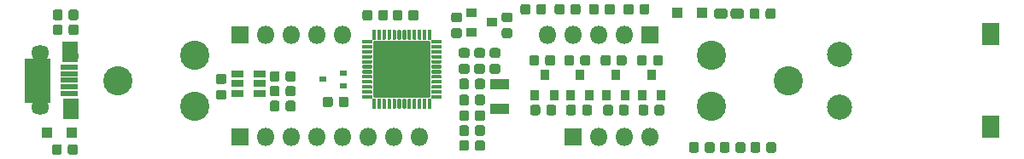
<source format=gts>
G04 #@! TF.GenerationSoftware,KiCad,Pcbnew,(5.1.5-0-10_14)*
G04 #@! TF.CreationDate,2020-02-01T20:04:34-08:00*
G04 #@! TF.ProjectId,18650,31383635-302e-46b6-9963-61645f706362,rev?*
G04 #@! TF.SameCoordinates,Original*
G04 #@! TF.FileFunction,Soldermask,Top*
G04 #@! TF.FilePolarity,Negative*
%FSLAX46Y46*%
G04 Gerber Fmt 4.6, Leading zero omitted, Abs format (unit mm)*
G04 Created by KiCad (PCBNEW (5.1.5-0-10_14)) date 2020-02-01 20:04:34*
%MOMM*%
%LPD*%
G04 APERTURE LIST*
%ADD10C,0.100000*%
%ADD11C,2.901600*%
%ADD12R,1.161600X0.751600*%
%ADD13R,0.801600X0.551600*%
%ADD14O,1.801600X1.801600*%
%ADD15R,1.801600X1.801600*%
%ADD16R,1.001600X0.901600*%
%ADD17R,2.601600X4.501600*%
%ADD18O,1.801600X1.451600*%
%ADD19O,1.601600X1.201600*%
%ADD20R,1.751600X0.501600*%
%ADD21R,1.601600X2.101600*%
%ADD22C,2.501600*%
%ADD23R,1.701600X2.281600*%
%ADD24R,1.101600X1.101600*%
%ADD25R,1.901600X1.101600*%
%ADD26R,0.901600X1.001600*%
G04 APERTURE END LIST*
D10*
G36*
X98576516Y-101844623D02*
G01*
X98585048Y-101845889D01*
X98593416Y-101847985D01*
X98601538Y-101850891D01*
X98609336Y-101854579D01*
X98616735Y-101859014D01*
X98623663Y-101864152D01*
X98630055Y-101869945D01*
X98635848Y-101876337D01*
X98640986Y-101883265D01*
X98645421Y-101890664D01*
X98649109Y-101898462D01*
X98652015Y-101906584D01*
X98654111Y-101914952D01*
X98655377Y-101923484D01*
X98655800Y-101932100D01*
X98655800Y-102732900D01*
X98655377Y-102741516D01*
X98654111Y-102750048D01*
X98652015Y-102758416D01*
X98649109Y-102766538D01*
X98645421Y-102774336D01*
X98640986Y-102781735D01*
X98635848Y-102788663D01*
X98630055Y-102795055D01*
X98623663Y-102800848D01*
X98616735Y-102805986D01*
X98609336Y-102810421D01*
X98601538Y-102814109D01*
X98593416Y-102817015D01*
X98585048Y-102819111D01*
X98576516Y-102820377D01*
X98567900Y-102820800D01*
X98392100Y-102820800D01*
X98383484Y-102820377D01*
X98374952Y-102819111D01*
X98366584Y-102817015D01*
X98358462Y-102814109D01*
X98350664Y-102810421D01*
X98343265Y-102805986D01*
X98336337Y-102800848D01*
X98329945Y-102795055D01*
X98324152Y-102788663D01*
X98319014Y-102781735D01*
X98314579Y-102774336D01*
X98310891Y-102766538D01*
X98307985Y-102758416D01*
X98305889Y-102750048D01*
X98304623Y-102741516D01*
X98304200Y-102732900D01*
X98304200Y-101932100D01*
X98304623Y-101923484D01*
X98305889Y-101914952D01*
X98307985Y-101906584D01*
X98310891Y-101898462D01*
X98314579Y-101890664D01*
X98319014Y-101883265D01*
X98324152Y-101876337D01*
X98329945Y-101869945D01*
X98336337Y-101864152D01*
X98343265Y-101859014D01*
X98350664Y-101854579D01*
X98358462Y-101850891D01*
X98366584Y-101847985D01*
X98374952Y-101845889D01*
X98383484Y-101844623D01*
X98392100Y-101844200D01*
X98567900Y-101844200D01*
X98576516Y-101844623D01*
G37*
G36*
X98076516Y-101844623D02*
G01*
X98085048Y-101845889D01*
X98093416Y-101847985D01*
X98101538Y-101850891D01*
X98109336Y-101854579D01*
X98116735Y-101859014D01*
X98123663Y-101864152D01*
X98130055Y-101869945D01*
X98135848Y-101876337D01*
X98140986Y-101883265D01*
X98145421Y-101890664D01*
X98149109Y-101898462D01*
X98152015Y-101906584D01*
X98154111Y-101914952D01*
X98155377Y-101923484D01*
X98155800Y-101932100D01*
X98155800Y-102732900D01*
X98155377Y-102741516D01*
X98154111Y-102750048D01*
X98152015Y-102758416D01*
X98149109Y-102766538D01*
X98145421Y-102774336D01*
X98140986Y-102781735D01*
X98135848Y-102788663D01*
X98130055Y-102795055D01*
X98123663Y-102800848D01*
X98116735Y-102805986D01*
X98109336Y-102810421D01*
X98101538Y-102814109D01*
X98093416Y-102817015D01*
X98085048Y-102819111D01*
X98076516Y-102820377D01*
X98067900Y-102820800D01*
X97892100Y-102820800D01*
X97883484Y-102820377D01*
X97874952Y-102819111D01*
X97866584Y-102817015D01*
X97858462Y-102814109D01*
X97850664Y-102810421D01*
X97843265Y-102805986D01*
X97836337Y-102800848D01*
X97829945Y-102795055D01*
X97824152Y-102788663D01*
X97819014Y-102781735D01*
X97814579Y-102774336D01*
X97810891Y-102766538D01*
X97807985Y-102758416D01*
X97805889Y-102750048D01*
X97804623Y-102741516D01*
X97804200Y-102732900D01*
X97804200Y-101932100D01*
X97804623Y-101923484D01*
X97805889Y-101914952D01*
X97807985Y-101906584D01*
X97810891Y-101898462D01*
X97814579Y-101890664D01*
X97819014Y-101883265D01*
X97824152Y-101876337D01*
X97829945Y-101869945D01*
X97836337Y-101864152D01*
X97843265Y-101859014D01*
X97850664Y-101854579D01*
X97858462Y-101850891D01*
X97866584Y-101847985D01*
X97874952Y-101845889D01*
X97883484Y-101844623D01*
X97892100Y-101844200D01*
X98067900Y-101844200D01*
X98076516Y-101844623D01*
G37*
G36*
X97576516Y-101844623D02*
G01*
X97585048Y-101845889D01*
X97593416Y-101847985D01*
X97601538Y-101850891D01*
X97609336Y-101854579D01*
X97616735Y-101859014D01*
X97623663Y-101864152D01*
X97630055Y-101869945D01*
X97635848Y-101876337D01*
X97640986Y-101883265D01*
X97645421Y-101890664D01*
X97649109Y-101898462D01*
X97652015Y-101906584D01*
X97654111Y-101914952D01*
X97655377Y-101923484D01*
X97655800Y-101932100D01*
X97655800Y-102732900D01*
X97655377Y-102741516D01*
X97654111Y-102750048D01*
X97652015Y-102758416D01*
X97649109Y-102766538D01*
X97645421Y-102774336D01*
X97640986Y-102781735D01*
X97635848Y-102788663D01*
X97630055Y-102795055D01*
X97623663Y-102800848D01*
X97616735Y-102805986D01*
X97609336Y-102810421D01*
X97601538Y-102814109D01*
X97593416Y-102817015D01*
X97585048Y-102819111D01*
X97576516Y-102820377D01*
X97567900Y-102820800D01*
X97392100Y-102820800D01*
X97383484Y-102820377D01*
X97374952Y-102819111D01*
X97366584Y-102817015D01*
X97358462Y-102814109D01*
X97350664Y-102810421D01*
X97343265Y-102805986D01*
X97336337Y-102800848D01*
X97329945Y-102795055D01*
X97324152Y-102788663D01*
X97319014Y-102781735D01*
X97314579Y-102774336D01*
X97310891Y-102766538D01*
X97307985Y-102758416D01*
X97305889Y-102750048D01*
X97304623Y-102741516D01*
X97304200Y-102732900D01*
X97304200Y-101932100D01*
X97304623Y-101923484D01*
X97305889Y-101914952D01*
X97307985Y-101906584D01*
X97310891Y-101898462D01*
X97314579Y-101890664D01*
X97319014Y-101883265D01*
X97324152Y-101876337D01*
X97329945Y-101869945D01*
X97336337Y-101864152D01*
X97343265Y-101859014D01*
X97350664Y-101854579D01*
X97358462Y-101850891D01*
X97366584Y-101847985D01*
X97374952Y-101845889D01*
X97383484Y-101844623D01*
X97392100Y-101844200D01*
X97567900Y-101844200D01*
X97576516Y-101844623D01*
G37*
G36*
X97076516Y-101844623D02*
G01*
X97085048Y-101845889D01*
X97093416Y-101847985D01*
X97101538Y-101850891D01*
X97109336Y-101854579D01*
X97116735Y-101859014D01*
X97123663Y-101864152D01*
X97130055Y-101869945D01*
X97135848Y-101876337D01*
X97140986Y-101883265D01*
X97145421Y-101890664D01*
X97149109Y-101898462D01*
X97152015Y-101906584D01*
X97154111Y-101914952D01*
X97155377Y-101923484D01*
X97155800Y-101932100D01*
X97155800Y-102732900D01*
X97155377Y-102741516D01*
X97154111Y-102750048D01*
X97152015Y-102758416D01*
X97149109Y-102766538D01*
X97145421Y-102774336D01*
X97140986Y-102781735D01*
X97135848Y-102788663D01*
X97130055Y-102795055D01*
X97123663Y-102800848D01*
X97116735Y-102805986D01*
X97109336Y-102810421D01*
X97101538Y-102814109D01*
X97093416Y-102817015D01*
X97085048Y-102819111D01*
X97076516Y-102820377D01*
X97067900Y-102820800D01*
X96892100Y-102820800D01*
X96883484Y-102820377D01*
X96874952Y-102819111D01*
X96866584Y-102817015D01*
X96858462Y-102814109D01*
X96850664Y-102810421D01*
X96843265Y-102805986D01*
X96836337Y-102800848D01*
X96829945Y-102795055D01*
X96824152Y-102788663D01*
X96819014Y-102781735D01*
X96814579Y-102774336D01*
X96810891Y-102766538D01*
X96807985Y-102758416D01*
X96805889Y-102750048D01*
X96804623Y-102741516D01*
X96804200Y-102732900D01*
X96804200Y-101932100D01*
X96804623Y-101923484D01*
X96805889Y-101914952D01*
X96807985Y-101906584D01*
X96810891Y-101898462D01*
X96814579Y-101890664D01*
X96819014Y-101883265D01*
X96824152Y-101876337D01*
X96829945Y-101869945D01*
X96836337Y-101864152D01*
X96843265Y-101859014D01*
X96850664Y-101854579D01*
X96858462Y-101850891D01*
X96866584Y-101847985D01*
X96874952Y-101845889D01*
X96883484Y-101844623D01*
X96892100Y-101844200D01*
X97067900Y-101844200D01*
X97076516Y-101844623D01*
G37*
G36*
X96576516Y-101844623D02*
G01*
X96585048Y-101845889D01*
X96593416Y-101847985D01*
X96601538Y-101850891D01*
X96609336Y-101854579D01*
X96616735Y-101859014D01*
X96623663Y-101864152D01*
X96630055Y-101869945D01*
X96635848Y-101876337D01*
X96640986Y-101883265D01*
X96645421Y-101890664D01*
X96649109Y-101898462D01*
X96652015Y-101906584D01*
X96654111Y-101914952D01*
X96655377Y-101923484D01*
X96655800Y-101932100D01*
X96655800Y-102732900D01*
X96655377Y-102741516D01*
X96654111Y-102750048D01*
X96652015Y-102758416D01*
X96649109Y-102766538D01*
X96645421Y-102774336D01*
X96640986Y-102781735D01*
X96635848Y-102788663D01*
X96630055Y-102795055D01*
X96623663Y-102800848D01*
X96616735Y-102805986D01*
X96609336Y-102810421D01*
X96601538Y-102814109D01*
X96593416Y-102817015D01*
X96585048Y-102819111D01*
X96576516Y-102820377D01*
X96567900Y-102820800D01*
X96392100Y-102820800D01*
X96383484Y-102820377D01*
X96374952Y-102819111D01*
X96366584Y-102817015D01*
X96358462Y-102814109D01*
X96350664Y-102810421D01*
X96343265Y-102805986D01*
X96336337Y-102800848D01*
X96329945Y-102795055D01*
X96324152Y-102788663D01*
X96319014Y-102781735D01*
X96314579Y-102774336D01*
X96310891Y-102766538D01*
X96307985Y-102758416D01*
X96305889Y-102750048D01*
X96304623Y-102741516D01*
X96304200Y-102732900D01*
X96304200Y-101932100D01*
X96304623Y-101923484D01*
X96305889Y-101914952D01*
X96307985Y-101906584D01*
X96310891Y-101898462D01*
X96314579Y-101890664D01*
X96319014Y-101883265D01*
X96324152Y-101876337D01*
X96329945Y-101869945D01*
X96336337Y-101864152D01*
X96343265Y-101859014D01*
X96350664Y-101854579D01*
X96358462Y-101850891D01*
X96366584Y-101847985D01*
X96374952Y-101845889D01*
X96383484Y-101844623D01*
X96392100Y-101844200D01*
X96567900Y-101844200D01*
X96576516Y-101844623D01*
G37*
G36*
X96076516Y-101844623D02*
G01*
X96085048Y-101845889D01*
X96093416Y-101847985D01*
X96101538Y-101850891D01*
X96109336Y-101854579D01*
X96116735Y-101859014D01*
X96123663Y-101864152D01*
X96130055Y-101869945D01*
X96135848Y-101876337D01*
X96140986Y-101883265D01*
X96145421Y-101890664D01*
X96149109Y-101898462D01*
X96152015Y-101906584D01*
X96154111Y-101914952D01*
X96155377Y-101923484D01*
X96155800Y-101932100D01*
X96155800Y-102732900D01*
X96155377Y-102741516D01*
X96154111Y-102750048D01*
X96152015Y-102758416D01*
X96149109Y-102766538D01*
X96145421Y-102774336D01*
X96140986Y-102781735D01*
X96135848Y-102788663D01*
X96130055Y-102795055D01*
X96123663Y-102800848D01*
X96116735Y-102805986D01*
X96109336Y-102810421D01*
X96101538Y-102814109D01*
X96093416Y-102817015D01*
X96085048Y-102819111D01*
X96076516Y-102820377D01*
X96067900Y-102820800D01*
X95892100Y-102820800D01*
X95883484Y-102820377D01*
X95874952Y-102819111D01*
X95866584Y-102817015D01*
X95858462Y-102814109D01*
X95850664Y-102810421D01*
X95843265Y-102805986D01*
X95836337Y-102800848D01*
X95829945Y-102795055D01*
X95824152Y-102788663D01*
X95819014Y-102781735D01*
X95814579Y-102774336D01*
X95810891Y-102766538D01*
X95807985Y-102758416D01*
X95805889Y-102750048D01*
X95804623Y-102741516D01*
X95804200Y-102732900D01*
X95804200Y-101932100D01*
X95804623Y-101923484D01*
X95805889Y-101914952D01*
X95807985Y-101906584D01*
X95810891Y-101898462D01*
X95814579Y-101890664D01*
X95819014Y-101883265D01*
X95824152Y-101876337D01*
X95829945Y-101869945D01*
X95836337Y-101864152D01*
X95843265Y-101859014D01*
X95850664Y-101854579D01*
X95858462Y-101850891D01*
X95866584Y-101847985D01*
X95874952Y-101845889D01*
X95883484Y-101844623D01*
X95892100Y-101844200D01*
X96067900Y-101844200D01*
X96076516Y-101844623D01*
G37*
G36*
X95576516Y-101844623D02*
G01*
X95585048Y-101845889D01*
X95593416Y-101847985D01*
X95601538Y-101850891D01*
X95609336Y-101854579D01*
X95616735Y-101859014D01*
X95623663Y-101864152D01*
X95630055Y-101869945D01*
X95635848Y-101876337D01*
X95640986Y-101883265D01*
X95645421Y-101890664D01*
X95649109Y-101898462D01*
X95652015Y-101906584D01*
X95654111Y-101914952D01*
X95655377Y-101923484D01*
X95655800Y-101932100D01*
X95655800Y-102732900D01*
X95655377Y-102741516D01*
X95654111Y-102750048D01*
X95652015Y-102758416D01*
X95649109Y-102766538D01*
X95645421Y-102774336D01*
X95640986Y-102781735D01*
X95635848Y-102788663D01*
X95630055Y-102795055D01*
X95623663Y-102800848D01*
X95616735Y-102805986D01*
X95609336Y-102810421D01*
X95601538Y-102814109D01*
X95593416Y-102817015D01*
X95585048Y-102819111D01*
X95576516Y-102820377D01*
X95567900Y-102820800D01*
X95392100Y-102820800D01*
X95383484Y-102820377D01*
X95374952Y-102819111D01*
X95366584Y-102817015D01*
X95358462Y-102814109D01*
X95350664Y-102810421D01*
X95343265Y-102805986D01*
X95336337Y-102800848D01*
X95329945Y-102795055D01*
X95324152Y-102788663D01*
X95319014Y-102781735D01*
X95314579Y-102774336D01*
X95310891Y-102766538D01*
X95307985Y-102758416D01*
X95305889Y-102750048D01*
X95304623Y-102741516D01*
X95304200Y-102732900D01*
X95304200Y-101932100D01*
X95304623Y-101923484D01*
X95305889Y-101914952D01*
X95307985Y-101906584D01*
X95310891Y-101898462D01*
X95314579Y-101890664D01*
X95319014Y-101883265D01*
X95324152Y-101876337D01*
X95329945Y-101869945D01*
X95336337Y-101864152D01*
X95343265Y-101859014D01*
X95350664Y-101854579D01*
X95358462Y-101850891D01*
X95366584Y-101847985D01*
X95374952Y-101845889D01*
X95383484Y-101844623D01*
X95392100Y-101844200D01*
X95567900Y-101844200D01*
X95576516Y-101844623D01*
G37*
G36*
X95076516Y-101844623D02*
G01*
X95085048Y-101845889D01*
X95093416Y-101847985D01*
X95101538Y-101850891D01*
X95109336Y-101854579D01*
X95116735Y-101859014D01*
X95123663Y-101864152D01*
X95130055Y-101869945D01*
X95135848Y-101876337D01*
X95140986Y-101883265D01*
X95145421Y-101890664D01*
X95149109Y-101898462D01*
X95152015Y-101906584D01*
X95154111Y-101914952D01*
X95155377Y-101923484D01*
X95155800Y-101932100D01*
X95155800Y-102732900D01*
X95155377Y-102741516D01*
X95154111Y-102750048D01*
X95152015Y-102758416D01*
X95149109Y-102766538D01*
X95145421Y-102774336D01*
X95140986Y-102781735D01*
X95135848Y-102788663D01*
X95130055Y-102795055D01*
X95123663Y-102800848D01*
X95116735Y-102805986D01*
X95109336Y-102810421D01*
X95101538Y-102814109D01*
X95093416Y-102817015D01*
X95085048Y-102819111D01*
X95076516Y-102820377D01*
X95067900Y-102820800D01*
X94892100Y-102820800D01*
X94883484Y-102820377D01*
X94874952Y-102819111D01*
X94866584Y-102817015D01*
X94858462Y-102814109D01*
X94850664Y-102810421D01*
X94843265Y-102805986D01*
X94836337Y-102800848D01*
X94829945Y-102795055D01*
X94824152Y-102788663D01*
X94819014Y-102781735D01*
X94814579Y-102774336D01*
X94810891Y-102766538D01*
X94807985Y-102758416D01*
X94805889Y-102750048D01*
X94804623Y-102741516D01*
X94804200Y-102732900D01*
X94804200Y-101932100D01*
X94804623Y-101923484D01*
X94805889Y-101914952D01*
X94807985Y-101906584D01*
X94810891Y-101898462D01*
X94814579Y-101890664D01*
X94819014Y-101883265D01*
X94824152Y-101876337D01*
X94829945Y-101869945D01*
X94836337Y-101864152D01*
X94843265Y-101859014D01*
X94850664Y-101854579D01*
X94858462Y-101850891D01*
X94866584Y-101847985D01*
X94874952Y-101845889D01*
X94883484Y-101844623D01*
X94892100Y-101844200D01*
X95067900Y-101844200D01*
X95076516Y-101844623D01*
G37*
G36*
X94576516Y-101844623D02*
G01*
X94585048Y-101845889D01*
X94593416Y-101847985D01*
X94601538Y-101850891D01*
X94609336Y-101854579D01*
X94616735Y-101859014D01*
X94623663Y-101864152D01*
X94630055Y-101869945D01*
X94635848Y-101876337D01*
X94640986Y-101883265D01*
X94645421Y-101890664D01*
X94649109Y-101898462D01*
X94652015Y-101906584D01*
X94654111Y-101914952D01*
X94655377Y-101923484D01*
X94655800Y-101932100D01*
X94655800Y-102732900D01*
X94655377Y-102741516D01*
X94654111Y-102750048D01*
X94652015Y-102758416D01*
X94649109Y-102766538D01*
X94645421Y-102774336D01*
X94640986Y-102781735D01*
X94635848Y-102788663D01*
X94630055Y-102795055D01*
X94623663Y-102800848D01*
X94616735Y-102805986D01*
X94609336Y-102810421D01*
X94601538Y-102814109D01*
X94593416Y-102817015D01*
X94585048Y-102819111D01*
X94576516Y-102820377D01*
X94567900Y-102820800D01*
X94392100Y-102820800D01*
X94383484Y-102820377D01*
X94374952Y-102819111D01*
X94366584Y-102817015D01*
X94358462Y-102814109D01*
X94350664Y-102810421D01*
X94343265Y-102805986D01*
X94336337Y-102800848D01*
X94329945Y-102795055D01*
X94324152Y-102788663D01*
X94319014Y-102781735D01*
X94314579Y-102774336D01*
X94310891Y-102766538D01*
X94307985Y-102758416D01*
X94305889Y-102750048D01*
X94304623Y-102741516D01*
X94304200Y-102732900D01*
X94304200Y-101932100D01*
X94304623Y-101923484D01*
X94305889Y-101914952D01*
X94307985Y-101906584D01*
X94310891Y-101898462D01*
X94314579Y-101890664D01*
X94319014Y-101883265D01*
X94324152Y-101876337D01*
X94329945Y-101869945D01*
X94336337Y-101864152D01*
X94343265Y-101859014D01*
X94350664Y-101854579D01*
X94358462Y-101850891D01*
X94366584Y-101847985D01*
X94374952Y-101845889D01*
X94383484Y-101844623D01*
X94392100Y-101844200D01*
X94567900Y-101844200D01*
X94576516Y-101844623D01*
G37*
G36*
X94076516Y-101844623D02*
G01*
X94085048Y-101845889D01*
X94093416Y-101847985D01*
X94101538Y-101850891D01*
X94109336Y-101854579D01*
X94116735Y-101859014D01*
X94123663Y-101864152D01*
X94130055Y-101869945D01*
X94135848Y-101876337D01*
X94140986Y-101883265D01*
X94145421Y-101890664D01*
X94149109Y-101898462D01*
X94152015Y-101906584D01*
X94154111Y-101914952D01*
X94155377Y-101923484D01*
X94155800Y-101932100D01*
X94155800Y-102732900D01*
X94155377Y-102741516D01*
X94154111Y-102750048D01*
X94152015Y-102758416D01*
X94149109Y-102766538D01*
X94145421Y-102774336D01*
X94140986Y-102781735D01*
X94135848Y-102788663D01*
X94130055Y-102795055D01*
X94123663Y-102800848D01*
X94116735Y-102805986D01*
X94109336Y-102810421D01*
X94101538Y-102814109D01*
X94093416Y-102817015D01*
X94085048Y-102819111D01*
X94076516Y-102820377D01*
X94067900Y-102820800D01*
X93892100Y-102820800D01*
X93883484Y-102820377D01*
X93874952Y-102819111D01*
X93866584Y-102817015D01*
X93858462Y-102814109D01*
X93850664Y-102810421D01*
X93843265Y-102805986D01*
X93836337Y-102800848D01*
X93829945Y-102795055D01*
X93824152Y-102788663D01*
X93819014Y-102781735D01*
X93814579Y-102774336D01*
X93810891Y-102766538D01*
X93807985Y-102758416D01*
X93805889Y-102750048D01*
X93804623Y-102741516D01*
X93804200Y-102732900D01*
X93804200Y-101932100D01*
X93804623Y-101923484D01*
X93805889Y-101914952D01*
X93807985Y-101906584D01*
X93810891Y-101898462D01*
X93814579Y-101890664D01*
X93819014Y-101883265D01*
X93824152Y-101876337D01*
X93829945Y-101869945D01*
X93836337Y-101864152D01*
X93843265Y-101859014D01*
X93850664Y-101854579D01*
X93858462Y-101850891D01*
X93866584Y-101847985D01*
X93874952Y-101845889D01*
X93883484Y-101844623D01*
X93892100Y-101844200D01*
X94067900Y-101844200D01*
X94076516Y-101844623D01*
G37*
G36*
X93576516Y-101844623D02*
G01*
X93585048Y-101845889D01*
X93593416Y-101847985D01*
X93601538Y-101850891D01*
X93609336Y-101854579D01*
X93616735Y-101859014D01*
X93623663Y-101864152D01*
X93630055Y-101869945D01*
X93635848Y-101876337D01*
X93640986Y-101883265D01*
X93645421Y-101890664D01*
X93649109Y-101898462D01*
X93652015Y-101906584D01*
X93654111Y-101914952D01*
X93655377Y-101923484D01*
X93655800Y-101932100D01*
X93655800Y-102732900D01*
X93655377Y-102741516D01*
X93654111Y-102750048D01*
X93652015Y-102758416D01*
X93649109Y-102766538D01*
X93645421Y-102774336D01*
X93640986Y-102781735D01*
X93635848Y-102788663D01*
X93630055Y-102795055D01*
X93623663Y-102800848D01*
X93616735Y-102805986D01*
X93609336Y-102810421D01*
X93601538Y-102814109D01*
X93593416Y-102817015D01*
X93585048Y-102819111D01*
X93576516Y-102820377D01*
X93567900Y-102820800D01*
X93392100Y-102820800D01*
X93383484Y-102820377D01*
X93374952Y-102819111D01*
X93366584Y-102817015D01*
X93358462Y-102814109D01*
X93350664Y-102810421D01*
X93343265Y-102805986D01*
X93336337Y-102800848D01*
X93329945Y-102795055D01*
X93324152Y-102788663D01*
X93319014Y-102781735D01*
X93314579Y-102774336D01*
X93310891Y-102766538D01*
X93307985Y-102758416D01*
X93305889Y-102750048D01*
X93304623Y-102741516D01*
X93304200Y-102732900D01*
X93304200Y-101932100D01*
X93304623Y-101923484D01*
X93305889Y-101914952D01*
X93307985Y-101906584D01*
X93310891Y-101898462D01*
X93314579Y-101890664D01*
X93319014Y-101883265D01*
X93324152Y-101876337D01*
X93329945Y-101869945D01*
X93336337Y-101864152D01*
X93343265Y-101859014D01*
X93350664Y-101854579D01*
X93358462Y-101850891D01*
X93366584Y-101847985D01*
X93374952Y-101845889D01*
X93383484Y-101844623D01*
X93392100Y-101844200D01*
X93567900Y-101844200D01*
X93576516Y-101844623D01*
G37*
G36*
X93076516Y-101844623D02*
G01*
X93085048Y-101845889D01*
X93093416Y-101847985D01*
X93101538Y-101850891D01*
X93109336Y-101854579D01*
X93116735Y-101859014D01*
X93123663Y-101864152D01*
X93130055Y-101869945D01*
X93135848Y-101876337D01*
X93140986Y-101883265D01*
X93145421Y-101890664D01*
X93149109Y-101898462D01*
X93152015Y-101906584D01*
X93154111Y-101914952D01*
X93155377Y-101923484D01*
X93155800Y-101932100D01*
X93155800Y-102732900D01*
X93155377Y-102741516D01*
X93154111Y-102750048D01*
X93152015Y-102758416D01*
X93149109Y-102766538D01*
X93145421Y-102774336D01*
X93140986Y-102781735D01*
X93135848Y-102788663D01*
X93130055Y-102795055D01*
X93123663Y-102800848D01*
X93116735Y-102805986D01*
X93109336Y-102810421D01*
X93101538Y-102814109D01*
X93093416Y-102817015D01*
X93085048Y-102819111D01*
X93076516Y-102820377D01*
X93067900Y-102820800D01*
X92892100Y-102820800D01*
X92883484Y-102820377D01*
X92874952Y-102819111D01*
X92866584Y-102817015D01*
X92858462Y-102814109D01*
X92850664Y-102810421D01*
X92843265Y-102805986D01*
X92836337Y-102800848D01*
X92829945Y-102795055D01*
X92824152Y-102788663D01*
X92819014Y-102781735D01*
X92814579Y-102774336D01*
X92810891Y-102766538D01*
X92807985Y-102758416D01*
X92805889Y-102750048D01*
X92804623Y-102741516D01*
X92804200Y-102732900D01*
X92804200Y-101932100D01*
X92804623Y-101923484D01*
X92805889Y-101914952D01*
X92807985Y-101906584D01*
X92810891Y-101898462D01*
X92814579Y-101890664D01*
X92819014Y-101883265D01*
X92824152Y-101876337D01*
X92829945Y-101869945D01*
X92836337Y-101864152D01*
X92843265Y-101859014D01*
X92850664Y-101854579D01*
X92858462Y-101850891D01*
X92866584Y-101847985D01*
X92874952Y-101845889D01*
X92883484Y-101844623D01*
X92892100Y-101844200D01*
X93067900Y-101844200D01*
X93076516Y-101844623D01*
G37*
G36*
X92701516Y-101469623D02*
G01*
X92710048Y-101470889D01*
X92718416Y-101472985D01*
X92726538Y-101475891D01*
X92734336Y-101479579D01*
X92741735Y-101484014D01*
X92748663Y-101489152D01*
X92755055Y-101494945D01*
X92760848Y-101501337D01*
X92765986Y-101508265D01*
X92770421Y-101515664D01*
X92774109Y-101523462D01*
X92777015Y-101531584D01*
X92779111Y-101539952D01*
X92780377Y-101548484D01*
X92780800Y-101557100D01*
X92780800Y-101732900D01*
X92780377Y-101741516D01*
X92779111Y-101750048D01*
X92777015Y-101758416D01*
X92774109Y-101766538D01*
X92770421Y-101774336D01*
X92765986Y-101781735D01*
X92760848Y-101788663D01*
X92755055Y-101795055D01*
X92748663Y-101800848D01*
X92741735Y-101805986D01*
X92734336Y-101810421D01*
X92726538Y-101814109D01*
X92718416Y-101817015D01*
X92710048Y-101819111D01*
X92701516Y-101820377D01*
X92692900Y-101820800D01*
X91892100Y-101820800D01*
X91883484Y-101820377D01*
X91874952Y-101819111D01*
X91866584Y-101817015D01*
X91858462Y-101814109D01*
X91850664Y-101810421D01*
X91843265Y-101805986D01*
X91836337Y-101800848D01*
X91829945Y-101795055D01*
X91824152Y-101788663D01*
X91819014Y-101781735D01*
X91814579Y-101774336D01*
X91810891Y-101766538D01*
X91807985Y-101758416D01*
X91805889Y-101750048D01*
X91804623Y-101741516D01*
X91804200Y-101732900D01*
X91804200Y-101557100D01*
X91804623Y-101548484D01*
X91805889Y-101539952D01*
X91807985Y-101531584D01*
X91810891Y-101523462D01*
X91814579Y-101515664D01*
X91819014Y-101508265D01*
X91824152Y-101501337D01*
X91829945Y-101494945D01*
X91836337Y-101489152D01*
X91843265Y-101484014D01*
X91850664Y-101479579D01*
X91858462Y-101475891D01*
X91866584Y-101472985D01*
X91874952Y-101470889D01*
X91883484Y-101469623D01*
X91892100Y-101469200D01*
X92692900Y-101469200D01*
X92701516Y-101469623D01*
G37*
G36*
X92701516Y-100969623D02*
G01*
X92710048Y-100970889D01*
X92718416Y-100972985D01*
X92726538Y-100975891D01*
X92734336Y-100979579D01*
X92741735Y-100984014D01*
X92748663Y-100989152D01*
X92755055Y-100994945D01*
X92760848Y-101001337D01*
X92765986Y-101008265D01*
X92770421Y-101015664D01*
X92774109Y-101023462D01*
X92777015Y-101031584D01*
X92779111Y-101039952D01*
X92780377Y-101048484D01*
X92780800Y-101057100D01*
X92780800Y-101232900D01*
X92780377Y-101241516D01*
X92779111Y-101250048D01*
X92777015Y-101258416D01*
X92774109Y-101266538D01*
X92770421Y-101274336D01*
X92765986Y-101281735D01*
X92760848Y-101288663D01*
X92755055Y-101295055D01*
X92748663Y-101300848D01*
X92741735Y-101305986D01*
X92734336Y-101310421D01*
X92726538Y-101314109D01*
X92718416Y-101317015D01*
X92710048Y-101319111D01*
X92701516Y-101320377D01*
X92692900Y-101320800D01*
X91892100Y-101320800D01*
X91883484Y-101320377D01*
X91874952Y-101319111D01*
X91866584Y-101317015D01*
X91858462Y-101314109D01*
X91850664Y-101310421D01*
X91843265Y-101305986D01*
X91836337Y-101300848D01*
X91829945Y-101295055D01*
X91824152Y-101288663D01*
X91819014Y-101281735D01*
X91814579Y-101274336D01*
X91810891Y-101266538D01*
X91807985Y-101258416D01*
X91805889Y-101250048D01*
X91804623Y-101241516D01*
X91804200Y-101232900D01*
X91804200Y-101057100D01*
X91804623Y-101048484D01*
X91805889Y-101039952D01*
X91807985Y-101031584D01*
X91810891Y-101023462D01*
X91814579Y-101015664D01*
X91819014Y-101008265D01*
X91824152Y-101001337D01*
X91829945Y-100994945D01*
X91836337Y-100989152D01*
X91843265Y-100984014D01*
X91850664Y-100979579D01*
X91858462Y-100975891D01*
X91866584Y-100972985D01*
X91874952Y-100970889D01*
X91883484Y-100969623D01*
X91892100Y-100969200D01*
X92692900Y-100969200D01*
X92701516Y-100969623D01*
G37*
G36*
X92701516Y-100469623D02*
G01*
X92710048Y-100470889D01*
X92718416Y-100472985D01*
X92726538Y-100475891D01*
X92734336Y-100479579D01*
X92741735Y-100484014D01*
X92748663Y-100489152D01*
X92755055Y-100494945D01*
X92760848Y-100501337D01*
X92765986Y-100508265D01*
X92770421Y-100515664D01*
X92774109Y-100523462D01*
X92777015Y-100531584D01*
X92779111Y-100539952D01*
X92780377Y-100548484D01*
X92780800Y-100557100D01*
X92780800Y-100732900D01*
X92780377Y-100741516D01*
X92779111Y-100750048D01*
X92777015Y-100758416D01*
X92774109Y-100766538D01*
X92770421Y-100774336D01*
X92765986Y-100781735D01*
X92760848Y-100788663D01*
X92755055Y-100795055D01*
X92748663Y-100800848D01*
X92741735Y-100805986D01*
X92734336Y-100810421D01*
X92726538Y-100814109D01*
X92718416Y-100817015D01*
X92710048Y-100819111D01*
X92701516Y-100820377D01*
X92692900Y-100820800D01*
X91892100Y-100820800D01*
X91883484Y-100820377D01*
X91874952Y-100819111D01*
X91866584Y-100817015D01*
X91858462Y-100814109D01*
X91850664Y-100810421D01*
X91843265Y-100805986D01*
X91836337Y-100800848D01*
X91829945Y-100795055D01*
X91824152Y-100788663D01*
X91819014Y-100781735D01*
X91814579Y-100774336D01*
X91810891Y-100766538D01*
X91807985Y-100758416D01*
X91805889Y-100750048D01*
X91804623Y-100741516D01*
X91804200Y-100732900D01*
X91804200Y-100557100D01*
X91804623Y-100548484D01*
X91805889Y-100539952D01*
X91807985Y-100531584D01*
X91810891Y-100523462D01*
X91814579Y-100515664D01*
X91819014Y-100508265D01*
X91824152Y-100501337D01*
X91829945Y-100494945D01*
X91836337Y-100489152D01*
X91843265Y-100484014D01*
X91850664Y-100479579D01*
X91858462Y-100475891D01*
X91866584Y-100472985D01*
X91874952Y-100470889D01*
X91883484Y-100469623D01*
X91892100Y-100469200D01*
X92692900Y-100469200D01*
X92701516Y-100469623D01*
G37*
G36*
X92701516Y-99969623D02*
G01*
X92710048Y-99970889D01*
X92718416Y-99972985D01*
X92726538Y-99975891D01*
X92734336Y-99979579D01*
X92741735Y-99984014D01*
X92748663Y-99989152D01*
X92755055Y-99994945D01*
X92760848Y-100001337D01*
X92765986Y-100008265D01*
X92770421Y-100015664D01*
X92774109Y-100023462D01*
X92777015Y-100031584D01*
X92779111Y-100039952D01*
X92780377Y-100048484D01*
X92780800Y-100057100D01*
X92780800Y-100232900D01*
X92780377Y-100241516D01*
X92779111Y-100250048D01*
X92777015Y-100258416D01*
X92774109Y-100266538D01*
X92770421Y-100274336D01*
X92765986Y-100281735D01*
X92760848Y-100288663D01*
X92755055Y-100295055D01*
X92748663Y-100300848D01*
X92741735Y-100305986D01*
X92734336Y-100310421D01*
X92726538Y-100314109D01*
X92718416Y-100317015D01*
X92710048Y-100319111D01*
X92701516Y-100320377D01*
X92692900Y-100320800D01*
X91892100Y-100320800D01*
X91883484Y-100320377D01*
X91874952Y-100319111D01*
X91866584Y-100317015D01*
X91858462Y-100314109D01*
X91850664Y-100310421D01*
X91843265Y-100305986D01*
X91836337Y-100300848D01*
X91829945Y-100295055D01*
X91824152Y-100288663D01*
X91819014Y-100281735D01*
X91814579Y-100274336D01*
X91810891Y-100266538D01*
X91807985Y-100258416D01*
X91805889Y-100250048D01*
X91804623Y-100241516D01*
X91804200Y-100232900D01*
X91804200Y-100057100D01*
X91804623Y-100048484D01*
X91805889Y-100039952D01*
X91807985Y-100031584D01*
X91810891Y-100023462D01*
X91814579Y-100015664D01*
X91819014Y-100008265D01*
X91824152Y-100001337D01*
X91829945Y-99994945D01*
X91836337Y-99989152D01*
X91843265Y-99984014D01*
X91850664Y-99979579D01*
X91858462Y-99975891D01*
X91866584Y-99972985D01*
X91874952Y-99970889D01*
X91883484Y-99969623D01*
X91892100Y-99969200D01*
X92692900Y-99969200D01*
X92701516Y-99969623D01*
G37*
G36*
X92701516Y-99469623D02*
G01*
X92710048Y-99470889D01*
X92718416Y-99472985D01*
X92726538Y-99475891D01*
X92734336Y-99479579D01*
X92741735Y-99484014D01*
X92748663Y-99489152D01*
X92755055Y-99494945D01*
X92760848Y-99501337D01*
X92765986Y-99508265D01*
X92770421Y-99515664D01*
X92774109Y-99523462D01*
X92777015Y-99531584D01*
X92779111Y-99539952D01*
X92780377Y-99548484D01*
X92780800Y-99557100D01*
X92780800Y-99732900D01*
X92780377Y-99741516D01*
X92779111Y-99750048D01*
X92777015Y-99758416D01*
X92774109Y-99766538D01*
X92770421Y-99774336D01*
X92765986Y-99781735D01*
X92760848Y-99788663D01*
X92755055Y-99795055D01*
X92748663Y-99800848D01*
X92741735Y-99805986D01*
X92734336Y-99810421D01*
X92726538Y-99814109D01*
X92718416Y-99817015D01*
X92710048Y-99819111D01*
X92701516Y-99820377D01*
X92692900Y-99820800D01*
X91892100Y-99820800D01*
X91883484Y-99820377D01*
X91874952Y-99819111D01*
X91866584Y-99817015D01*
X91858462Y-99814109D01*
X91850664Y-99810421D01*
X91843265Y-99805986D01*
X91836337Y-99800848D01*
X91829945Y-99795055D01*
X91824152Y-99788663D01*
X91819014Y-99781735D01*
X91814579Y-99774336D01*
X91810891Y-99766538D01*
X91807985Y-99758416D01*
X91805889Y-99750048D01*
X91804623Y-99741516D01*
X91804200Y-99732900D01*
X91804200Y-99557100D01*
X91804623Y-99548484D01*
X91805889Y-99539952D01*
X91807985Y-99531584D01*
X91810891Y-99523462D01*
X91814579Y-99515664D01*
X91819014Y-99508265D01*
X91824152Y-99501337D01*
X91829945Y-99494945D01*
X91836337Y-99489152D01*
X91843265Y-99484014D01*
X91850664Y-99479579D01*
X91858462Y-99475891D01*
X91866584Y-99472985D01*
X91874952Y-99470889D01*
X91883484Y-99469623D01*
X91892100Y-99469200D01*
X92692900Y-99469200D01*
X92701516Y-99469623D01*
G37*
G36*
X92701516Y-98969623D02*
G01*
X92710048Y-98970889D01*
X92718416Y-98972985D01*
X92726538Y-98975891D01*
X92734336Y-98979579D01*
X92741735Y-98984014D01*
X92748663Y-98989152D01*
X92755055Y-98994945D01*
X92760848Y-99001337D01*
X92765986Y-99008265D01*
X92770421Y-99015664D01*
X92774109Y-99023462D01*
X92777015Y-99031584D01*
X92779111Y-99039952D01*
X92780377Y-99048484D01*
X92780800Y-99057100D01*
X92780800Y-99232900D01*
X92780377Y-99241516D01*
X92779111Y-99250048D01*
X92777015Y-99258416D01*
X92774109Y-99266538D01*
X92770421Y-99274336D01*
X92765986Y-99281735D01*
X92760848Y-99288663D01*
X92755055Y-99295055D01*
X92748663Y-99300848D01*
X92741735Y-99305986D01*
X92734336Y-99310421D01*
X92726538Y-99314109D01*
X92718416Y-99317015D01*
X92710048Y-99319111D01*
X92701516Y-99320377D01*
X92692900Y-99320800D01*
X91892100Y-99320800D01*
X91883484Y-99320377D01*
X91874952Y-99319111D01*
X91866584Y-99317015D01*
X91858462Y-99314109D01*
X91850664Y-99310421D01*
X91843265Y-99305986D01*
X91836337Y-99300848D01*
X91829945Y-99295055D01*
X91824152Y-99288663D01*
X91819014Y-99281735D01*
X91814579Y-99274336D01*
X91810891Y-99266538D01*
X91807985Y-99258416D01*
X91805889Y-99250048D01*
X91804623Y-99241516D01*
X91804200Y-99232900D01*
X91804200Y-99057100D01*
X91804623Y-99048484D01*
X91805889Y-99039952D01*
X91807985Y-99031584D01*
X91810891Y-99023462D01*
X91814579Y-99015664D01*
X91819014Y-99008265D01*
X91824152Y-99001337D01*
X91829945Y-98994945D01*
X91836337Y-98989152D01*
X91843265Y-98984014D01*
X91850664Y-98979579D01*
X91858462Y-98975891D01*
X91866584Y-98972985D01*
X91874952Y-98970889D01*
X91883484Y-98969623D01*
X91892100Y-98969200D01*
X92692900Y-98969200D01*
X92701516Y-98969623D01*
G37*
G36*
X92701516Y-98469623D02*
G01*
X92710048Y-98470889D01*
X92718416Y-98472985D01*
X92726538Y-98475891D01*
X92734336Y-98479579D01*
X92741735Y-98484014D01*
X92748663Y-98489152D01*
X92755055Y-98494945D01*
X92760848Y-98501337D01*
X92765986Y-98508265D01*
X92770421Y-98515664D01*
X92774109Y-98523462D01*
X92777015Y-98531584D01*
X92779111Y-98539952D01*
X92780377Y-98548484D01*
X92780800Y-98557100D01*
X92780800Y-98732900D01*
X92780377Y-98741516D01*
X92779111Y-98750048D01*
X92777015Y-98758416D01*
X92774109Y-98766538D01*
X92770421Y-98774336D01*
X92765986Y-98781735D01*
X92760848Y-98788663D01*
X92755055Y-98795055D01*
X92748663Y-98800848D01*
X92741735Y-98805986D01*
X92734336Y-98810421D01*
X92726538Y-98814109D01*
X92718416Y-98817015D01*
X92710048Y-98819111D01*
X92701516Y-98820377D01*
X92692900Y-98820800D01*
X91892100Y-98820800D01*
X91883484Y-98820377D01*
X91874952Y-98819111D01*
X91866584Y-98817015D01*
X91858462Y-98814109D01*
X91850664Y-98810421D01*
X91843265Y-98805986D01*
X91836337Y-98800848D01*
X91829945Y-98795055D01*
X91824152Y-98788663D01*
X91819014Y-98781735D01*
X91814579Y-98774336D01*
X91810891Y-98766538D01*
X91807985Y-98758416D01*
X91805889Y-98750048D01*
X91804623Y-98741516D01*
X91804200Y-98732900D01*
X91804200Y-98557100D01*
X91804623Y-98548484D01*
X91805889Y-98539952D01*
X91807985Y-98531584D01*
X91810891Y-98523462D01*
X91814579Y-98515664D01*
X91819014Y-98508265D01*
X91824152Y-98501337D01*
X91829945Y-98494945D01*
X91836337Y-98489152D01*
X91843265Y-98484014D01*
X91850664Y-98479579D01*
X91858462Y-98475891D01*
X91866584Y-98472985D01*
X91874952Y-98470889D01*
X91883484Y-98469623D01*
X91892100Y-98469200D01*
X92692900Y-98469200D01*
X92701516Y-98469623D01*
G37*
G36*
X92701516Y-97969623D02*
G01*
X92710048Y-97970889D01*
X92718416Y-97972985D01*
X92726538Y-97975891D01*
X92734336Y-97979579D01*
X92741735Y-97984014D01*
X92748663Y-97989152D01*
X92755055Y-97994945D01*
X92760848Y-98001337D01*
X92765986Y-98008265D01*
X92770421Y-98015664D01*
X92774109Y-98023462D01*
X92777015Y-98031584D01*
X92779111Y-98039952D01*
X92780377Y-98048484D01*
X92780800Y-98057100D01*
X92780800Y-98232900D01*
X92780377Y-98241516D01*
X92779111Y-98250048D01*
X92777015Y-98258416D01*
X92774109Y-98266538D01*
X92770421Y-98274336D01*
X92765986Y-98281735D01*
X92760848Y-98288663D01*
X92755055Y-98295055D01*
X92748663Y-98300848D01*
X92741735Y-98305986D01*
X92734336Y-98310421D01*
X92726538Y-98314109D01*
X92718416Y-98317015D01*
X92710048Y-98319111D01*
X92701516Y-98320377D01*
X92692900Y-98320800D01*
X91892100Y-98320800D01*
X91883484Y-98320377D01*
X91874952Y-98319111D01*
X91866584Y-98317015D01*
X91858462Y-98314109D01*
X91850664Y-98310421D01*
X91843265Y-98305986D01*
X91836337Y-98300848D01*
X91829945Y-98295055D01*
X91824152Y-98288663D01*
X91819014Y-98281735D01*
X91814579Y-98274336D01*
X91810891Y-98266538D01*
X91807985Y-98258416D01*
X91805889Y-98250048D01*
X91804623Y-98241516D01*
X91804200Y-98232900D01*
X91804200Y-98057100D01*
X91804623Y-98048484D01*
X91805889Y-98039952D01*
X91807985Y-98031584D01*
X91810891Y-98023462D01*
X91814579Y-98015664D01*
X91819014Y-98008265D01*
X91824152Y-98001337D01*
X91829945Y-97994945D01*
X91836337Y-97989152D01*
X91843265Y-97984014D01*
X91850664Y-97979579D01*
X91858462Y-97975891D01*
X91866584Y-97972985D01*
X91874952Y-97970889D01*
X91883484Y-97969623D01*
X91892100Y-97969200D01*
X92692900Y-97969200D01*
X92701516Y-97969623D01*
G37*
G36*
X92701516Y-97469623D02*
G01*
X92710048Y-97470889D01*
X92718416Y-97472985D01*
X92726538Y-97475891D01*
X92734336Y-97479579D01*
X92741735Y-97484014D01*
X92748663Y-97489152D01*
X92755055Y-97494945D01*
X92760848Y-97501337D01*
X92765986Y-97508265D01*
X92770421Y-97515664D01*
X92774109Y-97523462D01*
X92777015Y-97531584D01*
X92779111Y-97539952D01*
X92780377Y-97548484D01*
X92780800Y-97557100D01*
X92780800Y-97732900D01*
X92780377Y-97741516D01*
X92779111Y-97750048D01*
X92777015Y-97758416D01*
X92774109Y-97766538D01*
X92770421Y-97774336D01*
X92765986Y-97781735D01*
X92760848Y-97788663D01*
X92755055Y-97795055D01*
X92748663Y-97800848D01*
X92741735Y-97805986D01*
X92734336Y-97810421D01*
X92726538Y-97814109D01*
X92718416Y-97817015D01*
X92710048Y-97819111D01*
X92701516Y-97820377D01*
X92692900Y-97820800D01*
X91892100Y-97820800D01*
X91883484Y-97820377D01*
X91874952Y-97819111D01*
X91866584Y-97817015D01*
X91858462Y-97814109D01*
X91850664Y-97810421D01*
X91843265Y-97805986D01*
X91836337Y-97800848D01*
X91829945Y-97795055D01*
X91824152Y-97788663D01*
X91819014Y-97781735D01*
X91814579Y-97774336D01*
X91810891Y-97766538D01*
X91807985Y-97758416D01*
X91805889Y-97750048D01*
X91804623Y-97741516D01*
X91804200Y-97732900D01*
X91804200Y-97557100D01*
X91804623Y-97548484D01*
X91805889Y-97539952D01*
X91807985Y-97531584D01*
X91810891Y-97523462D01*
X91814579Y-97515664D01*
X91819014Y-97508265D01*
X91824152Y-97501337D01*
X91829945Y-97494945D01*
X91836337Y-97489152D01*
X91843265Y-97484014D01*
X91850664Y-97479579D01*
X91858462Y-97475891D01*
X91866584Y-97472985D01*
X91874952Y-97470889D01*
X91883484Y-97469623D01*
X91892100Y-97469200D01*
X92692900Y-97469200D01*
X92701516Y-97469623D01*
G37*
G36*
X92701516Y-96969623D02*
G01*
X92710048Y-96970889D01*
X92718416Y-96972985D01*
X92726538Y-96975891D01*
X92734336Y-96979579D01*
X92741735Y-96984014D01*
X92748663Y-96989152D01*
X92755055Y-96994945D01*
X92760848Y-97001337D01*
X92765986Y-97008265D01*
X92770421Y-97015664D01*
X92774109Y-97023462D01*
X92777015Y-97031584D01*
X92779111Y-97039952D01*
X92780377Y-97048484D01*
X92780800Y-97057100D01*
X92780800Y-97232900D01*
X92780377Y-97241516D01*
X92779111Y-97250048D01*
X92777015Y-97258416D01*
X92774109Y-97266538D01*
X92770421Y-97274336D01*
X92765986Y-97281735D01*
X92760848Y-97288663D01*
X92755055Y-97295055D01*
X92748663Y-97300848D01*
X92741735Y-97305986D01*
X92734336Y-97310421D01*
X92726538Y-97314109D01*
X92718416Y-97317015D01*
X92710048Y-97319111D01*
X92701516Y-97320377D01*
X92692900Y-97320800D01*
X91892100Y-97320800D01*
X91883484Y-97320377D01*
X91874952Y-97319111D01*
X91866584Y-97317015D01*
X91858462Y-97314109D01*
X91850664Y-97310421D01*
X91843265Y-97305986D01*
X91836337Y-97300848D01*
X91829945Y-97295055D01*
X91824152Y-97288663D01*
X91819014Y-97281735D01*
X91814579Y-97274336D01*
X91810891Y-97266538D01*
X91807985Y-97258416D01*
X91805889Y-97250048D01*
X91804623Y-97241516D01*
X91804200Y-97232900D01*
X91804200Y-97057100D01*
X91804623Y-97048484D01*
X91805889Y-97039952D01*
X91807985Y-97031584D01*
X91810891Y-97023462D01*
X91814579Y-97015664D01*
X91819014Y-97008265D01*
X91824152Y-97001337D01*
X91829945Y-96994945D01*
X91836337Y-96989152D01*
X91843265Y-96984014D01*
X91850664Y-96979579D01*
X91858462Y-96975891D01*
X91866584Y-96972985D01*
X91874952Y-96970889D01*
X91883484Y-96969623D01*
X91892100Y-96969200D01*
X92692900Y-96969200D01*
X92701516Y-96969623D01*
G37*
G36*
X92701516Y-96469623D02*
G01*
X92710048Y-96470889D01*
X92718416Y-96472985D01*
X92726538Y-96475891D01*
X92734336Y-96479579D01*
X92741735Y-96484014D01*
X92748663Y-96489152D01*
X92755055Y-96494945D01*
X92760848Y-96501337D01*
X92765986Y-96508265D01*
X92770421Y-96515664D01*
X92774109Y-96523462D01*
X92777015Y-96531584D01*
X92779111Y-96539952D01*
X92780377Y-96548484D01*
X92780800Y-96557100D01*
X92780800Y-96732900D01*
X92780377Y-96741516D01*
X92779111Y-96750048D01*
X92777015Y-96758416D01*
X92774109Y-96766538D01*
X92770421Y-96774336D01*
X92765986Y-96781735D01*
X92760848Y-96788663D01*
X92755055Y-96795055D01*
X92748663Y-96800848D01*
X92741735Y-96805986D01*
X92734336Y-96810421D01*
X92726538Y-96814109D01*
X92718416Y-96817015D01*
X92710048Y-96819111D01*
X92701516Y-96820377D01*
X92692900Y-96820800D01*
X91892100Y-96820800D01*
X91883484Y-96820377D01*
X91874952Y-96819111D01*
X91866584Y-96817015D01*
X91858462Y-96814109D01*
X91850664Y-96810421D01*
X91843265Y-96805986D01*
X91836337Y-96800848D01*
X91829945Y-96795055D01*
X91824152Y-96788663D01*
X91819014Y-96781735D01*
X91814579Y-96774336D01*
X91810891Y-96766538D01*
X91807985Y-96758416D01*
X91805889Y-96750048D01*
X91804623Y-96741516D01*
X91804200Y-96732900D01*
X91804200Y-96557100D01*
X91804623Y-96548484D01*
X91805889Y-96539952D01*
X91807985Y-96531584D01*
X91810891Y-96523462D01*
X91814579Y-96515664D01*
X91819014Y-96508265D01*
X91824152Y-96501337D01*
X91829945Y-96494945D01*
X91836337Y-96489152D01*
X91843265Y-96484014D01*
X91850664Y-96479579D01*
X91858462Y-96475891D01*
X91866584Y-96472985D01*
X91874952Y-96470889D01*
X91883484Y-96469623D01*
X91892100Y-96469200D01*
X92692900Y-96469200D01*
X92701516Y-96469623D01*
G37*
G36*
X92701516Y-95969623D02*
G01*
X92710048Y-95970889D01*
X92718416Y-95972985D01*
X92726538Y-95975891D01*
X92734336Y-95979579D01*
X92741735Y-95984014D01*
X92748663Y-95989152D01*
X92755055Y-95994945D01*
X92760848Y-96001337D01*
X92765986Y-96008265D01*
X92770421Y-96015664D01*
X92774109Y-96023462D01*
X92777015Y-96031584D01*
X92779111Y-96039952D01*
X92780377Y-96048484D01*
X92780800Y-96057100D01*
X92780800Y-96232900D01*
X92780377Y-96241516D01*
X92779111Y-96250048D01*
X92777015Y-96258416D01*
X92774109Y-96266538D01*
X92770421Y-96274336D01*
X92765986Y-96281735D01*
X92760848Y-96288663D01*
X92755055Y-96295055D01*
X92748663Y-96300848D01*
X92741735Y-96305986D01*
X92734336Y-96310421D01*
X92726538Y-96314109D01*
X92718416Y-96317015D01*
X92710048Y-96319111D01*
X92701516Y-96320377D01*
X92692900Y-96320800D01*
X91892100Y-96320800D01*
X91883484Y-96320377D01*
X91874952Y-96319111D01*
X91866584Y-96317015D01*
X91858462Y-96314109D01*
X91850664Y-96310421D01*
X91843265Y-96305986D01*
X91836337Y-96300848D01*
X91829945Y-96295055D01*
X91824152Y-96288663D01*
X91819014Y-96281735D01*
X91814579Y-96274336D01*
X91810891Y-96266538D01*
X91807985Y-96258416D01*
X91805889Y-96250048D01*
X91804623Y-96241516D01*
X91804200Y-96232900D01*
X91804200Y-96057100D01*
X91804623Y-96048484D01*
X91805889Y-96039952D01*
X91807985Y-96031584D01*
X91810891Y-96023462D01*
X91814579Y-96015664D01*
X91819014Y-96008265D01*
X91824152Y-96001337D01*
X91829945Y-95994945D01*
X91836337Y-95989152D01*
X91843265Y-95984014D01*
X91850664Y-95979579D01*
X91858462Y-95975891D01*
X91866584Y-95972985D01*
X91874952Y-95970889D01*
X91883484Y-95969623D01*
X91892100Y-95969200D01*
X92692900Y-95969200D01*
X92701516Y-95969623D01*
G37*
G36*
X93076516Y-94969623D02*
G01*
X93085048Y-94970889D01*
X93093416Y-94972985D01*
X93101538Y-94975891D01*
X93109336Y-94979579D01*
X93116735Y-94984014D01*
X93123663Y-94989152D01*
X93130055Y-94994945D01*
X93135848Y-95001337D01*
X93140986Y-95008265D01*
X93145421Y-95015664D01*
X93149109Y-95023462D01*
X93152015Y-95031584D01*
X93154111Y-95039952D01*
X93155377Y-95048484D01*
X93155800Y-95057100D01*
X93155800Y-95857900D01*
X93155377Y-95866516D01*
X93154111Y-95875048D01*
X93152015Y-95883416D01*
X93149109Y-95891538D01*
X93145421Y-95899336D01*
X93140986Y-95906735D01*
X93135848Y-95913663D01*
X93130055Y-95920055D01*
X93123663Y-95925848D01*
X93116735Y-95930986D01*
X93109336Y-95935421D01*
X93101538Y-95939109D01*
X93093416Y-95942015D01*
X93085048Y-95944111D01*
X93076516Y-95945377D01*
X93067900Y-95945800D01*
X92892100Y-95945800D01*
X92883484Y-95945377D01*
X92874952Y-95944111D01*
X92866584Y-95942015D01*
X92858462Y-95939109D01*
X92850664Y-95935421D01*
X92843265Y-95930986D01*
X92836337Y-95925848D01*
X92829945Y-95920055D01*
X92824152Y-95913663D01*
X92819014Y-95906735D01*
X92814579Y-95899336D01*
X92810891Y-95891538D01*
X92807985Y-95883416D01*
X92805889Y-95875048D01*
X92804623Y-95866516D01*
X92804200Y-95857900D01*
X92804200Y-95057100D01*
X92804623Y-95048484D01*
X92805889Y-95039952D01*
X92807985Y-95031584D01*
X92810891Y-95023462D01*
X92814579Y-95015664D01*
X92819014Y-95008265D01*
X92824152Y-95001337D01*
X92829945Y-94994945D01*
X92836337Y-94989152D01*
X92843265Y-94984014D01*
X92850664Y-94979579D01*
X92858462Y-94975891D01*
X92866584Y-94972985D01*
X92874952Y-94970889D01*
X92883484Y-94969623D01*
X92892100Y-94969200D01*
X93067900Y-94969200D01*
X93076516Y-94969623D01*
G37*
G36*
X93576516Y-94969623D02*
G01*
X93585048Y-94970889D01*
X93593416Y-94972985D01*
X93601538Y-94975891D01*
X93609336Y-94979579D01*
X93616735Y-94984014D01*
X93623663Y-94989152D01*
X93630055Y-94994945D01*
X93635848Y-95001337D01*
X93640986Y-95008265D01*
X93645421Y-95015664D01*
X93649109Y-95023462D01*
X93652015Y-95031584D01*
X93654111Y-95039952D01*
X93655377Y-95048484D01*
X93655800Y-95057100D01*
X93655800Y-95857900D01*
X93655377Y-95866516D01*
X93654111Y-95875048D01*
X93652015Y-95883416D01*
X93649109Y-95891538D01*
X93645421Y-95899336D01*
X93640986Y-95906735D01*
X93635848Y-95913663D01*
X93630055Y-95920055D01*
X93623663Y-95925848D01*
X93616735Y-95930986D01*
X93609336Y-95935421D01*
X93601538Y-95939109D01*
X93593416Y-95942015D01*
X93585048Y-95944111D01*
X93576516Y-95945377D01*
X93567900Y-95945800D01*
X93392100Y-95945800D01*
X93383484Y-95945377D01*
X93374952Y-95944111D01*
X93366584Y-95942015D01*
X93358462Y-95939109D01*
X93350664Y-95935421D01*
X93343265Y-95930986D01*
X93336337Y-95925848D01*
X93329945Y-95920055D01*
X93324152Y-95913663D01*
X93319014Y-95906735D01*
X93314579Y-95899336D01*
X93310891Y-95891538D01*
X93307985Y-95883416D01*
X93305889Y-95875048D01*
X93304623Y-95866516D01*
X93304200Y-95857900D01*
X93304200Y-95057100D01*
X93304623Y-95048484D01*
X93305889Y-95039952D01*
X93307985Y-95031584D01*
X93310891Y-95023462D01*
X93314579Y-95015664D01*
X93319014Y-95008265D01*
X93324152Y-95001337D01*
X93329945Y-94994945D01*
X93336337Y-94989152D01*
X93343265Y-94984014D01*
X93350664Y-94979579D01*
X93358462Y-94975891D01*
X93366584Y-94972985D01*
X93374952Y-94970889D01*
X93383484Y-94969623D01*
X93392100Y-94969200D01*
X93567900Y-94969200D01*
X93576516Y-94969623D01*
G37*
G36*
X94076516Y-94969623D02*
G01*
X94085048Y-94970889D01*
X94093416Y-94972985D01*
X94101538Y-94975891D01*
X94109336Y-94979579D01*
X94116735Y-94984014D01*
X94123663Y-94989152D01*
X94130055Y-94994945D01*
X94135848Y-95001337D01*
X94140986Y-95008265D01*
X94145421Y-95015664D01*
X94149109Y-95023462D01*
X94152015Y-95031584D01*
X94154111Y-95039952D01*
X94155377Y-95048484D01*
X94155800Y-95057100D01*
X94155800Y-95857900D01*
X94155377Y-95866516D01*
X94154111Y-95875048D01*
X94152015Y-95883416D01*
X94149109Y-95891538D01*
X94145421Y-95899336D01*
X94140986Y-95906735D01*
X94135848Y-95913663D01*
X94130055Y-95920055D01*
X94123663Y-95925848D01*
X94116735Y-95930986D01*
X94109336Y-95935421D01*
X94101538Y-95939109D01*
X94093416Y-95942015D01*
X94085048Y-95944111D01*
X94076516Y-95945377D01*
X94067900Y-95945800D01*
X93892100Y-95945800D01*
X93883484Y-95945377D01*
X93874952Y-95944111D01*
X93866584Y-95942015D01*
X93858462Y-95939109D01*
X93850664Y-95935421D01*
X93843265Y-95930986D01*
X93836337Y-95925848D01*
X93829945Y-95920055D01*
X93824152Y-95913663D01*
X93819014Y-95906735D01*
X93814579Y-95899336D01*
X93810891Y-95891538D01*
X93807985Y-95883416D01*
X93805889Y-95875048D01*
X93804623Y-95866516D01*
X93804200Y-95857900D01*
X93804200Y-95057100D01*
X93804623Y-95048484D01*
X93805889Y-95039952D01*
X93807985Y-95031584D01*
X93810891Y-95023462D01*
X93814579Y-95015664D01*
X93819014Y-95008265D01*
X93824152Y-95001337D01*
X93829945Y-94994945D01*
X93836337Y-94989152D01*
X93843265Y-94984014D01*
X93850664Y-94979579D01*
X93858462Y-94975891D01*
X93866584Y-94972985D01*
X93874952Y-94970889D01*
X93883484Y-94969623D01*
X93892100Y-94969200D01*
X94067900Y-94969200D01*
X94076516Y-94969623D01*
G37*
G36*
X94576516Y-94969623D02*
G01*
X94585048Y-94970889D01*
X94593416Y-94972985D01*
X94601538Y-94975891D01*
X94609336Y-94979579D01*
X94616735Y-94984014D01*
X94623663Y-94989152D01*
X94630055Y-94994945D01*
X94635848Y-95001337D01*
X94640986Y-95008265D01*
X94645421Y-95015664D01*
X94649109Y-95023462D01*
X94652015Y-95031584D01*
X94654111Y-95039952D01*
X94655377Y-95048484D01*
X94655800Y-95057100D01*
X94655800Y-95857900D01*
X94655377Y-95866516D01*
X94654111Y-95875048D01*
X94652015Y-95883416D01*
X94649109Y-95891538D01*
X94645421Y-95899336D01*
X94640986Y-95906735D01*
X94635848Y-95913663D01*
X94630055Y-95920055D01*
X94623663Y-95925848D01*
X94616735Y-95930986D01*
X94609336Y-95935421D01*
X94601538Y-95939109D01*
X94593416Y-95942015D01*
X94585048Y-95944111D01*
X94576516Y-95945377D01*
X94567900Y-95945800D01*
X94392100Y-95945800D01*
X94383484Y-95945377D01*
X94374952Y-95944111D01*
X94366584Y-95942015D01*
X94358462Y-95939109D01*
X94350664Y-95935421D01*
X94343265Y-95930986D01*
X94336337Y-95925848D01*
X94329945Y-95920055D01*
X94324152Y-95913663D01*
X94319014Y-95906735D01*
X94314579Y-95899336D01*
X94310891Y-95891538D01*
X94307985Y-95883416D01*
X94305889Y-95875048D01*
X94304623Y-95866516D01*
X94304200Y-95857900D01*
X94304200Y-95057100D01*
X94304623Y-95048484D01*
X94305889Y-95039952D01*
X94307985Y-95031584D01*
X94310891Y-95023462D01*
X94314579Y-95015664D01*
X94319014Y-95008265D01*
X94324152Y-95001337D01*
X94329945Y-94994945D01*
X94336337Y-94989152D01*
X94343265Y-94984014D01*
X94350664Y-94979579D01*
X94358462Y-94975891D01*
X94366584Y-94972985D01*
X94374952Y-94970889D01*
X94383484Y-94969623D01*
X94392100Y-94969200D01*
X94567900Y-94969200D01*
X94576516Y-94969623D01*
G37*
G36*
X95076516Y-94969623D02*
G01*
X95085048Y-94970889D01*
X95093416Y-94972985D01*
X95101538Y-94975891D01*
X95109336Y-94979579D01*
X95116735Y-94984014D01*
X95123663Y-94989152D01*
X95130055Y-94994945D01*
X95135848Y-95001337D01*
X95140986Y-95008265D01*
X95145421Y-95015664D01*
X95149109Y-95023462D01*
X95152015Y-95031584D01*
X95154111Y-95039952D01*
X95155377Y-95048484D01*
X95155800Y-95057100D01*
X95155800Y-95857900D01*
X95155377Y-95866516D01*
X95154111Y-95875048D01*
X95152015Y-95883416D01*
X95149109Y-95891538D01*
X95145421Y-95899336D01*
X95140986Y-95906735D01*
X95135848Y-95913663D01*
X95130055Y-95920055D01*
X95123663Y-95925848D01*
X95116735Y-95930986D01*
X95109336Y-95935421D01*
X95101538Y-95939109D01*
X95093416Y-95942015D01*
X95085048Y-95944111D01*
X95076516Y-95945377D01*
X95067900Y-95945800D01*
X94892100Y-95945800D01*
X94883484Y-95945377D01*
X94874952Y-95944111D01*
X94866584Y-95942015D01*
X94858462Y-95939109D01*
X94850664Y-95935421D01*
X94843265Y-95930986D01*
X94836337Y-95925848D01*
X94829945Y-95920055D01*
X94824152Y-95913663D01*
X94819014Y-95906735D01*
X94814579Y-95899336D01*
X94810891Y-95891538D01*
X94807985Y-95883416D01*
X94805889Y-95875048D01*
X94804623Y-95866516D01*
X94804200Y-95857900D01*
X94804200Y-95057100D01*
X94804623Y-95048484D01*
X94805889Y-95039952D01*
X94807985Y-95031584D01*
X94810891Y-95023462D01*
X94814579Y-95015664D01*
X94819014Y-95008265D01*
X94824152Y-95001337D01*
X94829945Y-94994945D01*
X94836337Y-94989152D01*
X94843265Y-94984014D01*
X94850664Y-94979579D01*
X94858462Y-94975891D01*
X94866584Y-94972985D01*
X94874952Y-94970889D01*
X94883484Y-94969623D01*
X94892100Y-94969200D01*
X95067900Y-94969200D01*
X95076516Y-94969623D01*
G37*
G36*
X95576516Y-94969623D02*
G01*
X95585048Y-94970889D01*
X95593416Y-94972985D01*
X95601538Y-94975891D01*
X95609336Y-94979579D01*
X95616735Y-94984014D01*
X95623663Y-94989152D01*
X95630055Y-94994945D01*
X95635848Y-95001337D01*
X95640986Y-95008265D01*
X95645421Y-95015664D01*
X95649109Y-95023462D01*
X95652015Y-95031584D01*
X95654111Y-95039952D01*
X95655377Y-95048484D01*
X95655800Y-95057100D01*
X95655800Y-95857900D01*
X95655377Y-95866516D01*
X95654111Y-95875048D01*
X95652015Y-95883416D01*
X95649109Y-95891538D01*
X95645421Y-95899336D01*
X95640986Y-95906735D01*
X95635848Y-95913663D01*
X95630055Y-95920055D01*
X95623663Y-95925848D01*
X95616735Y-95930986D01*
X95609336Y-95935421D01*
X95601538Y-95939109D01*
X95593416Y-95942015D01*
X95585048Y-95944111D01*
X95576516Y-95945377D01*
X95567900Y-95945800D01*
X95392100Y-95945800D01*
X95383484Y-95945377D01*
X95374952Y-95944111D01*
X95366584Y-95942015D01*
X95358462Y-95939109D01*
X95350664Y-95935421D01*
X95343265Y-95930986D01*
X95336337Y-95925848D01*
X95329945Y-95920055D01*
X95324152Y-95913663D01*
X95319014Y-95906735D01*
X95314579Y-95899336D01*
X95310891Y-95891538D01*
X95307985Y-95883416D01*
X95305889Y-95875048D01*
X95304623Y-95866516D01*
X95304200Y-95857900D01*
X95304200Y-95057100D01*
X95304623Y-95048484D01*
X95305889Y-95039952D01*
X95307985Y-95031584D01*
X95310891Y-95023462D01*
X95314579Y-95015664D01*
X95319014Y-95008265D01*
X95324152Y-95001337D01*
X95329945Y-94994945D01*
X95336337Y-94989152D01*
X95343265Y-94984014D01*
X95350664Y-94979579D01*
X95358462Y-94975891D01*
X95366584Y-94972985D01*
X95374952Y-94970889D01*
X95383484Y-94969623D01*
X95392100Y-94969200D01*
X95567900Y-94969200D01*
X95576516Y-94969623D01*
G37*
G36*
X96076516Y-94969623D02*
G01*
X96085048Y-94970889D01*
X96093416Y-94972985D01*
X96101538Y-94975891D01*
X96109336Y-94979579D01*
X96116735Y-94984014D01*
X96123663Y-94989152D01*
X96130055Y-94994945D01*
X96135848Y-95001337D01*
X96140986Y-95008265D01*
X96145421Y-95015664D01*
X96149109Y-95023462D01*
X96152015Y-95031584D01*
X96154111Y-95039952D01*
X96155377Y-95048484D01*
X96155800Y-95057100D01*
X96155800Y-95857900D01*
X96155377Y-95866516D01*
X96154111Y-95875048D01*
X96152015Y-95883416D01*
X96149109Y-95891538D01*
X96145421Y-95899336D01*
X96140986Y-95906735D01*
X96135848Y-95913663D01*
X96130055Y-95920055D01*
X96123663Y-95925848D01*
X96116735Y-95930986D01*
X96109336Y-95935421D01*
X96101538Y-95939109D01*
X96093416Y-95942015D01*
X96085048Y-95944111D01*
X96076516Y-95945377D01*
X96067900Y-95945800D01*
X95892100Y-95945800D01*
X95883484Y-95945377D01*
X95874952Y-95944111D01*
X95866584Y-95942015D01*
X95858462Y-95939109D01*
X95850664Y-95935421D01*
X95843265Y-95930986D01*
X95836337Y-95925848D01*
X95829945Y-95920055D01*
X95824152Y-95913663D01*
X95819014Y-95906735D01*
X95814579Y-95899336D01*
X95810891Y-95891538D01*
X95807985Y-95883416D01*
X95805889Y-95875048D01*
X95804623Y-95866516D01*
X95804200Y-95857900D01*
X95804200Y-95057100D01*
X95804623Y-95048484D01*
X95805889Y-95039952D01*
X95807985Y-95031584D01*
X95810891Y-95023462D01*
X95814579Y-95015664D01*
X95819014Y-95008265D01*
X95824152Y-95001337D01*
X95829945Y-94994945D01*
X95836337Y-94989152D01*
X95843265Y-94984014D01*
X95850664Y-94979579D01*
X95858462Y-94975891D01*
X95866584Y-94972985D01*
X95874952Y-94970889D01*
X95883484Y-94969623D01*
X95892100Y-94969200D01*
X96067900Y-94969200D01*
X96076516Y-94969623D01*
G37*
G36*
X96576516Y-94969623D02*
G01*
X96585048Y-94970889D01*
X96593416Y-94972985D01*
X96601538Y-94975891D01*
X96609336Y-94979579D01*
X96616735Y-94984014D01*
X96623663Y-94989152D01*
X96630055Y-94994945D01*
X96635848Y-95001337D01*
X96640986Y-95008265D01*
X96645421Y-95015664D01*
X96649109Y-95023462D01*
X96652015Y-95031584D01*
X96654111Y-95039952D01*
X96655377Y-95048484D01*
X96655800Y-95057100D01*
X96655800Y-95857900D01*
X96655377Y-95866516D01*
X96654111Y-95875048D01*
X96652015Y-95883416D01*
X96649109Y-95891538D01*
X96645421Y-95899336D01*
X96640986Y-95906735D01*
X96635848Y-95913663D01*
X96630055Y-95920055D01*
X96623663Y-95925848D01*
X96616735Y-95930986D01*
X96609336Y-95935421D01*
X96601538Y-95939109D01*
X96593416Y-95942015D01*
X96585048Y-95944111D01*
X96576516Y-95945377D01*
X96567900Y-95945800D01*
X96392100Y-95945800D01*
X96383484Y-95945377D01*
X96374952Y-95944111D01*
X96366584Y-95942015D01*
X96358462Y-95939109D01*
X96350664Y-95935421D01*
X96343265Y-95930986D01*
X96336337Y-95925848D01*
X96329945Y-95920055D01*
X96324152Y-95913663D01*
X96319014Y-95906735D01*
X96314579Y-95899336D01*
X96310891Y-95891538D01*
X96307985Y-95883416D01*
X96305889Y-95875048D01*
X96304623Y-95866516D01*
X96304200Y-95857900D01*
X96304200Y-95057100D01*
X96304623Y-95048484D01*
X96305889Y-95039952D01*
X96307985Y-95031584D01*
X96310891Y-95023462D01*
X96314579Y-95015664D01*
X96319014Y-95008265D01*
X96324152Y-95001337D01*
X96329945Y-94994945D01*
X96336337Y-94989152D01*
X96343265Y-94984014D01*
X96350664Y-94979579D01*
X96358462Y-94975891D01*
X96366584Y-94972985D01*
X96374952Y-94970889D01*
X96383484Y-94969623D01*
X96392100Y-94969200D01*
X96567900Y-94969200D01*
X96576516Y-94969623D01*
G37*
G36*
X97076516Y-94969623D02*
G01*
X97085048Y-94970889D01*
X97093416Y-94972985D01*
X97101538Y-94975891D01*
X97109336Y-94979579D01*
X97116735Y-94984014D01*
X97123663Y-94989152D01*
X97130055Y-94994945D01*
X97135848Y-95001337D01*
X97140986Y-95008265D01*
X97145421Y-95015664D01*
X97149109Y-95023462D01*
X97152015Y-95031584D01*
X97154111Y-95039952D01*
X97155377Y-95048484D01*
X97155800Y-95057100D01*
X97155800Y-95857900D01*
X97155377Y-95866516D01*
X97154111Y-95875048D01*
X97152015Y-95883416D01*
X97149109Y-95891538D01*
X97145421Y-95899336D01*
X97140986Y-95906735D01*
X97135848Y-95913663D01*
X97130055Y-95920055D01*
X97123663Y-95925848D01*
X97116735Y-95930986D01*
X97109336Y-95935421D01*
X97101538Y-95939109D01*
X97093416Y-95942015D01*
X97085048Y-95944111D01*
X97076516Y-95945377D01*
X97067900Y-95945800D01*
X96892100Y-95945800D01*
X96883484Y-95945377D01*
X96874952Y-95944111D01*
X96866584Y-95942015D01*
X96858462Y-95939109D01*
X96850664Y-95935421D01*
X96843265Y-95930986D01*
X96836337Y-95925848D01*
X96829945Y-95920055D01*
X96824152Y-95913663D01*
X96819014Y-95906735D01*
X96814579Y-95899336D01*
X96810891Y-95891538D01*
X96807985Y-95883416D01*
X96805889Y-95875048D01*
X96804623Y-95866516D01*
X96804200Y-95857900D01*
X96804200Y-95057100D01*
X96804623Y-95048484D01*
X96805889Y-95039952D01*
X96807985Y-95031584D01*
X96810891Y-95023462D01*
X96814579Y-95015664D01*
X96819014Y-95008265D01*
X96824152Y-95001337D01*
X96829945Y-94994945D01*
X96836337Y-94989152D01*
X96843265Y-94984014D01*
X96850664Y-94979579D01*
X96858462Y-94975891D01*
X96866584Y-94972985D01*
X96874952Y-94970889D01*
X96883484Y-94969623D01*
X96892100Y-94969200D01*
X97067900Y-94969200D01*
X97076516Y-94969623D01*
G37*
G36*
X97576516Y-94969623D02*
G01*
X97585048Y-94970889D01*
X97593416Y-94972985D01*
X97601538Y-94975891D01*
X97609336Y-94979579D01*
X97616735Y-94984014D01*
X97623663Y-94989152D01*
X97630055Y-94994945D01*
X97635848Y-95001337D01*
X97640986Y-95008265D01*
X97645421Y-95015664D01*
X97649109Y-95023462D01*
X97652015Y-95031584D01*
X97654111Y-95039952D01*
X97655377Y-95048484D01*
X97655800Y-95057100D01*
X97655800Y-95857900D01*
X97655377Y-95866516D01*
X97654111Y-95875048D01*
X97652015Y-95883416D01*
X97649109Y-95891538D01*
X97645421Y-95899336D01*
X97640986Y-95906735D01*
X97635848Y-95913663D01*
X97630055Y-95920055D01*
X97623663Y-95925848D01*
X97616735Y-95930986D01*
X97609336Y-95935421D01*
X97601538Y-95939109D01*
X97593416Y-95942015D01*
X97585048Y-95944111D01*
X97576516Y-95945377D01*
X97567900Y-95945800D01*
X97392100Y-95945800D01*
X97383484Y-95945377D01*
X97374952Y-95944111D01*
X97366584Y-95942015D01*
X97358462Y-95939109D01*
X97350664Y-95935421D01*
X97343265Y-95930986D01*
X97336337Y-95925848D01*
X97329945Y-95920055D01*
X97324152Y-95913663D01*
X97319014Y-95906735D01*
X97314579Y-95899336D01*
X97310891Y-95891538D01*
X97307985Y-95883416D01*
X97305889Y-95875048D01*
X97304623Y-95866516D01*
X97304200Y-95857900D01*
X97304200Y-95057100D01*
X97304623Y-95048484D01*
X97305889Y-95039952D01*
X97307985Y-95031584D01*
X97310891Y-95023462D01*
X97314579Y-95015664D01*
X97319014Y-95008265D01*
X97324152Y-95001337D01*
X97329945Y-94994945D01*
X97336337Y-94989152D01*
X97343265Y-94984014D01*
X97350664Y-94979579D01*
X97358462Y-94975891D01*
X97366584Y-94972985D01*
X97374952Y-94970889D01*
X97383484Y-94969623D01*
X97392100Y-94969200D01*
X97567900Y-94969200D01*
X97576516Y-94969623D01*
G37*
G36*
X98076516Y-94969623D02*
G01*
X98085048Y-94970889D01*
X98093416Y-94972985D01*
X98101538Y-94975891D01*
X98109336Y-94979579D01*
X98116735Y-94984014D01*
X98123663Y-94989152D01*
X98130055Y-94994945D01*
X98135848Y-95001337D01*
X98140986Y-95008265D01*
X98145421Y-95015664D01*
X98149109Y-95023462D01*
X98152015Y-95031584D01*
X98154111Y-95039952D01*
X98155377Y-95048484D01*
X98155800Y-95057100D01*
X98155800Y-95857900D01*
X98155377Y-95866516D01*
X98154111Y-95875048D01*
X98152015Y-95883416D01*
X98149109Y-95891538D01*
X98145421Y-95899336D01*
X98140986Y-95906735D01*
X98135848Y-95913663D01*
X98130055Y-95920055D01*
X98123663Y-95925848D01*
X98116735Y-95930986D01*
X98109336Y-95935421D01*
X98101538Y-95939109D01*
X98093416Y-95942015D01*
X98085048Y-95944111D01*
X98076516Y-95945377D01*
X98067900Y-95945800D01*
X97892100Y-95945800D01*
X97883484Y-95945377D01*
X97874952Y-95944111D01*
X97866584Y-95942015D01*
X97858462Y-95939109D01*
X97850664Y-95935421D01*
X97843265Y-95930986D01*
X97836337Y-95925848D01*
X97829945Y-95920055D01*
X97824152Y-95913663D01*
X97819014Y-95906735D01*
X97814579Y-95899336D01*
X97810891Y-95891538D01*
X97807985Y-95883416D01*
X97805889Y-95875048D01*
X97804623Y-95866516D01*
X97804200Y-95857900D01*
X97804200Y-95057100D01*
X97804623Y-95048484D01*
X97805889Y-95039952D01*
X97807985Y-95031584D01*
X97810891Y-95023462D01*
X97814579Y-95015664D01*
X97819014Y-95008265D01*
X97824152Y-95001337D01*
X97829945Y-94994945D01*
X97836337Y-94989152D01*
X97843265Y-94984014D01*
X97850664Y-94979579D01*
X97858462Y-94975891D01*
X97866584Y-94972985D01*
X97874952Y-94970889D01*
X97883484Y-94969623D01*
X97892100Y-94969200D01*
X98067900Y-94969200D01*
X98076516Y-94969623D01*
G37*
G36*
X98576516Y-94969623D02*
G01*
X98585048Y-94970889D01*
X98593416Y-94972985D01*
X98601538Y-94975891D01*
X98609336Y-94979579D01*
X98616735Y-94984014D01*
X98623663Y-94989152D01*
X98630055Y-94994945D01*
X98635848Y-95001337D01*
X98640986Y-95008265D01*
X98645421Y-95015664D01*
X98649109Y-95023462D01*
X98652015Y-95031584D01*
X98654111Y-95039952D01*
X98655377Y-95048484D01*
X98655800Y-95057100D01*
X98655800Y-95857900D01*
X98655377Y-95866516D01*
X98654111Y-95875048D01*
X98652015Y-95883416D01*
X98649109Y-95891538D01*
X98645421Y-95899336D01*
X98640986Y-95906735D01*
X98635848Y-95913663D01*
X98630055Y-95920055D01*
X98623663Y-95925848D01*
X98616735Y-95930986D01*
X98609336Y-95935421D01*
X98601538Y-95939109D01*
X98593416Y-95942015D01*
X98585048Y-95944111D01*
X98576516Y-95945377D01*
X98567900Y-95945800D01*
X98392100Y-95945800D01*
X98383484Y-95945377D01*
X98374952Y-95944111D01*
X98366584Y-95942015D01*
X98358462Y-95939109D01*
X98350664Y-95935421D01*
X98343265Y-95930986D01*
X98336337Y-95925848D01*
X98329945Y-95920055D01*
X98324152Y-95913663D01*
X98319014Y-95906735D01*
X98314579Y-95899336D01*
X98310891Y-95891538D01*
X98307985Y-95883416D01*
X98305889Y-95875048D01*
X98304623Y-95866516D01*
X98304200Y-95857900D01*
X98304200Y-95057100D01*
X98304623Y-95048484D01*
X98305889Y-95039952D01*
X98307985Y-95031584D01*
X98310891Y-95023462D01*
X98314579Y-95015664D01*
X98319014Y-95008265D01*
X98324152Y-95001337D01*
X98329945Y-94994945D01*
X98336337Y-94989152D01*
X98343265Y-94984014D01*
X98350664Y-94979579D01*
X98358462Y-94975891D01*
X98366584Y-94972985D01*
X98374952Y-94970889D01*
X98383484Y-94969623D01*
X98392100Y-94969200D01*
X98567900Y-94969200D01*
X98576516Y-94969623D01*
G37*
G36*
X99576516Y-95969623D02*
G01*
X99585048Y-95970889D01*
X99593416Y-95972985D01*
X99601538Y-95975891D01*
X99609336Y-95979579D01*
X99616735Y-95984014D01*
X99623663Y-95989152D01*
X99630055Y-95994945D01*
X99635848Y-96001337D01*
X99640986Y-96008265D01*
X99645421Y-96015664D01*
X99649109Y-96023462D01*
X99652015Y-96031584D01*
X99654111Y-96039952D01*
X99655377Y-96048484D01*
X99655800Y-96057100D01*
X99655800Y-96232900D01*
X99655377Y-96241516D01*
X99654111Y-96250048D01*
X99652015Y-96258416D01*
X99649109Y-96266538D01*
X99645421Y-96274336D01*
X99640986Y-96281735D01*
X99635848Y-96288663D01*
X99630055Y-96295055D01*
X99623663Y-96300848D01*
X99616735Y-96305986D01*
X99609336Y-96310421D01*
X99601538Y-96314109D01*
X99593416Y-96317015D01*
X99585048Y-96319111D01*
X99576516Y-96320377D01*
X99567900Y-96320800D01*
X98767100Y-96320800D01*
X98758484Y-96320377D01*
X98749952Y-96319111D01*
X98741584Y-96317015D01*
X98733462Y-96314109D01*
X98725664Y-96310421D01*
X98718265Y-96305986D01*
X98711337Y-96300848D01*
X98704945Y-96295055D01*
X98699152Y-96288663D01*
X98694014Y-96281735D01*
X98689579Y-96274336D01*
X98685891Y-96266538D01*
X98682985Y-96258416D01*
X98680889Y-96250048D01*
X98679623Y-96241516D01*
X98679200Y-96232900D01*
X98679200Y-96057100D01*
X98679623Y-96048484D01*
X98680889Y-96039952D01*
X98682985Y-96031584D01*
X98685891Y-96023462D01*
X98689579Y-96015664D01*
X98694014Y-96008265D01*
X98699152Y-96001337D01*
X98704945Y-95994945D01*
X98711337Y-95989152D01*
X98718265Y-95984014D01*
X98725664Y-95979579D01*
X98733462Y-95975891D01*
X98741584Y-95972985D01*
X98749952Y-95970889D01*
X98758484Y-95969623D01*
X98767100Y-95969200D01*
X99567900Y-95969200D01*
X99576516Y-95969623D01*
G37*
G36*
X99576516Y-96469623D02*
G01*
X99585048Y-96470889D01*
X99593416Y-96472985D01*
X99601538Y-96475891D01*
X99609336Y-96479579D01*
X99616735Y-96484014D01*
X99623663Y-96489152D01*
X99630055Y-96494945D01*
X99635848Y-96501337D01*
X99640986Y-96508265D01*
X99645421Y-96515664D01*
X99649109Y-96523462D01*
X99652015Y-96531584D01*
X99654111Y-96539952D01*
X99655377Y-96548484D01*
X99655800Y-96557100D01*
X99655800Y-96732900D01*
X99655377Y-96741516D01*
X99654111Y-96750048D01*
X99652015Y-96758416D01*
X99649109Y-96766538D01*
X99645421Y-96774336D01*
X99640986Y-96781735D01*
X99635848Y-96788663D01*
X99630055Y-96795055D01*
X99623663Y-96800848D01*
X99616735Y-96805986D01*
X99609336Y-96810421D01*
X99601538Y-96814109D01*
X99593416Y-96817015D01*
X99585048Y-96819111D01*
X99576516Y-96820377D01*
X99567900Y-96820800D01*
X98767100Y-96820800D01*
X98758484Y-96820377D01*
X98749952Y-96819111D01*
X98741584Y-96817015D01*
X98733462Y-96814109D01*
X98725664Y-96810421D01*
X98718265Y-96805986D01*
X98711337Y-96800848D01*
X98704945Y-96795055D01*
X98699152Y-96788663D01*
X98694014Y-96781735D01*
X98689579Y-96774336D01*
X98685891Y-96766538D01*
X98682985Y-96758416D01*
X98680889Y-96750048D01*
X98679623Y-96741516D01*
X98679200Y-96732900D01*
X98679200Y-96557100D01*
X98679623Y-96548484D01*
X98680889Y-96539952D01*
X98682985Y-96531584D01*
X98685891Y-96523462D01*
X98689579Y-96515664D01*
X98694014Y-96508265D01*
X98699152Y-96501337D01*
X98704945Y-96494945D01*
X98711337Y-96489152D01*
X98718265Y-96484014D01*
X98725664Y-96479579D01*
X98733462Y-96475891D01*
X98741584Y-96472985D01*
X98749952Y-96470889D01*
X98758484Y-96469623D01*
X98767100Y-96469200D01*
X99567900Y-96469200D01*
X99576516Y-96469623D01*
G37*
G36*
X99576516Y-96969623D02*
G01*
X99585048Y-96970889D01*
X99593416Y-96972985D01*
X99601538Y-96975891D01*
X99609336Y-96979579D01*
X99616735Y-96984014D01*
X99623663Y-96989152D01*
X99630055Y-96994945D01*
X99635848Y-97001337D01*
X99640986Y-97008265D01*
X99645421Y-97015664D01*
X99649109Y-97023462D01*
X99652015Y-97031584D01*
X99654111Y-97039952D01*
X99655377Y-97048484D01*
X99655800Y-97057100D01*
X99655800Y-97232900D01*
X99655377Y-97241516D01*
X99654111Y-97250048D01*
X99652015Y-97258416D01*
X99649109Y-97266538D01*
X99645421Y-97274336D01*
X99640986Y-97281735D01*
X99635848Y-97288663D01*
X99630055Y-97295055D01*
X99623663Y-97300848D01*
X99616735Y-97305986D01*
X99609336Y-97310421D01*
X99601538Y-97314109D01*
X99593416Y-97317015D01*
X99585048Y-97319111D01*
X99576516Y-97320377D01*
X99567900Y-97320800D01*
X98767100Y-97320800D01*
X98758484Y-97320377D01*
X98749952Y-97319111D01*
X98741584Y-97317015D01*
X98733462Y-97314109D01*
X98725664Y-97310421D01*
X98718265Y-97305986D01*
X98711337Y-97300848D01*
X98704945Y-97295055D01*
X98699152Y-97288663D01*
X98694014Y-97281735D01*
X98689579Y-97274336D01*
X98685891Y-97266538D01*
X98682985Y-97258416D01*
X98680889Y-97250048D01*
X98679623Y-97241516D01*
X98679200Y-97232900D01*
X98679200Y-97057100D01*
X98679623Y-97048484D01*
X98680889Y-97039952D01*
X98682985Y-97031584D01*
X98685891Y-97023462D01*
X98689579Y-97015664D01*
X98694014Y-97008265D01*
X98699152Y-97001337D01*
X98704945Y-96994945D01*
X98711337Y-96989152D01*
X98718265Y-96984014D01*
X98725664Y-96979579D01*
X98733462Y-96975891D01*
X98741584Y-96972985D01*
X98749952Y-96970889D01*
X98758484Y-96969623D01*
X98767100Y-96969200D01*
X99567900Y-96969200D01*
X99576516Y-96969623D01*
G37*
G36*
X99576516Y-97469623D02*
G01*
X99585048Y-97470889D01*
X99593416Y-97472985D01*
X99601538Y-97475891D01*
X99609336Y-97479579D01*
X99616735Y-97484014D01*
X99623663Y-97489152D01*
X99630055Y-97494945D01*
X99635848Y-97501337D01*
X99640986Y-97508265D01*
X99645421Y-97515664D01*
X99649109Y-97523462D01*
X99652015Y-97531584D01*
X99654111Y-97539952D01*
X99655377Y-97548484D01*
X99655800Y-97557100D01*
X99655800Y-97732900D01*
X99655377Y-97741516D01*
X99654111Y-97750048D01*
X99652015Y-97758416D01*
X99649109Y-97766538D01*
X99645421Y-97774336D01*
X99640986Y-97781735D01*
X99635848Y-97788663D01*
X99630055Y-97795055D01*
X99623663Y-97800848D01*
X99616735Y-97805986D01*
X99609336Y-97810421D01*
X99601538Y-97814109D01*
X99593416Y-97817015D01*
X99585048Y-97819111D01*
X99576516Y-97820377D01*
X99567900Y-97820800D01*
X98767100Y-97820800D01*
X98758484Y-97820377D01*
X98749952Y-97819111D01*
X98741584Y-97817015D01*
X98733462Y-97814109D01*
X98725664Y-97810421D01*
X98718265Y-97805986D01*
X98711337Y-97800848D01*
X98704945Y-97795055D01*
X98699152Y-97788663D01*
X98694014Y-97781735D01*
X98689579Y-97774336D01*
X98685891Y-97766538D01*
X98682985Y-97758416D01*
X98680889Y-97750048D01*
X98679623Y-97741516D01*
X98679200Y-97732900D01*
X98679200Y-97557100D01*
X98679623Y-97548484D01*
X98680889Y-97539952D01*
X98682985Y-97531584D01*
X98685891Y-97523462D01*
X98689579Y-97515664D01*
X98694014Y-97508265D01*
X98699152Y-97501337D01*
X98704945Y-97494945D01*
X98711337Y-97489152D01*
X98718265Y-97484014D01*
X98725664Y-97479579D01*
X98733462Y-97475891D01*
X98741584Y-97472985D01*
X98749952Y-97470889D01*
X98758484Y-97469623D01*
X98767100Y-97469200D01*
X99567900Y-97469200D01*
X99576516Y-97469623D01*
G37*
G36*
X99576516Y-97969623D02*
G01*
X99585048Y-97970889D01*
X99593416Y-97972985D01*
X99601538Y-97975891D01*
X99609336Y-97979579D01*
X99616735Y-97984014D01*
X99623663Y-97989152D01*
X99630055Y-97994945D01*
X99635848Y-98001337D01*
X99640986Y-98008265D01*
X99645421Y-98015664D01*
X99649109Y-98023462D01*
X99652015Y-98031584D01*
X99654111Y-98039952D01*
X99655377Y-98048484D01*
X99655800Y-98057100D01*
X99655800Y-98232900D01*
X99655377Y-98241516D01*
X99654111Y-98250048D01*
X99652015Y-98258416D01*
X99649109Y-98266538D01*
X99645421Y-98274336D01*
X99640986Y-98281735D01*
X99635848Y-98288663D01*
X99630055Y-98295055D01*
X99623663Y-98300848D01*
X99616735Y-98305986D01*
X99609336Y-98310421D01*
X99601538Y-98314109D01*
X99593416Y-98317015D01*
X99585048Y-98319111D01*
X99576516Y-98320377D01*
X99567900Y-98320800D01*
X98767100Y-98320800D01*
X98758484Y-98320377D01*
X98749952Y-98319111D01*
X98741584Y-98317015D01*
X98733462Y-98314109D01*
X98725664Y-98310421D01*
X98718265Y-98305986D01*
X98711337Y-98300848D01*
X98704945Y-98295055D01*
X98699152Y-98288663D01*
X98694014Y-98281735D01*
X98689579Y-98274336D01*
X98685891Y-98266538D01*
X98682985Y-98258416D01*
X98680889Y-98250048D01*
X98679623Y-98241516D01*
X98679200Y-98232900D01*
X98679200Y-98057100D01*
X98679623Y-98048484D01*
X98680889Y-98039952D01*
X98682985Y-98031584D01*
X98685891Y-98023462D01*
X98689579Y-98015664D01*
X98694014Y-98008265D01*
X98699152Y-98001337D01*
X98704945Y-97994945D01*
X98711337Y-97989152D01*
X98718265Y-97984014D01*
X98725664Y-97979579D01*
X98733462Y-97975891D01*
X98741584Y-97972985D01*
X98749952Y-97970889D01*
X98758484Y-97969623D01*
X98767100Y-97969200D01*
X99567900Y-97969200D01*
X99576516Y-97969623D01*
G37*
G36*
X99576516Y-98469623D02*
G01*
X99585048Y-98470889D01*
X99593416Y-98472985D01*
X99601538Y-98475891D01*
X99609336Y-98479579D01*
X99616735Y-98484014D01*
X99623663Y-98489152D01*
X99630055Y-98494945D01*
X99635848Y-98501337D01*
X99640986Y-98508265D01*
X99645421Y-98515664D01*
X99649109Y-98523462D01*
X99652015Y-98531584D01*
X99654111Y-98539952D01*
X99655377Y-98548484D01*
X99655800Y-98557100D01*
X99655800Y-98732900D01*
X99655377Y-98741516D01*
X99654111Y-98750048D01*
X99652015Y-98758416D01*
X99649109Y-98766538D01*
X99645421Y-98774336D01*
X99640986Y-98781735D01*
X99635848Y-98788663D01*
X99630055Y-98795055D01*
X99623663Y-98800848D01*
X99616735Y-98805986D01*
X99609336Y-98810421D01*
X99601538Y-98814109D01*
X99593416Y-98817015D01*
X99585048Y-98819111D01*
X99576516Y-98820377D01*
X99567900Y-98820800D01*
X98767100Y-98820800D01*
X98758484Y-98820377D01*
X98749952Y-98819111D01*
X98741584Y-98817015D01*
X98733462Y-98814109D01*
X98725664Y-98810421D01*
X98718265Y-98805986D01*
X98711337Y-98800848D01*
X98704945Y-98795055D01*
X98699152Y-98788663D01*
X98694014Y-98781735D01*
X98689579Y-98774336D01*
X98685891Y-98766538D01*
X98682985Y-98758416D01*
X98680889Y-98750048D01*
X98679623Y-98741516D01*
X98679200Y-98732900D01*
X98679200Y-98557100D01*
X98679623Y-98548484D01*
X98680889Y-98539952D01*
X98682985Y-98531584D01*
X98685891Y-98523462D01*
X98689579Y-98515664D01*
X98694014Y-98508265D01*
X98699152Y-98501337D01*
X98704945Y-98494945D01*
X98711337Y-98489152D01*
X98718265Y-98484014D01*
X98725664Y-98479579D01*
X98733462Y-98475891D01*
X98741584Y-98472985D01*
X98749952Y-98470889D01*
X98758484Y-98469623D01*
X98767100Y-98469200D01*
X99567900Y-98469200D01*
X99576516Y-98469623D01*
G37*
G36*
X99576516Y-98969623D02*
G01*
X99585048Y-98970889D01*
X99593416Y-98972985D01*
X99601538Y-98975891D01*
X99609336Y-98979579D01*
X99616735Y-98984014D01*
X99623663Y-98989152D01*
X99630055Y-98994945D01*
X99635848Y-99001337D01*
X99640986Y-99008265D01*
X99645421Y-99015664D01*
X99649109Y-99023462D01*
X99652015Y-99031584D01*
X99654111Y-99039952D01*
X99655377Y-99048484D01*
X99655800Y-99057100D01*
X99655800Y-99232900D01*
X99655377Y-99241516D01*
X99654111Y-99250048D01*
X99652015Y-99258416D01*
X99649109Y-99266538D01*
X99645421Y-99274336D01*
X99640986Y-99281735D01*
X99635848Y-99288663D01*
X99630055Y-99295055D01*
X99623663Y-99300848D01*
X99616735Y-99305986D01*
X99609336Y-99310421D01*
X99601538Y-99314109D01*
X99593416Y-99317015D01*
X99585048Y-99319111D01*
X99576516Y-99320377D01*
X99567900Y-99320800D01*
X98767100Y-99320800D01*
X98758484Y-99320377D01*
X98749952Y-99319111D01*
X98741584Y-99317015D01*
X98733462Y-99314109D01*
X98725664Y-99310421D01*
X98718265Y-99305986D01*
X98711337Y-99300848D01*
X98704945Y-99295055D01*
X98699152Y-99288663D01*
X98694014Y-99281735D01*
X98689579Y-99274336D01*
X98685891Y-99266538D01*
X98682985Y-99258416D01*
X98680889Y-99250048D01*
X98679623Y-99241516D01*
X98679200Y-99232900D01*
X98679200Y-99057100D01*
X98679623Y-99048484D01*
X98680889Y-99039952D01*
X98682985Y-99031584D01*
X98685891Y-99023462D01*
X98689579Y-99015664D01*
X98694014Y-99008265D01*
X98699152Y-99001337D01*
X98704945Y-98994945D01*
X98711337Y-98989152D01*
X98718265Y-98984014D01*
X98725664Y-98979579D01*
X98733462Y-98975891D01*
X98741584Y-98972985D01*
X98749952Y-98970889D01*
X98758484Y-98969623D01*
X98767100Y-98969200D01*
X99567900Y-98969200D01*
X99576516Y-98969623D01*
G37*
G36*
X99576516Y-99469623D02*
G01*
X99585048Y-99470889D01*
X99593416Y-99472985D01*
X99601538Y-99475891D01*
X99609336Y-99479579D01*
X99616735Y-99484014D01*
X99623663Y-99489152D01*
X99630055Y-99494945D01*
X99635848Y-99501337D01*
X99640986Y-99508265D01*
X99645421Y-99515664D01*
X99649109Y-99523462D01*
X99652015Y-99531584D01*
X99654111Y-99539952D01*
X99655377Y-99548484D01*
X99655800Y-99557100D01*
X99655800Y-99732900D01*
X99655377Y-99741516D01*
X99654111Y-99750048D01*
X99652015Y-99758416D01*
X99649109Y-99766538D01*
X99645421Y-99774336D01*
X99640986Y-99781735D01*
X99635848Y-99788663D01*
X99630055Y-99795055D01*
X99623663Y-99800848D01*
X99616735Y-99805986D01*
X99609336Y-99810421D01*
X99601538Y-99814109D01*
X99593416Y-99817015D01*
X99585048Y-99819111D01*
X99576516Y-99820377D01*
X99567900Y-99820800D01*
X98767100Y-99820800D01*
X98758484Y-99820377D01*
X98749952Y-99819111D01*
X98741584Y-99817015D01*
X98733462Y-99814109D01*
X98725664Y-99810421D01*
X98718265Y-99805986D01*
X98711337Y-99800848D01*
X98704945Y-99795055D01*
X98699152Y-99788663D01*
X98694014Y-99781735D01*
X98689579Y-99774336D01*
X98685891Y-99766538D01*
X98682985Y-99758416D01*
X98680889Y-99750048D01*
X98679623Y-99741516D01*
X98679200Y-99732900D01*
X98679200Y-99557100D01*
X98679623Y-99548484D01*
X98680889Y-99539952D01*
X98682985Y-99531584D01*
X98685891Y-99523462D01*
X98689579Y-99515664D01*
X98694014Y-99508265D01*
X98699152Y-99501337D01*
X98704945Y-99494945D01*
X98711337Y-99489152D01*
X98718265Y-99484014D01*
X98725664Y-99479579D01*
X98733462Y-99475891D01*
X98741584Y-99472985D01*
X98749952Y-99470889D01*
X98758484Y-99469623D01*
X98767100Y-99469200D01*
X99567900Y-99469200D01*
X99576516Y-99469623D01*
G37*
G36*
X99576516Y-99969623D02*
G01*
X99585048Y-99970889D01*
X99593416Y-99972985D01*
X99601538Y-99975891D01*
X99609336Y-99979579D01*
X99616735Y-99984014D01*
X99623663Y-99989152D01*
X99630055Y-99994945D01*
X99635848Y-100001337D01*
X99640986Y-100008265D01*
X99645421Y-100015664D01*
X99649109Y-100023462D01*
X99652015Y-100031584D01*
X99654111Y-100039952D01*
X99655377Y-100048484D01*
X99655800Y-100057100D01*
X99655800Y-100232900D01*
X99655377Y-100241516D01*
X99654111Y-100250048D01*
X99652015Y-100258416D01*
X99649109Y-100266538D01*
X99645421Y-100274336D01*
X99640986Y-100281735D01*
X99635848Y-100288663D01*
X99630055Y-100295055D01*
X99623663Y-100300848D01*
X99616735Y-100305986D01*
X99609336Y-100310421D01*
X99601538Y-100314109D01*
X99593416Y-100317015D01*
X99585048Y-100319111D01*
X99576516Y-100320377D01*
X99567900Y-100320800D01*
X98767100Y-100320800D01*
X98758484Y-100320377D01*
X98749952Y-100319111D01*
X98741584Y-100317015D01*
X98733462Y-100314109D01*
X98725664Y-100310421D01*
X98718265Y-100305986D01*
X98711337Y-100300848D01*
X98704945Y-100295055D01*
X98699152Y-100288663D01*
X98694014Y-100281735D01*
X98689579Y-100274336D01*
X98685891Y-100266538D01*
X98682985Y-100258416D01*
X98680889Y-100250048D01*
X98679623Y-100241516D01*
X98679200Y-100232900D01*
X98679200Y-100057100D01*
X98679623Y-100048484D01*
X98680889Y-100039952D01*
X98682985Y-100031584D01*
X98685891Y-100023462D01*
X98689579Y-100015664D01*
X98694014Y-100008265D01*
X98699152Y-100001337D01*
X98704945Y-99994945D01*
X98711337Y-99989152D01*
X98718265Y-99984014D01*
X98725664Y-99979579D01*
X98733462Y-99975891D01*
X98741584Y-99972985D01*
X98749952Y-99970889D01*
X98758484Y-99969623D01*
X98767100Y-99969200D01*
X99567900Y-99969200D01*
X99576516Y-99969623D01*
G37*
G36*
X99576516Y-100469623D02*
G01*
X99585048Y-100470889D01*
X99593416Y-100472985D01*
X99601538Y-100475891D01*
X99609336Y-100479579D01*
X99616735Y-100484014D01*
X99623663Y-100489152D01*
X99630055Y-100494945D01*
X99635848Y-100501337D01*
X99640986Y-100508265D01*
X99645421Y-100515664D01*
X99649109Y-100523462D01*
X99652015Y-100531584D01*
X99654111Y-100539952D01*
X99655377Y-100548484D01*
X99655800Y-100557100D01*
X99655800Y-100732900D01*
X99655377Y-100741516D01*
X99654111Y-100750048D01*
X99652015Y-100758416D01*
X99649109Y-100766538D01*
X99645421Y-100774336D01*
X99640986Y-100781735D01*
X99635848Y-100788663D01*
X99630055Y-100795055D01*
X99623663Y-100800848D01*
X99616735Y-100805986D01*
X99609336Y-100810421D01*
X99601538Y-100814109D01*
X99593416Y-100817015D01*
X99585048Y-100819111D01*
X99576516Y-100820377D01*
X99567900Y-100820800D01*
X98767100Y-100820800D01*
X98758484Y-100820377D01*
X98749952Y-100819111D01*
X98741584Y-100817015D01*
X98733462Y-100814109D01*
X98725664Y-100810421D01*
X98718265Y-100805986D01*
X98711337Y-100800848D01*
X98704945Y-100795055D01*
X98699152Y-100788663D01*
X98694014Y-100781735D01*
X98689579Y-100774336D01*
X98685891Y-100766538D01*
X98682985Y-100758416D01*
X98680889Y-100750048D01*
X98679623Y-100741516D01*
X98679200Y-100732900D01*
X98679200Y-100557100D01*
X98679623Y-100548484D01*
X98680889Y-100539952D01*
X98682985Y-100531584D01*
X98685891Y-100523462D01*
X98689579Y-100515664D01*
X98694014Y-100508265D01*
X98699152Y-100501337D01*
X98704945Y-100494945D01*
X98711337Y-100489152D01*
X98718265Y-100484014D01*
X98725664Y-100479579D01*
X98733462Y-100475891D01*
X98741584Y-100472985D01*
X98749952Y-100470889D01*
X98758484Y-100469623D01*
X98767100Y-100469200D01*
X99567900Y-100469200D01*
X99576516Y-100469623D01*
G37*
G36*
X99576516Y-100969623D02*
G01*
X99585048Y-100970889D01*
X99593416Y-100972985D01*
X99601538Y-100975891D01*
X99609336Y-100979579D01*
X99616735Y-100984014D01*
X99623663Y-100989152D01*
X99630055Y-100994945D01*
X99635848Y-101001337D01*
X99640986Y-101008265D01*
X99645421Y-101015664D01*
X99649109Y-101023462D01*
X99652015Y-101031584D01*
X99654111Y-101039952D01*
X99655377Y-101048484D01*
X99655800Y-101057100D01*
X99655800Y-101232900D01*
X99655377Y-101241516D01*
X99654111Y-101250048D01*
X99652015Y-101258416D01*
X99649109Y-101266538D01*
X99645421Y-101274336D01*
X99640986Y-101281735D01*
X99635848Y-101288663D01*
X99630055Y-101295055D01*
X99623663Y-101300848D01*
X99616735Y-101305986D01*
X99609336Y-101310421D01*
X99601538Y-101314109D01*
X99593416Y-101317015D01*
X99585048Y-101319111D01*
X99576516Y-101320377D01*
X99567900Y-101320800D01*
X98767100Y-101320800D01*
X98758484Y-101320377D01*
X98749952Y-101319111D01*
X98741584Y-101317015D01*
X98733462Y-101314109D01*
X98725664Y-101310421D01*
X98718265Y-101305986D01*
X98711337Y-101300848D01*
X98704945Y-101295055D01*
X98699152Y-101288663D01*
X98694014Y-101281735D01*
X98689579Y-101274336D01*
X98685891Y-101266538D01*
X98682985Y-101258416D01*
X98680889Y-101250048D01*
X98679623Y-101241516D01*
X98679200Y-101232900D01*
X98679200Y-101057100D01*
X98679623Y-101048484D01*
X98680889Y-101039952D01*
X98682985Y-101031584D01*
X98685891Y-101023462D01*
X98689579Y-101015664D01*
X98694014Y-101008265D01*
X98699152Y-101001337D01*
X98704945Y-100994945D01*
X98711337Y-100989152D01*
X98718265Y-100984014D01*
X98725664Y-100979579D01*
X98733462Y-100975891D01*
X98741584Y-100972985D01*
X98749952Y-100970889D01*
X98758484Y-100969623D01*
X98767100Y-100969200D01*
X99567900Y-100969200D01*
X99576516Y-100969623D01*
G37*
G36*
X99576516Y-101469623D02*
G01*
X99585048Y-101470889D01*
X99593416Y-101472985D01*
X99601538Y-101475891D01*
X99609336Y-101479579D01*
X99616735Y-101484014D01*
X99623663Y-101489152D01*
X99630055Y-101494945D01*
X99635848Y-101501337D01*
X99640986Y-101508265D01*
X99645421Y-101515664D01*
X99649109Y-101523462D01*
X99652015Y-101531584D01*
X99654111Y-101539952D01*
X99655377Y-101548484D01*
X99655800Y-101557100D01*
X99655800Y-101732900D01*
X99655377Y-101741516D01*
X99654111Y-101750048D01*
X99652015Y-101758416D01*
X99649109Y-101766538D01*
X99645421Y-101774336D01*
X99640986Y-101781735D01*
X99635848Y-101788663D01*
X99630055Y-101795055D01*
X99623663Y-101800848D01*
X99616735Y-101805986D01*
X99609336Y-101810421D01*
X99601538Y-101814109D01*
X99593416Y-101817015D01*
X99585048Y-101819111D01*
X99576516Y-101820377D01*
X99567900Y-101820800D01*
X98767100Y-101820800D01*
X98758484Y-101820377D01*
X98749952Y-101819111D01*
X98741584Y-101817015D01*
X98733462Y-101814109D01*
X98725664Y-101810421D01*
X98718265Y-101805986D01*
X98711337Y-101800848D01*
X98704945Y-101795055D01*
X98699152Y-101788663D01*
X98694014Y-101781735D01*
X98689579Y-101774336D01*
X98685891Y-101766538D01*
X98682985Y-101758416D01*
X98680889Y-101750048D01*
X98679623Y-101741516D01*
X98679200Y-101732900D01*
X98679200Y-101557100D01*
X98679623Y-101548484D01*
X98680889Y-101539952D01*
X98682985Y-101531584D01*
X98685891Y-101523462D01*
X98689579Y-101515664D01*
X98694014Y-101508265D01*
X98699152Y-101501337D01*
X98704945Y-101494945D01*
X98711337Y-101489152D01*
X98718265Y-101484014D01*
X98725664Y-101479579D01*
X98733462Y-101475891D01*
X98741584Y-101472985D01*
X98749952Y-101470889D01*
X98758484Y-101469623D01*
X98767100Y-101469200D01*
X99567900Y-101469200D01*
X99576516Y-101469623D01*
G37*
G36*
X98351213Y-96045426D02*
G01*
X98375922Y-96049091D01*
X98400152Y-96055160D01*
X98423671Y-96063575D01*
X98446251Y-96074255D01*
X98467677Y-96087097D01*
X98487740Y-96101977D01*
X98506248Y-96118752D01*
X98523023Y-96137260D01*
X98537903Y-96157323D01*
X98550745Y-96178749D01*
X98561425Y-96201329D01*
X98569840Y-96224848D01*
X98575909Y-96249078D01*
X98579574Y-96273787D01*
X98580800Y-96298736D01*
X98580800Y-101491264D01*
X98579574Y-101516213D01*
X98575909Y-101540922D01*
X98569840Y-101565152D01*
X98561425Y-101588671D01*
X98550745Y-101611251D01*
X98537903Y-101632677D01*
X98523023Y-101652740D01*
X98506248Y-101671248D01*
X98487740Y-101688023D01*
X98467677Y-101702903D01*
X98446251Y-101715745D01*
X98423671Y-101726425D01*
X98400152Y-101734840D01*
X98375922Y-101740909D01*
X98351213Y-101744574D01*
X98326264Y-101745800D01*
X93133736Y-101745800D01*
X93108787Y-101744574D01*
X93084078Y-101740909D01*
X93059848Y-101734840D01*
X93036329Y-101726425D01*
X93013749Y-101715745D01*
X92992323Y-101702903D01*
X92972260Y-101688023D01*
X92953752Y-101671248D01*
X92936977Y-101652740D01*
X92922097Y-101632677D01*
X92909255Y-101611251D01*
X92898575Y-101588671D01*
X92890160Y-101565152D01*
X92884091Y-101540922D01*
X92880426Y-101516213D01*
X92879200Y-101491264D01*
X92879200Y-96298736D01*
X92880426Y-96273787D01*
X92884091Y-96249078D01*
X92890160Y-96224848D01*
X92898575Y-96201329D01*
X92909255Y-96178749D01*
X92922097Y-96157323D01*
X92936977Y-96137260D01*
X92953752Y-96118752D01*
X92972260Y-96101977D01*
X92992323Y-96087097D01*
X93013749Y-96074255D01*
X93036329Y-96063575D01*
X93059848Y-96055160D01*
X93084078Y-96049091D01*
X93108787Y-96045426D01*
X93133736Y-96044200D01*
X98326264Y-96044200D01*
X98351213Y-96045426D01*
G37*
G36*
X84970581Y-102025376D02*
G01*
X84994281Y-102028891D01*
X85017523Y-102034713D01*
X85040082Y-102042785D01*
X85061742Y-102053029D01*
X85082292Y-102065347D01*
X85101537Y-102079619D01*
X85119290Y-102095710D01*
X85135381Y-102113463D01*
X85149653Y-102132708D01*
X85161971Y-102153258D01*
X85172215Y-102174918D01*
X85180287Y-102197477D01*
X85186109Y-102220719D01*
X85189624Y-102244419D01*
X85190800Y-102268350D01*
X85190800Y-102831650D01*
X85189624Y-102855581D01*
X85186109Y-102879281D01*
X85180287Y-102902523D01*
X85172215Y-102925082D01*
X85161971Y-102946742D01*
X85149653Y-102967292D01*
X85135381Y-102986537D01*
X85119290Y-103004290D01*
X85101537Y-103020381D01*
X85082292Y-103034653D01*
X85061742Y-103046971D01*
X85040082Y-103057215D01*
X85017523Y-103065287D01*
X84994281Y-103071109D01*
X84970581Y-103074624D01*
X84946650Y-103075800D01*
X84458350Y-103075800D01*
X84434419Y-103074624D01*
X84410719Y-103071109D01*
X84387477Y-103065287D01*
X84364918Y-103057215D01*
X84343258Y-103046971D01*
X84322708Y-103034653D01*
X84303463Y-103020381D01*
X84285710Y-103004290D01*
X84269619Y-102986537D01*
X84255347Y-102967292D01*
X84243029Y-102946742D01*
X84232785Y-102925082D01*
X84224713Y-102902523D01*
X84218891Y-102879281D01*
X84215376Y-102855581D01*
X84214200Y-102831650D01*
X84214200Y-102268350D01*
X84215376Y-102244419D01*
X84218891Y-102220719D01*
X84224713Y-102197477D01*
X84232785Y-102174918D01*
X84243029Y-102153258D01*
X84255347Y-102132708D01*
X84269619Y-102113463D01*
X84285710Y-102095710D01*
X84303463Y-102079619D01*
X84322708Y-102065347D01*
X84343258Y-102053029D01*
X84364918Y-102042785D01*
X84387477Y-102034713D01*
X84410719Y-102028891D01*
X84434419Y-102025376D01*
X84458350Y-102024200D01*
X84946650Y-102024200D01*
X84970581Y-102025376D01*
G37*
G36*
X83395581Y-102025376D02*
G01*
X83419281Y-102028891D01*
X83442523Y-102034713D01*
X83465082Y-102042785D01*
X83486742Y-102053029D01*
X83507292Y-102065347D01*
X83526537Y-102079619D01*
X83544290Y-102095710D01*
X83560381Y-102113463D01*
X83574653Y-102132708D01*
X83586971Y-102153258D01*
X83597215Y-102174918D01*
X83605287Y-102197477D01*
X83611109Y-102220719D01*
X83614624Y-102244419D01*
X83615800Y-102268350D01*
X83615800Y-102831650D01*
X83614624Y-102855581D01*
X83611109Y-102879281D01*
X83605287Y-102902523D01*
X83597215Y-102925082D01*
X83586971Y-102946742D01*
X83574653Y-102967292D01*
X83560381Y-102986537D01*
X83544290Y-103004290D01*
X83526537Y-103020381D01*
X83507292Y-103034653D01*
X83486742Y-103046971D01*
X83465082Y-103057215D01*
X83442523Y-103065287D01*
X83419281Y-103071109D01*
X83395581Y-103074624D01*
X83371650Y-103075800D01*
X82883350Y-103075800D01*
X82859419Y-103074624D01*
X82835719Y-103071109D01*
X82812477Y-103065287D01*
X82789918Y-103057215D01*
X82768258Y-103046971D01*
X82747708Y-103034653D01*
X82728463Y-103020381D01*
X82710710Y-103004290D01*
X82694619Y-102986537D01*
X82680347Y-102967292D01*
X82668029Y-102946742D01*
X82657785Y-102925082D01*
X82649713Y-102902523D01*
X82643891Y-102879281D01*
X82640376Y-102855581D01*
X82639200Y-102831650D01*
X82639200Y-102268350D01*
X82640376Y-102244419D01*
X82643891Y-102220719D01*
X82649713Y-102197477D01*
X82657785Y-102174918D01*
X82668029Y-102153258D01*
X82680347Y-102132708D01*
X82694619Y-102113463D01*
X82710710Y-102095710D01*
X82728463Y-102079619D01*
X82747708Y-102065347D01*
X82768258Y-102053029D01*
X82789918Y-102042785D01*
X82812477Y-102034713D01*
X82835719Y-102028891D01*
X82859419Y-102025376D01*
X82883350Y-102024200D01*
X83371650Y-102024200D01*
X83395581Y-102025376D01*
G37*
D11*
X75200000Y-97460000D03*
X75200000Y-102540000D03*
X126400000Y-97460000D03*
X126400000Y-102540000D03*
X134020000Y-100000000D03*
X67580000Y-100000000D03*
D10*
G36*
X88660581Y-101610376D02*
G01*
X88684281Y-101613891D01*
X88707523Y-101619713D01*
X88730082Y-101627785D01*
X88751742Y-101638029D01*
X88772292Y-101650347D01*
X88791537Y-101664619D01*
X88809290Y-101680710D01*
X88825381Y-101698463D01*
X88839653Y-101717708D01*
X88851971Y-101738258D01*
X88862215Y-101759918D01*
X88870287Y-101782477D01*
X88876109Y-101805719D01*
X88879624Y-101829419D01*
X88880800Y-101853350D01*
X88880800Y-102416650D01*
X88879624Y-102440581D01*
X88876109Y-102464281D01*
X88870287Y-102487523D01*
X88862215Y-102510082D01*
X88851971Y-102531742D01*
X88839653Y-102552292D01*
X88825381Y-102571537D01*
X88809290Y-102589290D01*
X88791537Y-102605381D01*
X88772292Y-102619653D01*
X88751742Y-102631971D01*
X88730082Y-102642215D01*
X88707523Y-102650287D01*
X88684281Y-102656109D01*
X88660581Y-102659624D01*
X88636650Y-102660800D01*
X88148350Y-102660800D01*
X88124419Y-102659624D01*
X88100719Y-102656109D01*
X88077477Y-102650287D01*
X88054918Y-102642215D01*
X88033258Y-102631971D01*
X88012708Y-102619653D01*
X87993463Y-102605381D01*
X87975710Y-102589290D01*
X87959619Y-102571537D01*
X87945347Y-102552292D01*
X87933029Y-102531742D01*
X87922785Y-102510082D01*
X87914713Y-102487523D01*
X87908891Y-102464281D01*
X87905376Y-102440581D01*
X87904200Y-102416650D01*
X87904200Y-101853350D01*
X87905376Y-101829419D01*
X87908891Y-101805719D01*
X87914713Y-101782477D01*
X87922785Y-101759918D01*
X87933029Y-101738258D01*
X87945347Y-101717708D01*
X87959619Y-101698463D01*
X87975710Y-101680710D01*
X87993463Y-101664619D01*
X88012708Y-101650347D01*
X88033258Y-101638029D01*
X88054918Y-101627785D01*
X88077477Y-101619713D01*
X88100719Y-101613891D01*
X88124419Y-101610376D01*
X88148350Y-101609200D01*
X88636650Y-101609200D01*
X88660581Y-101610376D01*
G37*
G36*
X90235581Y-101610376D02*
G01*
X90259281Y-101613891D01*
X90282523Y-101619713D01*
X90305082Y-101627785D01*
X90326742Y-101638029D01*
X90347292Y-101650347D01*
X90366537Y-101664619D01*
X90384290Y-101680710D01*
X90400381Y-101698463D01*
X90414653Y-101717708D01*
X90426971Y-101738258D01*
X90437215Y-101759918D01*
X90445287Y-101782477D01*
X90451109Y-101805719D01*
X90454624Y-101829419D01*
X90455800Y-101853350D01*
X90455800Y-102416650D01*
X90454624Y-102440581D01*
X90451109Y-102464281D01*
X90445287Y-102487523D01*
X90437215Y-102510082D01*
X90426971Y-102531742D01*
X90414653Y-102552292D01*
X90400381Y-102571537D01*
X90384290Y-102589290D01*
X90366537Y-102605381D01*
X90347292Y-102619653D01*
X90326742Y-102631971D01*
X90305082Y-102642215D01*
X90282523Y-102650287D01*
X90259281Y-102656109D01*
X90235581Y-102659624D01*
X90211650Y-102660800D01*
X89723350Y-102660800D01*
X89699419Y-102659624D01*
X89675719Y-102656109D01*
X89652477Y-102650287D01*
X89629918Y-102642215D01*
X89608258Y-102631971D01*
X89587708Y-102619653D01*
X89568463Y-102605381D01*
X89550710Y-102589290D01*
X89534619Y-102571537D01*
X89520347Y-102552292D01*
X89508029Y-102531742D01*
X89497785Y-102510082D01*
X89489713Y-102487523D01*
X89483891Y-102464281D01*
X89480376Y-102440581D01*
X89479200Y-102416650D01*
X89479200Y-101853350D01*
X89480376Y-101829419D01*
X89483891Y-101805719D01*
X89489713Y-101782477D01*
X89497785Y-101759918D01*
X89508029Y-101738258D01*
X89520347Y-101717708D01*
X89534619Y-101698463D01*
X89550710Y-101680710D01*
X89568463Y-101664619D01*
X89587708Y-101650347D01*
X89608258Y-101638029D01*
X89629918Y-101627785D01*
X89652477Y-101619713D01*
X89675719Y-101613891D01*
X89699419Y-101610376D01*
X89723350Y-101609200D01*
X90211650Y-101609200D01*
X90235581Y-101610376D01*
G37*
G36*
X103745581Y-105970376D02*
G01*
X103769281Y-105973891D01*
X103792523Y-105979713D01*
X103815082Y-105987785D01*
X103836742Y-105998029D01*
X103857292Y-106010347D01*
X103876537Y-106024619D01*
X103894290Y-106040710D01*
X103910381Y-106058463D01*
X103924653Y-106077708D01*
X103936971Y-106098258D01*
X103947215Y-106119918D01*
X103955287Y-106142477D01*
X103961109Y-106165719D01*
X103964624Y-106189419D01*
X103965800Y-106213350D01*
X103965800Y-106776650D01*
X103964624Y-106800581D01*
X103961109Y-106824281D01*
X103955287Y-106847523D01*
X103947215Y-106870082D01*
X103936971Y-106891742D01*
X103924653Y-106912292D01*
X103910381Y-106931537D01*
X103894290Y-106949290D01*
X103876537Y-106965381D01*
X103857292Y-106979653D01*
X103836742Y-106991971D01*
X103815082Y-107002215D01*
X103792523Y-107010287D01*
X103769281Y-107016109D01*
X103745581Y-107019624D01*
X103721650Y-107020800D01*
X103233350Y-107020800D01*
X103209419Y-107019624D01*
X103185719Y-107016109D01*
X103162477Y-107010287D01*
X103139918Y-107002215D01*
X103118258Y-106991971D01*
X103097708Y-106979653D01*
X103078463Y-106965381D01*
X103060710Y-106949290D01*
X103044619Y-106931537D01*
X103030347Y-106912292D01*
X103018029Y-106891742D01*
X103007785Y-106870082D01*
X102999713Y-106847523D01*
X102993891Y-106824281D01*
X102990376Y-106800581D01*
X102989200Y-106776650D01*
X102989200Y-106213350D01*
X102990376Y-106189419D01*
X102993891Y-106165719D01*
X102999713Y-106142477D01*
X103007785Y-106119918D01*
X103018029Y-106098258D01*
X103030347Y-106077708D01*
X103044619Y-106058463D01*
X103060710Y-106040710D01*
X103078463Y-106024619D01*
X103097708Y-106010347D01*
X103118258Y-105998029D01*
X103139918Y-105987785D01*
X103162477Y-105979713D01*
X103185719Y-105973891D01*
X103209419Y-105970376D01*
X103233350Y-105969200D01*
X103721650Y-105969200D01*
X103745581Y-105970376D01*
G37*
G36*
X102170581Y-105970376D02*
G01*
X102194281Y-105973891D01*
X102217523Y-105979713D01*
X102240082Y-105987785D01*
X102261742Y-105998029D01*
X102282292Y-106010347D01*
X102301537Y-106024619D01*
X102319290Y-106040710D01*
X102335381Y-106058463D01*
X102349653Y-106077708D01*
X102361971Y-106098258D01*
X102372215Y-106119918D01*
X102380287Y-106142477D01*
X102386109Y-106165719D01*
X102389624Y-106189419D01*
X102390800Y-106213350D01*
X102390800Y-106776650D01*
X102389624Y-106800581D01*
X102386109Y-106824281D01*
X102380287Y-106847523D01*
X102372215Y-106870082D01*
X102361971Y-106891742D01*
X102349653Y-106912292D01*
X102335381Y-106931537D01*
X102319290Y-106949290D01*
X102301537Y-106965381D01*
X102282292Y-106979653D01*
X102261742Y-106991971D01*
X102240082Y-107002215D01*
X102217523Y-107010287D01*
X102194281Y-107016109D01*
X102170581Y-107019624D01*
X102146650Y-107020800D01*
X101658350Y-107020800D01*
X101634419Y-107019624D01*
X101610719Y-107016109D01*
X101587477Y-107010287D01*
X101564918Y-107002215D01*
X101543258Y-106991971D01*
X101522708Y-106979653D01*
X101503463Y-106965381D01*
X101485710Y-106949290D01*
X101469619Y-106931537D01*
X101455347Y-106912292D01*
X101443029Y-106891742D01*
X101432785Y-106870082D01*
X101424713Y-106847523D01*
X101418891Y-106824281D01*
X101415376Y-106800581D01*
X101414200Y-106776650D01*
X101414200Y-106213350D01*
X101415376Y-106189419D01*
X101418891Y-106165719D01*
X101424713Y-106142477D01*
X101432785Y-106119918D01*
X101443029Y-106098258D01*
X101455347Y-106077708D01*
X101469619Y-106058463D01*
X101485710Y-106040710D01*
X101503463Y-106024619D01*
X101522708Y-106010347D01*
X101543258Y-105998029D01*
X101564918Y-105987785D01*
X101587477Y-105979713D01*
X101610719Y-105973891D01*
X101634419Y-105970376D01*
X101658350Y-105969200D01*
X102146650Y-105969200D01*
X102170581Y-105970376D01*
G37*
G36*
X97145581Y-92980376D02*
G01*
X97169281Y-92983891D01*
X97192523Y-92989713D01*
X97215082Y-92997785D01*
X97236742Y-93008029D01*
X97257292Y-93020347D01*
X97276537Y-93034619D01*
X97294290Y-93050710D01*
X97310381Y-93068463D01*
X97324653Y-93087708D01*
X97336971Y-93108258D01*
X97347215Y-93129918D01*
X97355287Y-93152477D01*
X97361109Y-93175719D01*
X97364624Y-93199419D01*
X97365800Y-93223350D01*
X97365800Y-93786650D01*
X97364624Y-93810581D01*
X97361109Y-93834281D01*
X97355287Y-93857523D01*
X97347215Y-93880082D01*
X97336971Y-93901742D01*
X97324653Y-93922292D01*
X97310381Y-93941537D01*
X97294290Y-93959290D01*
X97276537Y-93975381D01*
X97257292Y-93989653D01*
X97236742Y-94001971D01*
X97215082Y-94012215D01*
X97192523Y-94020287D01*
X97169281Y-94026109D01*
X97145581Y-94029624D01*
X97121650Y-94030800D01*
X96633350Y-94030800D01*
X96609419Y-94029624D01*
X96585719Y-94026109D01*
X96562477Y-94020287D01*
X96539918Y-94012215D01*
X96518258Y-94001971D01*
X96497708Y-93989653D01*
X96478463Y-93975381D01*
X96460710Y-93959290D01*
X96444619Y-93941537D01*
X96430347Y-93922292D01*
X96418029Y-93901742D01*
X96407785Y-93880082D01*
X96399713Y-93857523D01*
X96393891Y-93834281D01*
X96390376Y-93810581D01*
X96389200Y-93786650D01*
X96389200Y-93223350D01*
X96390376Y-93199419D01*
X96393891Y-93175719D01*
X96399713Y-93152477D01*
X96407785Y-93129918D01*
X96418029Y-93108258D01*
X96430347Y-93087708D01*
X96444619Y-93068463D01*
X96460710Y-93050710D01*
X96478463Y-93034619D01*
X96497708Y-93020347D01*
X96518258Y-93008029D01*
X96539918Y-92997785D01*
X96562477Y-92989713D01*
X96585719Y-92983891D01*
X96609419Y-92980376D01*
X96633350Y-92979200D01*
X97121650Y-92979200D01*
X97145581Y-92980376D01*
G37*
G36*
X95570581Y-92980376D02*
G01*
X95594281Y-92983891D01*
X95617523Y-92989713D01*
X95640082Y-92997785D01*
X95661742Y-93008029D01*
X95682292Y-93020347D01*
X95701537Y-93034619D01*
X95719290Y-93050710D01*
X95735381Y-93068463D01*
X95749653Y-93087708D01*
X95761971Y-93108258D01*
X95772215Y-93129918D01*
X95780287Y-93152477D01*
X95786109Y-93175719D01*
X95789624Y-93199419D01*
X95790800Y-93223350D01*
X95790800Y-93786650D01*
X95789624Y-93810581D01*
X95786109Y-93834281D01*
X95780287Y-93857523D01*
X95772215Y-93880082D01*
X95761971Y-93901742D01*
X95749653Y-93922292D01*
X95735381Y-93941537D01*
X95719290Y-93959290D01*
X95701537Y-93975381D01*
X95682292Y-93989653D01*
X95661742Y-94001971D01*
X95640082Y-94012215D01*
X95617523Y-94020287D01*
X95594281Y-94026109D01*
X95570581Y-94029624D01*
X95546650Y-94030800D01*
X95058350Y-94030800D01*
X95034419Y-94029624D01*
X95010719Y-94026109D01*
X94987477Y-94020287D01*
X94964918Y-94012215D01*
X94943258Y-94001971D01*
X94922708Y-93989653D01*
X94903463Y-93975381D01*
X94885710Y-93959290D01*
X94869619Y-93941537D01*
X94855347Y-93922292D01*
X94843029Y-93901742D01*
X94832785Y-93880082D01*
X94824713Y-93857523D01*
X94818891Y-93834281D01*
X94815376Y-93810581D01*
X94814200Y-93786650D01*
X94814200Y-93223350D01*
X94815376Y-93199419D01*
X94818891Y-93175719D01*
X94824713Y-93152477D01*
X94832785Y-93129918D01*
X94843029Y-93108258D01*
X94855347Y-93087708D01*
X94869619Y-93068463D01*
X94885710Y-93050710D01*
X94903463Y-93034619D01*
X94922708Y-93020347D01*
X94943258Y-93008029D01*
X94964918Y-92997785D01*
X94987477Y-92989713D01*
X95010719Y-92983891D01*
X95034419Y-92980376D01*
X95058350Y-92979200D01*
X95546650Y-92979200D01*
X95570581Y-92980376D01*
G37*
D12*
X79415000Y-100325000D03*
X79415000Y-101275000D03*
X79415000Y-99375000D03*
X81615000Y-99375000D03*
X81615000Y-100325000D03*
X81615000Y-101275000D03*
D10*
G36*
X63455581Y-94425376D02*
G01*
X63479281Y-94428891D01*
X63502523Y-94434713D01*
X63525082Y-94442785D01*
X63546742Y-94453029D01*
X63567292Y-94465347D01*
X63586537Y-94479619D01*
X63604290Y-94495710D01*
X63620381Y-94513463D01*
X63634653Y-94532708D01*
X63646971Y-94553258D01*
X63657215Y-94574918D01*
X63665287Y-94597477D01*
X63671109Y-94620719D01*
X63674624Y-94644419D01*
X63675800Y-94668350D01*
X63675800Y-95231650D01*
X63674624Y-95255581D01*
X63671109Y-95279281D01*
X63665287Y-95302523D01*
X63657215Y-95325082D01*
X63646971Y-95346742D01*
X63634653Y-95367292D01*
X63620381Y-95386537D01*
X63604290Y-95404290D01*
X63586537Y-95420381D01*
X63567292Y-95434653D01*
X63546742Y-95446971D01*
X63525082Y-95457215D01*
X63502523Y-95465287D01*
X63479281Y-95471109D01*
X63455581Y-95474624D01*
X63431650Y-95475800D01*
X62943350Y-95475800D01*
X62919419Y-95474624D01*
X62895719Y-95471109D01*
X62872477Y-95465287D01*
X62849918Y-95457215D01*
X62828258Y-95446971D01*
X62807708Y-95434653D01*
X62788463Y-95420381D01*
X62770710Y-95404290D01*
X62754619Y-95386537D01*
X62740347Y-95367292D01*
X62728029Y-95346742D01*
X62717785Y-95325082D01*
X62709713Y-95302523D01*
X62703891Y-95279281D01*
X62700376Y-95255581D01*
X62699200Y-95231650D01*
X62699200Y-94668350D01*
X62700376Y-94644419D01*
X62703891Y-94620719D01*
X62709713Y-94597477D01*
X62717785Y-94574918D01*
X62728029Y-94553258D01*
X62740347Y-94532708D01*
X62754619Y-94513463D01*
X62770710Y-94495710D01*
X62788463Y-94479619D01*
X62807708Y-94465347D01*
X62828258Y-94453029D01*
X62849918Y-94442785D01*
X62872477Y-94434713D01*
X62895719Y-94428891D01*
X62919419Y-94425376D01*
X62943350Y-94424200D01*
X63431650Y-94424200D01*
X63455581Y-94425376D01*
G37*
G36*
X61880581Y-94425376D02*
G01*
X61904281Y-94428891D01*
X61927523Y-94434713D01*
X61950082Y-94442785D01*
X61971742Y-94453029D01*
X61992292Y-94465347D01*
X62011537Y-94479619D01*
X62029290Y-94495710D01*
X62045381Y-94513463D01*
X62059653Y-94532708D01*
X62071971Y-94553258D01*
X62082215Y-94574918D01*
X62090287Y-94597477D01*
X62096109Y-94620719D01*
X62099624Y-94644419D01*
X62100800Y-94668350D01*
X62100800Y-95231650D01*
X62099624Y-95255581D01*
X62096109Y-95279281D01*
X62090287Y-95302523D01*
X62082215Y-95325082D01*
X62071971Y-95346742D01*
X62059653Y-95367292D01*
X62045381Y-95386537D01*
X62029290Y-95404290D01*
X62011537Y-95420381D01*
X61992292Y-95434653D01*
X61971742Y-95446971D01*
X61950082Y-95457215D01*
X61927523Y-95465287D01*
X61904281Y-95471109D01*
X61880581Y-95474624D01*
X61856650Y-95475800D01*
X61368350Y-95475800D01*
X61344419Y-95474624D01*
X61320719Y-95471109D01*
X61297477Y-95465287D01*
X61274918Y-95457215D01*
X61253258Y-95446971D01*
X61232708Y-95434653D01*
X61213463Y-95420381D01*
X61195710Y-95404290D01*
X61179619Y-95386537D01*
X61165347Y-95367292D01*
X61153029Y-95346742D01*
X61142785Y-95325082D01*
X61134713Y-95302523D01*
X61128891Y-95279281D01*
X61125376Y-95255581D01*
X61124200Y-95231650D01*
X61124200Y-94668350D01*
X61125376Y-94644419D01*
X61128891Y-94620719D01*
X61134713Y-94597477D01*
X61142785Y-94574918D01*
X61153029Y-94553258D01*
X61165347Y-94532708D01*
X61179619Y-94513463D01*
X61195710Y-94495710D01*
X61213463Y-94479619D01*
X61232708Y-94465347D01*
X61253258Y-94453029D01*
X61274918Y-94442785D01*
X61297477Y-94434713D01*
X61320719Y-94428891D01*
X61344419Y-94425376D01*
X61368350Y-94424200D01*
X61856650Y-94424200D01*
X61880581Y-94425376D01*
G37*
G36*
X84970581Y-100550376D02*
G01*
X84994281Y-100553891D01*
X85017523Y-100559713D01*
X85040082Y-100567785D01*
X85061742Y-100578029D01*
X85082292Y-100590347D01*
X85101537Y-100604619D01*
X85119290Y-100620710D01*
X85135381Y-100638463D01*
X85149653Y-100657708D01*
X85161971Y-100678258D01*
X85172215Y-100699918D01*
X85180287Y-100722477D01*
X85186109Y-100745719D01*
X85189624Y-100769419D01*
X85190800Y-100793350D01*
X85190800Y-101356650D01*
X85189624Y-101380581D01*
X85186109Y-101404281D01*
X85180287Y-101427523D01*
X85172215Y-101450082D01*
X85161971Y-101471742D01*
X85149653Y-101492292D01*
X85135381Y-101511537D01*
X85119290Y-101529290D01*
X85101537Y-101545381D01*
X85082292Y-101559653D01*
X85061742Y-101571971D01*
X85040082Y-101582215D01*
X85017523Y-101590287D01*
X84994281Y-101596109D01*
X84970581Y-101599624D01*
X84946650Y-101600800D01*
X84458350Y-101600800D01*
X84434419Y-101599624D01*
X84410719Y-101596109D01*
X84387477Y-101590287D01*
X84364918Y-101582215D01*
X84343258Y-101571971D01*
X84322708Y-101559653D01*
X84303463Y-101545381D01*
X84285710Y-101529290D01*
X84269619Y-101511537D01*
X84255347Y-101492292D01*
X84243029Y-101471742D01*
X84232785Y-101450082D01*
X84224713Y-101427523D01*
X84218891Y-101404281D01*
X84215376Y-101380581D01*
X84214200Y-101356650D01*
X84214200Y-100793350D01*
X84215376Y-100769419D01*
X84218891Y-100745719D01*
X84224713Y-100722477D01*
X84232785Y-100699918D01*
X84243029Y-100678258D01*
X84255347Y-100657708D01*
X84269619Y-100638463D01*
X84285710Y-100620710D01*
X84303463Y-100604619D01*
X84322708Y-100590347D01*
X84343258Y-100578029D01*
X84364918Y-100567785D01*
X84387477Y-100559713D01*
X84410719Y-100553891D01*
X84434419Y-100550376D01*
X84458350Y-100549200D01*
X84946650Y-100549200D01*
X84970581Y-100550376D01*
G37*
G36*
X83395581Y-100550376D02*
G01*
X83419281Y-100553891D01*
X83442523Y-100559713D01*
X83465082Y-100567785D01*
X83486742Y-100578029D01*
X83507292Y-100590347D01*
X83526537Y-100604619D01*
X83544290Y-100620710D01*
X83560381Y-100638463D01*
X83574653Y-100657708D01*
X83586971Y-100678258D01*
X83597215Y-100699918D01*
X83605287Y-100722477D01*
X83611109Y-100745719D01*
X83614624Y-100769419D01*
X83615800Y-100793350D01*
X83615800Y-101356650D01*
X83614624Y-101380581D01*
X83611109Y-101404281D01*
X83605287Y-101427523D01*
X83597215Y-101450082D01*
X83586971Y-101471742D01*
X83574653Y-101492292D01*
X83560381Y-101511537D01*
X83544290Y-101529290D01*
X83526537Y-101545381D01*
X83507292Y-101559653D01*
X83486742Y-101571971D01*
X83465082Y-101582215D01*
X83442523Y-101590287D01*
X83419281Y-101596109D01*
X83395581Y-101599624D01*
X83371650Y-101600800D01*
X82883350Y-101600800D01*
X82859419Y-101599624D01*
X82835719Y-101596109D01*
X82812477Y-101590287D01*
X82789918Y-101582215D01*
X82768258Y-101571971D01*
X82747708Y-101559653D01*
X82728463Y-101545381D01*
X82710710Y-101529290D01*
X82694619Y-101511537D01*
X82680347Y-101492292D01*
X82668029Y-101471742D01*
X82657785Y-101450082D01*
X82649713Y-101427523D01*
X82643891Y-101404281D01*
X82640376Y-101380581D01*
X82639200Y-101356650D01*
X82639200Y-100793350D01*
X82640376Y-100769419D01*
X82643891Y-100745719D01*
X82649713Y-100722477D01*
X82657785Y-100699918D01*
X82668029Y-100678258D01*
X82680347Y-100657708D01*
X82694619Y-100638463D01*
X82710710Y-100620710D01*
X82728463Y-100604619D01*
X82747708Y-100590347D01*
X82768258Y-100578029D01*
X82789918Y-100567785D01*
X82812477Y-100559713D01*
X82835719Y-100553891D01*
X82859419Y-100550376D01*
X82883350Y-100549200D01*
X83371650Y-100549200D01*
X83395581Y-100550376D01*
G37*
G36*
X61880581Y-92950376D02*
G01*
X61904281Y-92953891D01*
X61927523Y-92959713D01*
X61950082Y-92967785D01*
X61971742Y-92978029D01*
X61992292Y-92990347D01*
X62011537Y-93004619D01*
X62029290Y-93020710D01*
X62045381Y-93038463D01*
X62059653Y-93057708D01*
X62071971Y-93078258D01*
X62082215Y-93099918D01*
X62090287Y-93122477D01*
X62096109Y-93145719D01*
X62099624Y-93169419D01*
X62100800Y-93193350D01*
X62100800Y-93756650D01*
X62099624Y-93780581D01*
X62096109Y-93804281D01*
X62090287Y-93827523D01*
X62082215Y-93850082D01*
X62071971Y-93871742D01*
X62059653Y-93892292D01*
X62045381Y-93911537D01*
X62029290Y-93929290D01*
X62011537Y-93945381D01*
X61992292Y-93959653D01*
X61971742Y-93971971D01*
X61950082Y-93982215D01*
X61927523Y-93990287D01*
X61904281Y-93996109D01*
X61880581Y-93999624D01*
X61856650Y-94000800D01*
X61368350Y-94000800D01*
X61344419Y-93999624D01*
X61320719Y-93996109D01*
X61297477Y-93990287D01*
X61274918Y-93982215D01*
X61253258Y-93971971D01*
X61232708Y-93959653D01*
X61213463Y-93945381D01*
X61195710Y-93929290D01*
X61179619Y-93911537D01*
X61165347Y-93892292D01*
X61153029Y-93871742D01*
X61142785Y-93850082D01*
X61134713Y-93827523D01*
X61128891Y-93804281D01*
X61125376Y-93780581D01*
X61124200Y-93756650D01*
X61124200Y-93193350D01*
X61125376Y-93169419D01*
X61128891Y-93145719D01*
X61134713Y-93122477D01*
X61142785Y-93099918D01*
X61153029Y-93078258D01*
X61165347Y-93057708D01*
X61179619Y-93038463D01*
X61195710Y-93020710D01*
X61213463Y-93004619D01*
X61232708Y-92990347D01*
X61253258Y-92978029D01*
X61274918Y-92967785D01*
X61297477Y-92959713D01*
X61320719Y-92953891D01*
X61344419Y-92950376D01*
X61368350Y-92949200D01*
X61856650Y-92949200D01*
X61880581Y-92950376D01*
G37*
G36*
X63455581Y-92950376D02*
G01*
X63479281Y-92953891D01*
X63502523Y-92959713D01*
X63525082Y-92967785D01*
X63546742Y-92978029D01*
X63567292Y-92990347D01*
X63586537Y-93004619D01*
X63604290Y-93020710D01*
X63620381Y-93038463D01*
X63634653Y-93057708D01*
X63646971Y-93078258D01*
X63657215Y-93099918D01*
X63665287Y-93122477D01*
X63671109Y-93145719D01*
X63674624Y-93169419D01*
X63675800Y-93193350D01*
X63675800Y-93756650D01*
X63674624Y-93780581D01*
X63671109Y-93804281D01*
X63665287Y-93827523D01*
X63657215Y-93850082D01*
X63646971Y-93871742D01*
X63634653Y-93892292D01*
X63620381Y-93911537D01*
X63604290Y-93929290D01*
X63586537Y-93945381D01*
X63567292Y-93959653D01*
X63546742Y-93971971D01*
X63525082Y-93982215D01*
X63502523Y-93990287D01*
X63479281Y-93996109D01*
X63455581Y-93999624D01*
X63431650Y-94000800D01*
X62943350Y-94000800D01*
X62919419Y-93999624D01*
X62895719Y-93996109D01*
X62872477Y-93990287D01*
X62849918Y-93982215D01*
X62828258Y-93971971D01*
X62807708Y-93959653D01*
X62788463Y-93945381D01*
X62770710Y-93929290D01*
X62754619Y-93911537D01*
X62740347Y-93892292D01*
X62728029Y-93871742D01*
X62717785Y-93850082D01*
X62709713Y-93827523D01*
X62703891Y-93804281D01*
X62700376Y-93780581D01*
X62699200Y-93756650D01*
X62699200Y-93193350D01*
X62700376Y-93169419D01*
X62703891Y-93145719D01*
X62709713Y-93122477D01*
X62717785Y-93099918D01*
X62728029Y-93078258D01*
X62740347Y-93057708D01*
X62754619Y-93038463D01*
X62770710Y-93020710D01*
X62788463Y-93004619D01*
X62807708Y-92990347D01*
X62828258Y-92978029D01*
X62849918Y-92967785D01*
X62872477Y-92959713D01*
X62895719Y-92953891D01*
X62919419Y-92950376D01*
X62943350Y-92949200D01*
X63431650Y-92949200D01*
X63455581Y-92950376D01*
G37*
G36*
X84970581Y-99075376D02*
G01*
X84994281Y-99078891D01*
X85017523Y-99084713D01*
X85040082Y-99092785D01*
X85061742Y-99103029D01*
X85082292Y-99115347D01*
X85101537Y-99129619D01*
X85119290Y-99145710D01*
X85135381Y-99163463D01*
X85149653Y-99182708D01*
X85161971Y-99203258D01*
X85172215Y-99224918D01*
X85180287Y-99247477D01*
X85186109Y-99270719D01*
X85189624Y-99294419D01*
X85190800Y-99318350D01*
X85190800Y-99881650D01*
X85189624Y-99905581D01*
X85186109Y-99929281D01*
X85180287Y-99952523D01*
X85172215Y-99975082D01*
X85161971Y-99996742D01*
X85149653Y-100017292D01*
X85135381Y-100036537D01*
X85119290Y-100054290D01*
X85101537Y-100070381D01*
X85082292Y-100084653D01*
X85061742Y-100096971D01*
X85040082Y-100107215D01*
X85017523Y-100115287D01*
X84994281Y-100121109D01*
X84970581Y-100124624D01*
X84946650Y-100125800D01*
X84458350Y-100125800D01*
X84434419Y-100124624D01*
X84410719Y-100121109D01*
X84387477Y-100115287D01*
X84364918Y-100107215D01*
X84343258Y-100096971D01*
X84322708Y-100084653D01*
X84303463Y-100070381D01*
X84285710Y-100054290D01*
X84269619Y-100036537D01*
X84255347Y-100017292D01*
X84243029Y-99996742D01*
X84232785Y-99975082D01*
X84224713Y-99952523D01*
X84218891Y-99929281D01*
X84215376Y-99905581D01*
X84214200Y-99881650D01*
X84214200Y-99318350D01*
X84215376Y-99294419D01*
X84218891Y-99270719D01*
X84224713Y-99247477D01*
X84232785Y-99224918D01*
X84243029Y-99203258D01*
X84255347Y-99182708D01*
X84269619Y-99163463D01*
X84285710Y-99145710D01*
X84303463Y-99129619D01*
X84322708Y-99115347D01*
X84343258Y-99103029D01*
X84364918Y-99092785D01*
X84387477Y-99084713D01*
X84410719Y-99078891D01*
X84434419Y-99075376D01*
X84458350Y-99074200D01*
X84946650Y-99074200D01*
X84970581Y-99075376D01*
G37*
G36*
X83395581Y-99075376D02*
G01*
X83419281Y-99078891D01*
X83442523Y-99084713D01*
X83465082Y-99092785D01*
X83486742Y-99103029D01*
X83507292Y-99115347D01*
X83526537Y-99129619D01*
X83544290Y-99145710D01*
X83560381Y-99163463D01*
X83574653Y-99182708D01*
X83586971Y-99203258D01*
X83597215Y-99224918D01*
X83605287Y-99247477D01*
X83611109Y-99270719D01*
X83614624Y-99294419D01*
X83615800Y-99318350D01*
X83615800Y-99881650D01*
X83614624Y-99905581D01*
X83611109Y-99929281D01*
X83605287Y-99952523D01*
X83597215Y-99975082D01*
X83586971Y-99996742D01*
X83574653Y-100017292D01*
X83560381Y-100036537D01*
X83544290Y-100054290D01*
X83526537Y-100070381D01*
X83507292Y-100084653D01*
X83486742Y-100096971D01*
X83465082Y-100107215D01*
X83442523Y-100115287D01*
X83419281Y-100121109D01*
X83395581Y-100124624D01*
X83371650Y-100125800D01*
X82883350Y-100125800D01*
X82859419Y-100124624D01*
X82835719Y-100121109D01*
X82812477Y-100115287D01*
X82789918Y-100107215D01*
X82768258Y-100096971D01*
X82747708Y-100084653D01*
X82728463Y-100070381D01*
X82710710Y-100054290D01*
X82694619Y-100036537D01*
X82680347Y-100017292D01*
X82668029Y-99996742D01*
X82657785Y-99975082D01*
X82649713Y-99952523D01*
X82643891Y-99929281D01*
X82640376Y-99905581D01*
X82639200Y-99881650D01*
X82639200Y-99318350D01*
X82640376Y-99294419D01*
X82643891Y-99270719D01*
X82649713Y-99247477D01*
X82657785Y-99224918D01*
X82668029Y-99203258D01*
X82680347Y-99182708D01*
X82694619Y-99163463D01*
X82710710Y-99145710D01*
X82728463Y-99129619D01*
X82747708Y-99115347D01*
X82768258Y-99103029D01*
X82789918Y-99092785D01*
X82812477Y-99084713D01*
X82835719Y-99078891D01*
X82859419Y-99075376D01*
X82883350Y-99074200D01*
X83371650Y-99074200D01*
X83395581Y-99075376D01*
G37*
G36*
X78120581Y-100950376D02*
G01*
X78144281Y-100953891D01*
X78167523Y-100959713D01*
X78190082Y-100967785D01*
X78211742Y-100978029D01*
X78232292Y-100990347D01*
X78251537Y-101004619D01*
X78269290Y-101020710D01*
X78285381Y-101038463D01*
X78299653Y-101057708D01*
X78311971Y-101078258D01*
X78322215Y-101099918D01*
X78330287Y-101122477D01*
X78336109Y-101145719D01*
X78339624Y-101169419D01*
X78340800Y-101193350D01*
X78340800Y-101681650D01*
X78339624Y-101705581D01*
X78336109Y-101729281D01*
X78330287Y-101752523D01*
X78322215Y-101775082D01*
X78311971Y-101796742D01*
X78299653Y-101817292D01*
X78285381Y-101836537D01*
X78269290Y-101854290D01*
X78251537Y-101870381D01*
X78232292Y-101884653D01*
X78211742Y-101896971D01*
X78190082Y-101907215D01*
X78167523Y-101915287D01*
X78144281Y-101921109D01*
X78120581Y-101924624D01*
X78096650Y-101925800D01*
X77533350Y-101925800D01*
X77509419Y-101924624D01*
X77485719Y-101921109D01*
X77462477Y-101915287D01*
X77439918Y-101907215D01*
X77418258Y-101896971D01*
X77397708Y-101884653D01*
X77378463Y-101870381D01*
X77360710Y-101854290D01*
X77344619Y-101836537D01*
X77330347Y-101817292D01*
X77318029Y-101796742D01*
X77307785Y-101775082D01*
X77299713Y-101752523D01*
X77293891Y-101729281D01*
X77290376Y-101705581D01*
X77289200Y-101681650D01*
X77289200Y-101193350D01*
X77290376Y-101169419D01*
X77293891Y-101145719D01*
X77299713Y-101122477D01*
X77307785Y-101099918D01*
X77318029Y-101078258D01*
X77330347Y-101057708D01*
X77344619Y-101038463D01*
X77360710Y-101020710D01*
X77378463Y-101004619D01*
X77397708Y-100990347D01*
X77418258Y-100978029D01*
X77439918Y-100967785D01*
X77462477Y-100959713D01*
X77485719Y-100953891D01*
X77509419Y-100950376D01*
X77533350Y-100949200D01*
X78096650Y-100949200D01*
X78120581Y-100950376D01*
G37*
G36*
X78120581Y-99375376D02*
G01*
X78144281Y-99378891D01*
X78167523Y-99384713D01*
X78190082Y-99392785D01*
X78211742Y-99403029D01*
X78232292Y-99415347D01*
X78251537Y-99429619D01*
X78269290Y-99445710D01*
X78285381Y-99463463D01*
X78299653Y-99482708D01*
X78311971Y-99503258D01*
X78322215Y-99524918D01*
X78330287Y-99547477D01*
X78336109Y-99570719D01*
X78339624Y-99594419D01*
X78340800Y-99618350D01*
X78340800Y-100106650D01*
X78339624Y-100130581D01*
X78336109Y-100154281D01*
X78330287Y-100177523D01*
X78322215Y-100200082D01*
X78311971Y-100221742D01*
X78299653Y-100242292D01*
X78285381Y-100261537D01*
X78269290Y-100279290D01*
X78251537Y-100295381D01*
X78232292Y-100309653D01*
X78211742Y-100321971D01*
X78190082Y-100332215D01*
X78167523Y-100340287D01*
X78144281Y-100346109D01*
X78120581Y-100349624D01*
X78096650Y-100350800D01*
X77533350Y-100350800D01*
X77509419Y-100349624D01*
X77485719Y-100346109D01*
X77462477Y-100340287D01*
X77439918Y-100332215D01*
X77418258Y-100321971D01*
X77397708Y-100309653D01*
X77378463Y-100295381D01*
X77360710Y-100279290D01*
X77344619Y-100261537D01*
X77330347Y-100242292D01*
X77318029Y-100221742D01*
X77307785Y-100200082D01*
X77299713Y-100177523D01*
X77293891Y-100154281D01*
X77290376Y-100130581D01*
X77289200Y-100106650D01*
X77289200Y-99618350D01*
X77290376Y-99594419D01*
X77293891Y-99570719D01*
X77299713Y-99547477D01*
X77307785Y-99524918D01*
X77318029Y-99503258D01*
X77330347Y-99482708D01*
X77344619Y-99463463D01*
X77360710Y-99445710D01*
X77378463Y-99429619D01*
X77397708Y-99415347D01*
X77418258Y-99403029D01*
X77439918Y-99392785D01*
X77462477Y-99384713D01*
X77485719Y-99378891D01*
X77509419Y-99375376D01*
X77533350Y-99374200D01*
X78096650Y-99374200D01*
X78120581Y-99375376D01*
G37*
D13*
X89940000Y-100545000D03*
X89940000Y-99245000D03*
X87940000Y-99895000D03*
D10*
G36*
X61805581Y-106350376D02*
G01*
X61829281Y-106353891D01*
X61852523Y-106359713D01*
X61875082Y-106367785D01*
X61896742Y-106378029D01*
X61917292Y-106390347D01*
X61936537Y-106404619D01*
X61954290Y-106420710D01*
X61970381Y-106438463D01*
X61984653Y-106457708D01*
X61996971Y-106478258D01*
X62007215Y-106499918D01*
X62015287Y-106522477D01*
X62021109Y-106545719D01*
X62024624Y-106569419D01*
X62025800Y-106593350D01*
X62025800Y-107156650D01*
X62024624Y-107180581D01*
X62021109Y-107204281D01*
X62015287Y-107227523D01*
X62007215Y-107250082D01*
X61996971Y-107271742D01*
X61984653Y-107292292D01*
X61970381Y-107311537D01*
X61954290Y-107329290D01*
X61936537Y-107345381D01*
X61917292Y-107359653D01*
X61896742Y-107371971D01*
X61875082Y-107382215D01*
X61852523Y-107390287D01*
X61829281Y-107396109D01*
X61805581Y-107399624D01*
X61781650Y-107400800D01*
X61293350Y-107400800D01*
X61269419Y-107399624D01*
X61245719Y-107396109D01*
X61222477Y-107390287D01*
X61199918Y-107382215D01*
X61178258Y-107371971D01*
X61157708Y-107359653D01*
X61138463Y-107345381D01*
X61120710Y-107329290D01*
X61104619Y-107311537D01*
X61090347Y-107292292D01*
X61078029Y-107271742D01*
X61067785Y-107250082D01*
X61059713Y-107227523D01*
X61053891Y-107204281D01*
X61050376Y-107180581D01*
X61049200Y-107156650D01*
X61049200Y-106593350D01*
X61050376Y-106569419D01*
X61053891Y-106545719D01*
X61059713Y-106522477D01*
X61067785Y-106499918D01*
X61078029Y-106478258D01*
X61090347Y-106457708D01*
X61104619Y-106438463D01*
X61120710Y-106420710D01*
X61138463Y-106404619D01*
X61157708Y-106390347D01*
X61178258Y-106378029D01*
X61199918Y-106367785D01*
X61222477Y-106359713D01*
X61245719Y-106353891D01*
X61269419Y-106350376D01*
X61293350Y-106349200D01*
X61781650Y-106349200D01*
X61805581Y-106350376D01*
G37*
G36*
X63380581Y-106350376D02*
G01*
X63404281Y-106353891D01*
X63427523Y-106359713D01*
X63450082Y-106367785D01*
X63471742Y-106378029D01*
X63492292Y-106390347D01*
X63511537Y-106404619D01*
X63529290Y-106420710D01*
X63545381Y-106438463D01*
X63559653Y-106457708D01*
X63571971Y-106478258D01*
X63582215Y-106499918D01*
X63590287Y-106522477D01*
X63596109Y-106545719D01*
X63599624Y-106569419D01*
X63600800Y-106593350D01*
X63600800Y-107156650D01*
X63599624Y-107180581D01*
X63596109Y-107204281D01*
X63590287Y-107227523D01*
X63582215Y-107250082D01*
X63571971Y-107271742D01*
X63559653Y-107292292D01*
X63545381Y-107311537D01*
X63529290Y-107329290D01*
X63511537Y-107345381D01*
X63492292Y-107359653D01*
X63471742Y-107371971D01*
X63450082Y-107382215D01*
X63427523Y-107390287D01*
X63404281Y-107396109D01*
X63380581Y-107399624D01*
X63356650Y-107400800D01*
X62868350Y-107400800D01*
X62844419Y-107399624D01*
X62820719Y-107396109D01*
X62797477Y-107390287D01*
X62774918Y-107382215D01*
X62753258Y-107371971D01*
X62732708Y-107359653D01*
X62713463Y-107345381D01*
X62695710Y-107329290D01*
X62679619Y-107311537D01*
X62665347Y-107292292D01*
X62653029Y-107271742D01*
X62642785Y-107250082D01*
X62634713Y-107227523D01*
X62628891Y-107204281D01*
X62625376Y-107180581D01*
X62624200Y-107156650D01*
X62624200Y-106593350D01*
X62625376Y-106569419D01*
X62628891Y-106545719D01*
X62634713Y-106522477D01*
X62642785Y-106499918D01*
X62653029Y-106478258D01*
X62665347Y-106457708D01*
X62679619Y-106438463D01*
X62695710Y-106420710D01*
X62713463Y-106404619D01*
X62732708Y-106390347D01*
X62753258Y-106378029D01*
X62774918Y-106367785D01*
X62797477Y-106359713D01*
X62820719Y-106353891D01*
X62844419Y-106350376D01*
X62868350Y-106349200D01*
X63356650Y-106349200D01*
X63380581Y-106350376D01*
G37*
G36*
X101465581Y-93230376D02*
G01*
X101489281Y-93233891D01*
X101512523Y-93239713D01*
X101535082Y-93247785D01*
X101556742Y-93258029D01*
X101577292Y-93270347D01*
X101596537Y-93284619D01*
X101614290Y-93300710D01*
X101630381Y-93318463D01*
X101644653Y-93337708D01*
X101656971Y-93358258D01*
X101667215Y-93379918D01*
X101675287Y-93402477D01*
X101681109Y-93425719D01*
X101684624Y-93449419D01*
X101685800Y-93473350D01*
X101685800Y-93961650D01*
X101684624Y-93985581D01*
X101681109Y-94009281D01*
X101675287Y-94032523D01*
X101667215Y-94055082D01*
X101656971Y-94076742D01*
X101644653Y-94097292D01*
X101630381Y-94116537D01*
X101614290Y-94134290D01*
X101596537Y-94150381D01*
X101577292Y-94164653D01*
X101556742Y-94176971D01*
X101535082Y-94187215D01*
X101512523Y-94195287D01*
X101489281Y-94201109D01*
X101465581Y-94204624D01*
X101441650Y-94205800D01*
X100878350Y-94205800D01*
X100854419Y-94204624D01*
X100830719Y-94201109D01*
X100807477Y-94195287D01*
X100784918Y-94187215D01*
X100763258Y-94176971D01*
X100742708Y-94164653D01*
X100723463Y-94150381D01*
X100705710Y-94134290D01*
X100689619Y-94116537D01*
X100675347Y-94097292D01*
X100663029Y-94076742D01*
X100652785Y-94055082D01*
X100644713Y-94032523D01*
X100638891Y-94009281D01*
X100635376Y-93985581D01*
X100634200Y-93961650D01*
X100634200Y-93473350D01*
X100635376Y-93449419D01*
X100638891Y-93425719D01*
X100644713Y-93402477D01*
X100652785Y-93379918D01*
X100663029Y-93358258D01*
X100675347Y-93337708D01*
X100689619Y-93318463D01*
X100705710Y-93300710D01*
X100723463Y-93284619D01*
X100742708Y-93270347D01*
X100763258Y-93258029D01*
X100784918Y-93247785D01*
X100807477Y-93239713D01*
X100830719Y-93233891D01*
X100854419Y-93230376D01*
X100878350Y-93229200D01*
X101441650Y-93229200D01*
X101465581Y-93230376D01*
G37*
G36*
X101465581Y-94805376D02*
G01*
X101489281Y-94808891D01*
X101512523Y-94814713D01*
X101535082Y-94822785D01*
X101556742Y-94833029D01*
X101577292Y-94845347D01*
X101596537Y-94859619D01*
X101614290Y-94875710D01*
X101630381Y-94893463D01*
X101644653Y-94912708D01*
X101656971Y-94933258D01*
X101667215Y-94954918D01*
X101675287Y-94977477D01*
X101681109Y-95000719D01*
X101684624Y-95024419D01*
X101685800Y-95048350D01*
X101685800Y-95536650D01*
X101684624Y-95560581D01*
X101681109Y-95584281D01*
X101675287Y-95607523D01*
X101667215Y-95630082D01*
X101656971Y-95651742D01*
X101644653Y-95672292D01*
X101630381Y-95691537D01*
X101614290Y-95709290D01*
X101596537Y-95725381D01*
X101577292Y-95739653D01*
X101556742Y-95751971D01*
X101535082Y-95762215D01*
X101512523Y-95770287D01*
X101489281Y-95776109D01*
X101465581Y-95779624D01*
X101441650Y-95780800D01*
X100878350Y-95780800D01*
X100854419Y-95779624D01*
X100830719Y-95776109D01*
X100807477Y-95770287D01*
X100784918Y-95762215D01*
X100763258Y-95751971D01*
X100742708Y-95739653D01*
X100723463Y-95725381D01*
X100705710Y-95709290D01*
X100689619Y-95691537D01*
X100675347Y-95672292D01*
X100663029Y-95651742D01*
X100652785Y-95630082D01*
X100644713Y-95607523D01*
X100638891Y-95584281D01*
X100635376Y-95560581D01*
X100634200Y-95536650D01*
X100634200Y-95048350D01*
X100635376Y-95024419D01*
X100638891Y-95000719D01*
X100644713Y-94977477D01*
X100652785Y-94954918D01*
X100663029Y-94933258D01*
X100675347Y-94912708D01*
X100689619Y-94893463D01*
X100705710Y-94875710D01*
X100723463Y-94859619D01*
X100742708Y-94845347D01*
X100763258Y-94833029D01*
X100784918Y-94822785D01*
X100807477Y-94814713D01*
X100830719Y-94808891D01*
X100854419Y-94805376D01*
X100878350Y-94804200D01*
X101441650Y-94804200D01*
X101465581Y-94805376D01*
G37*
G36*
X106465581Y-94805376D02*
G01*
X106489281Y-94808891D01*
X106512523Y-94814713D01*
X106535082Y-94822785D01*
X106556742Y-94833029D01*
X106577292Y-94845347D01*
X106596537Y-94859619D01*
X106614290Y-94875710D01*
X106630381Y-94893463D01*
X106644653Y-94912708D01*
X106656971Y-94933258D01*
X106667215Y-94954918D01*
X106675287Y-94977477D01*
X106681109Y-95000719D01*
X106684624Y-95024419D01*
X106685800Y-95048350D01*
X106685800Y-95536650D01*
X106684624Y-95560581D01*
X106681109Y-95584281D01*
X106675287Y-95607523D01*
X106667215Y-95630082D01*
X106656971Y-95651742D01*
X106644653Y-95672292D01*
X106630381Y-95691537D01*
X106614290Y-95709290D01*
X106596537Y-95725381D01*
X106577292Y-95739653D01*
X106556742Y-95751971D01*
X106535082Y-95762215D01*
X106512523Y-95770287D01*
X106489281Y-95776109D01*
X106465581Y-95779624D01*
X106441650Y-95780800D01*
X105878350Y-95780800D01*
X105854419Y-95779624D01*
X105830719Y-95776109D01*
X105807477Y-95770287D01*
X105784918Y-95762215D01*
X105763258Y-95751971D01*
X105742708Y-95739653D01*
X105723463Y-95725381D01*
X105705710Y-95709290D01*
X105689619Y-95691537D01*
X105675347Y-95672292D01*
X105663029Y-95651742D01*
X105652785Y-95630082D01*
X105644713Y-95607523D01*
X105638891Y-95584281D01*
X105635376Y-95560581D01*
X105634200Y-95536650D01*
X105634200Y-95048350D01*
X105635376Y-95024419D01*
X105638891Y-95000719D01*
X105644713Y-94977477D01*
X105652785Y-94954918D01*
X105663029Y-94933258D01*
X105675347Y-94912708D01*
X105689619Y-94893463D01*
X105705710Y-94875710D01*
X105723463Y-94859619D01*
X105742708Y-94845347D01*
X105763258Y-94833029D01*
X105784918Y-94822785D01*
X105807477Y-94814713D01*
X105830719Y-94808891D01*
X105854419Y-94805376D01*
X105878350Y-94804200D01*
X106441650Y-94804200D01*
X106465581Y-94805376D01*
G37*
G36*
X106465581Y-93230376D02*
G01*
X106489281Y-93233891D01*
X106512523Y-93239713D01*
X106535082Y-93247785D01*
X106556742Y-93258029D01*
X106577292Y-93270347D01*
X106596537Y-93284619D01*
X106614290Y-93300710D01*
X106630381Y-93318463D01*
X106644653Y-93337708D01*
X106656971Y-93358258D01*
X106667215Y-93379918D01*
X106675287Y-93402477D01*
X106681109Y-93425719D01*
X106684624Y-93449419D01*
X106685800Y-93473350D01*
X106685800Y-93961650D01*
X106684624Y-93985581D01*
X106681109Y-94009281D01*
X106675287Y-94032523D01*
X106667215Y-94055082D01*
X106656971Y-94076742D01*
X106644653Y-94097292D01*
X106630381Y-94116537D01*
X106614290Y-94134290D01*
X106596537Y-94150381D01*
X106577292Y-94164653D01*
X106556742Y-94176971D01*
X106535082Y-94187215D01*
X106512523Y-94195287D01*
X106489281Y-94201109D01*
X106465581Y-94204624D01*
X106441650Y-94205800D01*
X105878350Y-94205800D01*
X105854419Y-94204624D01*
X105830719Y-94201109D01*
X105807477Y-94195287D01*
X105784918Y-94187215D01*
X105763258Y-94176971D01*
X105742708Y-94164653D01*
X105723463Y-94150381D01*
X105705710Y-94134290D01*
X105689619Y-94116537D01*
X105675347Y-94097292D01*
X105663029Y-94076742D01*
X105652785Y-94055082D01*
X105644713Y-94032523D01*
X105638891Y-94009281D01*
X105635376Y-93985581D01*
X105634200Y-93961650D01*
X105634200Y-93473350D01*
X105635376Y-93449419D01*
X105638891Y-93425719D01*
X105644713Y-93402477D01*
X105652785Y-93379918D01*
X105663029Y-93358258D01*
X105675347Y-93337708D01*
X105689619Y-93318463D01*
X105705710Y-93300710D01*
X105723463Y-93284619D01*
X105742708Y-93270347D01*
X105763258Y-93258029D01*
X105784918Y-93247785D01*
X105807477Y-93239713D01*
X105830719Y-93233891D01*
X105854419Y-93230376D01*
X105878350Y-93229200D01*
X106441650Y-93229200D01*
X106465581Y-93230376D01*
G37*
D14*
X97460000Y-105610000D03*
X94920000Y-105610000D03*
X92380000Y-105610000D03*
X89840000Y-105610000D03*
X87300000Y-105610000D03*
X84760000Y-105610000D03*
X82220000Y-105610000D03*
D15*
X79680000Y-105610000D03*
X112690000Y-105610000D03*
D14*
X115230000Y-105610000D03*
X117770000Y-105610000D03*
X120310000Y-105610000D03*
D10*
G36*
X102170581Y-102980376D02*
G01*
X102194281Y-102983891D01*
X102217523Y-102989713D01*
X102240082Y-102997785D01*
X102261742Y-103008029D01*
X102282292Y-103020347D01*
X102301537Y-103034619D01*
X102319290Y-103050710D01*
X102335381Y-103068463D01*
X102349653Y-103087708D01*
X102361971Y-103108258D01*
X102372215Y-103129918D01*
X102380287Y-103152477D01*
X102386109Y-103175719D01*
X102389624Y-103199419D01*
X102390800Y-103223350D01*
X102390800Y-103786650D01*
X102389624Y-103810581D01*
X102386109Y-103834281D01*
X102380287Y-103857523D01*
X102372215Y-103880082D01*
X102361971Y-103901742D01*
X102349653Y-103922292D01*
X102335381Y-103941537D01*
X102319290Y-103959290D01*
X102301537Y-103975381D01*
X102282292Y-103989653D01*
X102261742Y-104001971D01*
X102240082Y-104012215D01*
X102217523Y-104020287D01*
X102194281Y-104026109D01*
X102170581Y-104029624D01*
X102146650Y-104030800D01*
X101658350Y-104030800D01*
X101634419Y-104029624D01*
X101610719Y-104026109D01*
X101587477Y-104020287D01*
X101564918Y-104012215D01*
X101543258Y-104001971D01*
X101522708Y-103989653D01*
X101503463Y-103975381D01*
X101485710Y-103959290D01*
X101469619Y-103941537D01*
X101455347Y-103922292D01*
X101443029Y-103901742D01*
X101432785Y-103880082D01*
X101424713Y-103857523D01*
X101418891Y-103834281D01*
X101415376Y-103810581D01*
X101414200Y-103786650D01*
X101414200Y-103223350D01*
X101415376Y-103199419D01*
X101418891Y-103175719D01*
X101424713Y-103152477D01*
X101432785Y-103129918D01*
X101443029Y-103108258D01*
X101455347Y-103087708D01*
X101469619Y-103068463D01*
X101485710Y-103050710D01*
X101503463Y-103034619D01*
X101522708Y-103020347D01*
X101543258Y-103008029D01*
X101564918Y-102997785D01*
X101587477Y-102989713D01*
X101610719Y-102983891D01*
X101634419Y-102980376D01*
X101658350Y-102979200D01*
X102146650Y-102979200D01*
X102170581Y-102980376D01*
G37*
G36*
X103745581Y-102980376D02*
G01*
X103769281Y-102983891D01*
X103792523Y-102989713D01*
X103815082Y-102997785D01*
X103836742Y-103008029D01*
X103857292Y-103020347D01*
X103876537Y-103034619D01*
X103894290Y-103050710D01*
X103910381Y-103068463D01*
X103924653Y-103087708D01*
X103936971Y-103108258D01*
X103947215Y-103129918D01*
X103955287Y-103152477D01*
X103961109Y-103175719D01*
X103964624Y-103199419D01*
X103965800Y-103223350D01*
X103965800Y-103786650D01*
X103964624Y-103810581D01*
X103961109Y-103834281D01*
X103955287Y-103857523D01*
X103947215Y-103880082D01*
X103936971Y-103901742D01*
X103924653Y-103922292D01*
X103910381Y-103941537D01*
X103894290Y-103959290D01*
X103876537Y-103975381D01*
X103857292Y-103989653D01*
X103836742Y-104001971D01*
X103815082Y-104012215D01*
X103792523Y-104020287D01*
X103769281Y-104026109D01*
X103745581Y-104029624D01*
X103721650Y-104030800D01*
X103233350Y-104030800D01*
X103209419Y-104029624D01*
X103185719Y-104026109D01*
X103162477Y-104020287D01*
X103139918Y-104012215D01*
X103118258Y-104001971D01*
X103097708Y-103989653D01*
X103078463Y-103975381D01*
X103060710Y-103959290D01*
X103044619Y-103941537D01*
X103030347Y-103922292D01*
X103018029Y-103901742D01*
X103007785Y-103880082D01*
X102999713Y-103857523D01*
X102993891Y-103834281D01*
X102990376Y-103810581D01*
X102989200Y-103786650D01*
X102989200Y-103223350D01*
X102990376Y-103199419D01*
X102993891Y-103175719D01*
X102999713Y-103152477D01*
X103007785Y-103129918D01*
X103018029Y-103108258D01*
X103030347Y-103087708D01*
X103044619Y-103068463D01*
X103060710Y-103050710D01*
X103078463Y-103034619D01*
X103097708Y-103020347D01*
X103118258Y-103008029D01*
X103139918Y-102997785D01*
X103162477Y-102989713D01*
X103185719Y-102983891D01*
X103209419Y-102980376D01*
X103233350Y-102979200D01*
X103721650Y-102979200D01*
X103745581Y-102980376D01*
G37*
G36*
X103745581Y-104475376D02*
G01*
X103769281Y-104478891D01*
X103792523Y-104484713D01*
X103815082Y-104492785D01*
X103836742Y-104503029D01*
X103857292Y-104515347D01*
X103876537Y-104529619D01*
X103894290Y-104545710D01*
X103910381Y-104563463D01*
X103924653Y-104582708D01*
X103936971Y-104603258D01*
X103947215Y-104624918D01*
X103955287Y-104647477D01*
X103961109Y-104670719D01*
X103964624Y-104694419D01*
X103965800Y-104718350D01*
X103965800Y-105281650D01*
X103964624Y-105305581D01*
X103961109Y-105329281D01*
X103955287Y-105352523D01*
X103947215Y-105375082D01*
X103936971Y-105396742D01*
X103924653Y-105417292D01*
X103910381Y-105436537D01*
X103894290Y-105454290D01*
X103876537Y-105470381D01*
X103857292Y-105484653D01*
X103836742Y-105496971D01*
X103815082Y-105507215D01*
X103792523Y-105515287D01*
X103769281Y-105521109D01*
X103745581Y-105524624D01*
X103721650Y-105525800D01*
X103233350Y-105525800D01*
X103209419Y-105524624D01*
X103185719Y-105521109D01*
X103162477Y-105515287D01*
X103139918Y-105507215D01*
X103118258Y-105496971D01*
X103097708Y-105484653D01*
X103078463Y-105470381D01*
X103060710Y-105454290D01*
X103044619Y-105436537D01*
X103030347Y-105417292D01*
X103018029Y-105396742D01*
X103007785Y-105375082D01*
X102999713Y-105352523D01*
X102993891Y-105329281D01*
X102990376Y-105305581D01*
X102989200Y-105281650D01*
X102989200Y-104718350D01*
X102990376Y-104694419D01*
X102993891Y-104670719D01*
X102999713Y-104647477D01*
X103007785Y-104624918D01*
X103018029Y-104603258D01*
X103030347Y-104582708D01*
X103044619Y-104563463D01*
X103060710Y-104545710D01*
X103078463Y-104529619D01*
X103097708Y-104515347D01*
X103118258Y-104503029D01*
X103139918Y-104492785D01*
X103162477Y-104484713D01*
X103185719Y-104478891D01*
X103209419Y-104475376D01*
X103233350Y-104474200D01*
X103721650Y-104474200D01*
X103745581Y-104475376D01*
G37*
G36*
X102170581Y-104475376D02*
G01*
X102194281Y-104478891D01*
X102217523Y-104484713D01*
X102240082Y-104492785D01*
X102261742Y-104503029D01*
X102282292Y-104515347D01*
X102301537Y-104529619D01*
X102319290Y-104545710D01*
X102335381Y-104563463D01*
X102349653Y-104582708D01*
X102361971Y-104603258D01*
X102372215Y-104624918D01*
X102380287Y-104647477D01*
X102386109Y-104670719D01*
X102389624Y-104694419D01*
X102390800Y-104718350D01*
X102390800Y-105281650D01*
X102389624Y-105305581D01*
X102386109Y-105329281D01*
X102380287Y-105352523D01*
X102372215Y-105375082D01*
X102361971Y-105396742D01*
X102349653Y-105417292D01*
X102335381Y-105436537D01*
X102319290Y-105454290D01*
X102301537Y-105470381D01*
X102282292Y-105484653D01*
X102261742Y-105496971D01*
X102240082Y-105507215D01*
X102217523Y-105515287D01*
X102194281Y-105521109D01*
X102170581Y-105524624D01*
X102146650Y-105525800D01*
X101658350Y-105525800D01*
X101634419Y-105524624D01*
X101610719Y-105521109D01*
X101587477Y-105515287D01*
X101564918Y-105507215D01*
X101543258Y-105496971D01*
X101522708Y-105484653D01*
X101503463Y-105470381D01*
X101485710Y-105454290D01*
X101469619Y-105436537D01*
X101455347Y-105417292D01*
X101443029Y-105396742D01*
X101432785Y-105375082D01*
X101424713Y-105352523D01*
X101418891Y-105329281D01*
X101415376Y-105305581D01*
X101414200Y-105281650D01*
X101414200Y-104718350D01*
X101415376Y-104694419D01*
X101418891Y-104670719D01*
X101424713Y-104647477D01*
X101432785Y-104624918D01*
X101443029Y-104603258D01*
X101455347Y-104582708D01*
X101469619Y-104563463D01*
X101485710Y-104545710D01*
X101503463Y-104529619D01*
X101522708Y-104515347D01*
X101543258Y-104503029D01*
X101564918Y-104492785D01*
X101587477Y-104484713D01*
X101610719Y-104478891D01*
X101634419Y-104475376D01*
X101658350Y-104474200D01*
X102146650Y-104474200D01*
X102170581Y-104475376D01*
G37*
D16*
X102670000Y-93285000D03*
X102670000Y-95185000D03*
X104670000Y-94235000D03*
D17*
X59615000Y-100000000D03*
D18*
X59885000Y-102705000D03*
X59885000Y-97245000D03*
D19*
X62885000Y-102395000D03*
X62885000Y-97555000D03*
D20*
X62765000Y-101275000D03*
X62765000Y-100625000D03*
X62765000Y-99975000D03*
X62765000Y-99325000D03*
X62765000Y-98675000D03*
D21*
X62885000Y-102875000D03*
X62865000Y-97125000D03*
D22*
X139150000Y-102675000D03*
X139150000Y-97375000D03*
D23*
X154150000Y-95410000D03*
X154150000Y-104590000D03*
D24*
X63050000Y-105175000D03*
X60550000Y-105175000D03*
X125500000Y-93250000D03*
X123000000Y-93250000D03*
D10*
G36*
X108240581Y-92390376D02*
G01*
X108264281Y-92393891D01*
X108287523Y-92399713D01*
X108310082Y-92407785D01*
X108331742Y-92418029D01*
X108352292Y-92430347D01*
X108371537Y-92444619D01*
X108389290Y-92460710D01*
X108405381Y-92478463D01*
X108419653Y-92497708D01*
X108431971Y-92518258D01*
X108442215Y-92539918D01*
X108450287Y-92562477D01*
X108456109Y-92585719D01*
X108459624Y-92609419D01*
X108460800Y-92633350D01*
X108460800Y-93196650D01*
X108459624Y-93220581D01*
X108456109Y-93244281D01*
X108450287Y-93267523D01*
X108442215Y-93290082D01*
X108431971Y-93311742D01*
X108419653Y-93332292D01*
X108405381Y-93351537D01*
X108389290Y-93369290D01*
X108371537Y-93385381D01*
X108352292Y-93399653D01*
X108331742Y-93411971D01*
X108310082Y-93422215D01*
X108287523Y-93430287D01*
X108264281Y-93436109D01*
X108240581Y-93439624D01*
X108216650Y-93440800D01*
X107728350Y-93440800D01*
X107704419Y-93439624D01*
X107680719Y-93436109D01*
X107657477Y-93430287D01*
X107634918Y-93422215D01*
X107613258Y-93411971D01*
X107592708Y-93399653D01*
X107573463Y-93385381D01*
X107555710Y-93369290D01*
X107539619Y-93351537D01*
X107525347Y-93332292D01*
X107513029Y-93311742D01*
X107502785Y-93290082D01*
X107494713Y-93267523D01*
X107488891Y-93244281D01*
X107485376Y-93220581D01*
X107484200Y-93196650D01*
X107484200Y-92633350D01*
X107485376Y-92609419D01*
X107488891Y-92585719D01*
X107494713Y-92562477D01*
X107502785Y-92539918D01*
X107513029Y-92518258D01*
X107525347Y-92497708D01*
X107539619Y-92478463D01*
X107555710Y-92460710D01*
X107573463Y-92444619D01*
X107592708Y-92430347D01*
X107613258Y-92418029D01*
X107634918Y-92407785D01*
X107657477Y-92399713D01*
X107680719Y-92393891D01*
X107704419Y-92390376D01*
X107728350Y-92389200D01*
X108216650Y-92389200D01*
X108240581Y-92390376D01*
G37*
G36*
X109815581Y-92390376D02*
G01*
X109839281Y-92393891D01*
X109862523Y-92399713D01*
X109885082Y-92407785D01*
X109906742Y-92418029D01*
X109927292Y-92430347D01*
X109946537Y-92444619D01*
X109964290Y-92460710D01*
X109980381Y-92478463D01*
X109994653Y-92497708D01*
X110006971Y-92518258D01*
X110017215Y-92539918D01*
X110025287Y-92562477D01*
X110031109Y-92585719D01*
X110034624Y-92609419D01*
X110035800Y-92633350D01*
X110035800Y-93196650D01*
X110034624Y-93220581D01*
X110031109Y-93244281D01*
X110025287Y-93267523D01*
X110017215Y-93290082D01*
X110006971Y-93311742D01*
X109994653Y-93332292D01*
X109980381Y-93351537D01*
X109964290Y-93369290D01*
X109946537Y-93385381D01*
X109927292Y-93399653D01*
X109906742Y-93411971D01*
X109885082Y-93422215D01*
X109862523Y-93430287D01*
X109839281Y-93436109D01*
X109815581Y-93439624D01*
X109791650Y-93440800D01*
X109303350Y-93440800D01*
X109279419Y-93439624D01*
X109255719Y-93436109D01*
X109232477Y-93430287D01*
X109209918Y-93422215D01*
X109188258Y-93411971D01*
X109167708Y-93399653D01*
X109148463Y-93385381D01*
X109130710Y-93369290D01*
X109114619Y-93351537D01*
X109100347Y-93332292D01*
X109088029Y-93311742D01*
X109077785Y-93290082D01*
X109069713Y-93267523D01*
X109063891Y-93244281D01*
X109060376Y-93220581D01*
X109059200Y-93196650D01*
X109059200Y-92633350D01*
X109060376Y-92609419D01*
X109063891Y-92585719D01*
X109069713Y-92562477D01*
X109077785Y-92539918D01*
X109088029Y-92518258D01*
X109100347Y-92497708D01*
X109114619Y-92478463D01*
X109130710Y-92460710D01*
X109148463Y-92444619D01*
X109167708Y-92430347D01*
X109188258Y-92418029D01*
X109209918Y-92407785D01*
X109232477Y-92399713D01*
X109255719Y-92393891D01*
X109279419Y-92390376D01*
X109303350Y-92389200D01*
X109791650Y-92389200D01*
X109815581Y-92390376D01*
G37*
G36*
X113215581Y-92390376D02*
G01*
X113239281Y-92393891D01*
X113262523Y-92399713D01*
X113285082Y-92407785D01*
X113306742Y-92418029D01*
X113327292Y-92430347D01*
X113346537Y-92444619D01*
X113364290Y-92460710D01*
X113380381Y-92478463D01*
X113394653Y-92497708D01*
X113406971Y-92518258D01*
X113417215Y-92539918D01*
X113425287Y-92562477D01*
X113431109Y-92585719D01*
X113434624Y-92609419D01*
X113435800Y-92633350D01*
X113435800Y-93196650D01*
X113434624Y-93220581D01*
X113431109Y-93244281D01*
X113425287Y-93267523D01*
X113417215Y-93290082D01*
X113406971Y-93311742D01*
X113394653Y-93332292D01*
X113380381Y-93351537D01*
X113364290Y-93369290D01*
X113346537Y-93385381D01*
X113327292Y-93399653D01*
X113306742Y-93411971D01*
X113285082Y-93422215D01*
X113262523Y-93430287D01*
X113239281Y-93436109D01*
X113215581Y-93439624D01*
X113191650Y-93440800D01*
X112703350Y-93440800D01*
X112679419Y-93439624D01*
X112655719Y-93436109D01*
X112632477Y-93430287D01*
X112609918Y-93422215D01*
X112588258Y-93411971D01*
X112567708Y-93399653D01*
X112548463Y-93385381D01*
X112530710Y-93369290D01*
X112514619Y-93351537D01*
X112500347Y-93332292D01*
X112488029Y-93311742D01*
X112477785Y-93290082D01*
X112469713Y-93267523D01*
X112463891Y-93244281D01*
X112460376Y-93220581D01*
X112459200Y-93196650D01*
X112459200Y-92633350D01*
X112460376Y-92609419D01*
X112463891Y-92585719D01*
X112469713Y-92562477D01*
X112477785Y-92539918D01*
X112488029Y-92518258D01*
X112500347Y-92497708D01*
X112514619Y-92478463D01*
X112530710Y-92460710D01*
X112548463Y-92444619D01*
X112567708Y-92430347D01*
X112588258Y-92418029D01*
X112609918Y-92407785D01*
X112632477Y-92399713D01*
X112655719Y-92393891D01*
X112679419Y-92390376D01*
X112703350Y-92389200D01*
X113191650Y-92389200D01*
X113215581Y-92390376D01*
G37*
G36*
X111640581Y-92390376D02*
G01*
X111664281Y-92393891D01*
X111687523Y-92399713D01*
X111710082Y-92407785D01*
X111731742Y-92418029D01*
X111752292Y-92430347D01*
X111771537Y-92444619D01*
X111789290Y-92460710D01*
X111805381Y-92478463D01*
X111819653Y-92497708D01*
X111831971Y-92518258D01*
X111842215Y-92539918D01*
X111850287Y-92562477D01*
X111856109Y-92585719D01*
X111859624Y-92609419D01*
X111860800Y-92633350D01*
X111860800Y-93196650D01*
X111859624Y-93220581D01*
X111856109Y-93244281D01*
X111850287Y-93267523D01*
X111842215Y-93290082D01*
X111831971Y-93311742D01*
X111819653Y-93332292D01*
X111805381Y-93351537D01*
X111789290Y-93369290D01*
X111771537Y-93385381D01*
X111752292Y-93399653D01*
X111731742Y-93411971D01*
X111710082Y-93422215D01*
X111687523Y-93430287D01*
X111664281Y-93436109D01*
X111640581Y-93439624D01*
X111616650Y-93440800D01*
X111128350Y-93440800D01*
X111104419Y-93439624D01*
X111080719Y-93436109D01*
X111057477Y-93430287D01*
X111034918Y-93422215D01*
X111013258Y-93411971D01*
X110992708Y-93399653D01*
X110973463Y-93385381D01*
X110955710Y-93369290D01*
X110939619Y-93351537D01*
X110925347Y-93332292D01*
X110913029Y-93311742D01*
X110902785Y-93290082D01*
X110894713Y-93267523D01*
X110888891Y-93244281D01*
X110885376Y-93220581D01*
X110884200Y-93196650D01*
X110884200Y-92633350D01*
X110885376Y-92609419D01*
X110888891Y-92585719D01*
X110894713Y-92562477D01*
X110902785Y-92539918D01*
X110913029Y-92518258D01*
X110925347Y-92497708D01*
X110939619Y-92478463D01*
X110955710Y-92460710D01*
X110973463Y-92444619D01*
X110992708Y-92430347D01*
X111013258Y-92418029D01*
X111034918Y-92407785D01*
X111057477Y-92399713D01*
X111080719Y-92393891D01*
X111104419Y-92390376D01*
X111128350Y-92389200D01*
X111616650Y-92389200D01*
X111640581Y-92390376D01*
G37*
G36*
X116615581Y-92390376D02*
G01*
X116639281Y-92393891D01*
X116662523Y-92399713D01*
X116685082Y-92407785D01*
X116706742Y-92418029D01*
X116727292Y-92430347D01*
X116746537Y-92444619D01*
X116764290Y-92460710D01*
X116780381Y-92478463D01*
X116794653Y-92497708D01*
X116806971Y-92518258D01*
X116817215Y-92539918D01*
X116825287Y-92562477D01*
X116831109Y-92585719D01*
X116834624Y-92609419D01*
X116835800Y-92633350D01*
X116835800Y-93196650D01*
X116834624Y-93220581D01*
X116831109Y-93244281D01*
X116825287Y-93267523D01*
X116817215Y-93290082D01*
X116806971Y-93311742D01*
X116794653Y-93332292D01*
X116780381Y-93351537D01*
X116764290Y-93369290D01*
X116746537Y-93385381D01*
X116727292Y-93399653D01*
X116706742Y-93411971D01*
X116685082Y-93422215D01*
X116662523Y-93430287D01*
X116639281Y-93436109D01*
X116615581Y-93439624D01*
X116591650Y-93440800D01*
X116103350Y-93440800D01*
X116079419Y-93439624D01*
X116055719Y-93436109D01*
X116032477Y-93430287D01*
X116009918Y-93422215D01*
X115988258Y-93411971D01*
X115967708Y-93399653D01*
X115948463Y-93385381D01*
X115930710Y-93369290D01*
X115914619Y-93351537D01*
X115900347Y-93332292D01*
X115888029Y-93311742D01*
X115877785Y-93290082D01*
X115869713Y-93267523D01*
X115863891Y-93244281D01*
X115860376Y-93220581D01*
X115859200Y-93196650D01*
X115859200Y-92633350D01*
X115860376Y-92609419D01*
X115863891Y-92585719D01*
X115869713Y-92562477D01*
X115877785Y-92539918D01*
X115888029Y-92518258D01*
X115900347Y-92497708D01*
X115914619Y-92478463D01*
X115930710Y-92460710D01*
X115948463Y-92444619D01*
X115967708Y-92430347D01*
X115988258Y-92418029D01*
X116009918Y-92407785D01*
X116032477Y-92399713D01*
X116055719Y-92393891D01*
X116079419Y-92390376D01*
X116103350Y-92389200D01*
X116591650Y-92389200D01*
X116615581Y-92390376D01*
G37*
G36*
X115040581Y-92390376D02*
G01*
X115064281Y-92393891D01*
X115087523Y-92399713D01*
X115110082Y-92407785D01*
X115131742Y-92418029D01*
X115152292Y-92430347D01*
X115171537Y-92444619D01*
X115189290Y-92460710D01*
X115205381Y-92478463D01*
X115219653Y-92497708D01*
X115231971Y-92518258D01*
X115242215Y-92539918D01*
X115250287Y-92562477D01*
X115256109Y-92585719D01*
X115259624Y-92609419D01*
X115260800Y-92633350D01*
X115260800Y-93196650D01*
X115259624Y-93220581D01*
X115256109Y-93244281D01*
X115250287Y-93267523D01*
X115242215Y-93290082D01*
X115231971Y-93311742D01*
X115219653Y-93332292D01*
X115205381Y-93351537D01*
X115189290Y-93369290D01*
X115171537Y-93385381D01*
X115152292Y-93399653D01*
X115131742Y-93411971D01*
X115110082Y-93422215D01*
X115087523Y-93430287D01*
X115064281Y-93436109D01*
X115040581Y-93439624D01*
X115016650Y-93440800D01*
X114528350Y-93440800D01*
X114504419Y-93439624D01*
X114480719Y-93436109D01*
X114457477Y-93430287D01*
X114434918Y-93422215D01*
X114413258Y-93411971D01*
X114392708Y-93399653D01*
X114373463Y-93385381D01*
X114355710Y-93369290D01*
X114339619Y-93351537D01*
X114325347Y-93332292D01*
X114313029Y-93311742D01*
X114302785Y-93290082D01*
X114294713Y-93267523D01*
X114288891Y-93244281D01*
X114285376Y-93220581D01*
X114284200Y-93196650D01*
X114284200Y-92633350D01*
X114285376Y-92609419D01*
X114288891Y-92585719D01*
X114294713Y-92562477D01*
X114302785Y-92539918D01*
X114313029Y-92518258D01*
X114325347Y-92497708D01*
X114339619Y-92478463D01*
X114355710Y-92460710D01*
X114373463Y-92444619D01*
X114392708Y-92430347D01*
X114413258Y-92418029D01*
X114434918Y-92407785D01*
X114457477Y-92399713D01*
X114480719Y-92393891D01*
X114504419Y-92390376D01*
X114528350Y-92389200D01*
X115016650Y-92389200D01*
X115040581Y-92390376D01*
G37*
G36*
X120055581Y-92390376D02*
G01*
X120079281Y-92393891D01*
X120102523Y-92399713D01*
X120125082Y-92407785D01*
X120146742Y-92418029D01*
X120167292Y-92430347D01*
X120186537Y-92444619D01*
X120204290Y-92460710D01*
X120220381Y-92478463D01*
X120234653Y-92497708D01*
X120246971Y-92518258D01*
X120257215Y-92539918D01*
X120265287Y-92562477D01*
X120271109Y-92585719D01*
X120274624Y-92609419D01*
X120275800Y-92633350D01*
X120275800Y-93196650D01*
X120274624Y-93220581D01*
X120271109Y-93244281D01*
X120265287Y-93267523D01*
X120257215Y-93290082D01*
X120246971Y-93311742D01*
X120234653Y-93332292D01*
X120220381Y-93351537D01*
X120204290Y-93369290D01*
X120186537Y-93385381D01*
X120167292Y-93399653D01*
X120146742Y-93411971D01*
X120125082Y-93422215D01*
X120102523Y-93430287D01*
X120079281Y-93436109D01*
X120055581Y-93439624D01*
X120031650Y-93440800D01*
X119543350Y-93440800D01*
X119519419Y-93439624D01*
X119495719Y-93436109D01*
X119472477Y-93430287D01*
X119449918Y-93422215D01*
X119428258Y-93411971D01*
X119407708Y-93399653D01*
X119388463Y-93385381D01*
X119370710Y-93369290D01*
X119354619Y-93351537D01*
X119340347Y-93332292D01*
X119328029Y-93311742D01*
X119317785Y-93290082D01*
X119309713Y-93267523D01*
X119303891Y-93244281D01*
X119300376Y-93220581D01*
X119299200Y-93196650D01*
X119299200Y-92633350D01*
X119300376Y-92609419D01*
X119303891Y-92585719D01*
X119309713Y-92562477D01*
X119317785Y-92539918D01*
X119328029Y-92518258D01*
X119340347Y-92497708D01*
X119354619Y-92478463D01*
X119370710Y-92460710D01*
X119388463Y-92444619D01*
X119407708Y-92430347D01*
X119428258Y-92418029D01*
X119449918Y-92407785D01*
X119472477Y-92399713D01*
X119495719Y-92393891D01*
X119519419Y-92390376D01*
X119543350Y-92389200D01*
X120031650Y-92389200D01*
X120055581Y-92390376D01*
G37*
G36*
X118480581Y-92390376D02*
G01*
X118504281Y-92393891D01*
X118527523Y-92399713D01*
X118550082Y-92407785D01*
X118571742Y-92418029D01*
X118592292Y-92430347D01*
X118611537Y-92444619D01*
X118629290Y-92460710D01*
X118645381Y-92478463D01*
X118659653Y-92497708D01*
X118671971Y-92518258D01*
X118682215Y-92539918D01*
X118690287Y-92562477D01*
X118696109Y-92585719D01*
X118699624Y-92609419D01*
X118700800Y-92633350D01*
X118700800Y-93196650D01*
X118699624Y-93220581D01*
X118696109Y-93244281D01*
X118690287Y-93267523D01*
X118682215Y-93290082D01*
X118671971Y-93311742D01*
X118659653Y-93332292D01*
X118645381Y-93351537D01*
X118629290Y-93369290D01*
X118611537Y-93385381D01*
X118592292Y-93399653D01*
X118571742Y-93411971D01*
X118550082Y-93422215D01*
X118527523Y-93430287D01*
X118504281Y-93436109D01*
X118480581Y-93439624D01*
X118456650Y-93440800D01*
X117968350Y-93440800D01*
X117944419Y-93439624D01*
X117920719Y-93436109D01*
X117897477Y-93430287D01*
X117874918Y-93422215D01*
X117853258Y-93411971D01*
X117832708Y-93399653D01*
X117813463Y-93385381D01*
X117795710Y-93369290D01*
X117779619Y-93351537D01*
X117765347Y-93332292D01*
X117753029Y-93311742D01*
X117742785Y-93290082D01*
X117734713Y-93267523D01*
X117728891Y-93244281D01*
X117725376Y-93220581D01*
X117724200Y-93196650D01*
X117724200Y-92633350D01*
X117725376Y-92609419D01*
X117728891Y-92585719D01*
X117734713Y-92562477D01*
X117742785Y-92539918D01*
X117753029Y-92518258D01*
X117765347Y-92497708D01*
X117779619Y-92478463D01*
X117795710Y-92460710D01*
X117813463Y-92444619D01*
X117832708Y-92430347D01*
X117853258Y-92418029D01*
X117874918Y-92407785D01*
X117897477Y-92399713D01*
X117920719Y-92393891D01*
X117944419Y-92390376D01*
X117968350Y-92389200D01*
X118456650Y-92389200D01*
X118480581Y-92390376D01*
G37*
G36*
X102225581Y-96775376D02*
G01*
X102249281Y-96778891D01*
X102272523Y-96784713D01*
X102295082Y-96792785D01*
X102316742Y-96803029D01*
X102337292Y-96815347D01*
X102356537Y-96829619D01*
X102374290Y-96845710D01*
X102390381Y-96863463D01*
X102404653Y-96882708D01*
X102416971Y-96903258D01*
X102427215Y-96924918D01*
X102435287Y-96947477D01*
X102441109Y-96970719D01*
X102444624Y-96994419D01*
X102445800Y-97018350D01*
X102445800Y-97506650D01*
X102444624Y-97530581D01*
X102441109Y-97554281D01*
X102435287Y-97577523D01*
X102427215Y-97600082D01*
X102416971Y-97621742D01*
X102404653Y-97642292D01*
X102390381Y-97661537D01*
X102374290Y-97679290D01*
X102356537Y-97695381D01*
X102337292Y-97709653D01*
X102316742Y-97721971D01*
X102295082Y-97732215D01*
X102272523Y-97740287D01*
X102249281Y-97746109D01*
X102225581Y-97749624D01*
X102201650Y-97750800D01*
X101638350Y-97750800D01*
X101614419Y-97749624D01*
X101590719Y-97746109D01*
X101567477Y-97740287D01*
X101544918Y-97732215D01*
X101523258Y-97721971D01*
X101502708Y-97709653D01*
X101483463Y-97695381D01*
X101465710Y-97679290D01*
X101449619Y-97661537D01*
X101435347Y-97642292D01*
X101423029Y-97621742D01*
X101412785Y-97600082D01*
X101404713Y-97577523D01*
X101398891Y-97554281D01*
X101395376Y-97530581D01*
X101394200Y-97506650D01*
X101394200Y-97018350D01*
X101395376Y-96994419D01*
X101398891Y-96970719D01*
X101404713Y-96947477D01*
X101412785Y-96924918D01*
X101423029Y-96903258D01*
X101435347Y-96882708D01*
X101449619Y-96863463D01*
X101465710Y-96845710D01*
X101483463Y-96829619D01*
X101502708Y-96815347D01*
X101523258Y-96803029D01*
X101544918Y-96792785D01*
X101567477Y-96784713D01*
X101590719Y-96778891D01*
X101614419Y-96775376D01*
X101638350Y-96774200D01*
X102201650Y-96774200D01*
X102225581Y-96775376D01*
G37*
G36*
X102225581Y-98350376D02*
G01*
X102249281Y-98353891D01*
X102272523Y-98359713D01*
X102295082Y-98367785D01*
X102316742Y-98378029D01*
X102337292Y-98390347D01*
X102356537Y-98404619D01*
X102374290Y-98420710D01*
X102390381Y-98438463D01*
X102404653Y-98457708D01*
X102416971Y-98478258D01*
X102427215Y-98499918D01*
X102435287Y-98522477D01*
X102441109Y-98545719D01*
X102444624Y-98569419D01*
X102445800Y-98593350D01*
X102445800Y-99081650D01*
X102444624Y-99105581D01*
X102441109Y-99129281D01*
X102435287Y-99152523D01*
X102427215Y-99175082D01*
X102416971Y-99196742D01*
X102404653Y-99217292D01*
X102390381Y-99236537D01*
X102374290Y-99254290D01*
X102356537Y-99270381D01*
X102337292Y-99284653D01*
X102316742Y-99296971D01*
X102295082Y-99307215D01*
X102272523Y-99315287D01*
X102249281Y-99321109D01*
X102225581Y-99324624D01*
X102201650Y-99325800D01*
X101638350Y-99325800D01*
X101614419Y-99324624D01*
X101590719Y-99321109D01*
X101567477Y-99315287D01*
X101544918Y-99307215D01*
X101523258Y-99296971D01*
X101502708Y-99284653D01*
X101483463Y-99270381D01*
X101465710Y-99254290D01*
X101449619Y-99236537D01*
X101435347Y-99217292D01*
X101423029Y-99196742D01*
X101412785Y-99175082D01*
X101404713Y-99152523D01*
X101398891Y-99129281D01*
X101395376Y-99105581D01*
X101394200Y-99081650D01*
X101394200Y-98593350D01*
X101395376Y-98569419D01*
X101398891Y-98545719D01*
X101404713Y-98522477D01*
X101412785Y-98499918D01*
X101423029Y-98478258D01*
X101435347Y-98457708D01*
X101449619Y-98438463D01*
X101465710Y-98420710D01*
X101483463Y-98404619D01*
X101502708Y-98390347D01*
X101523258Y-98378029D01*
X101544918Y-98367785D01*
X101567477Y-98359713D01*
X101590719Y-98353891D01*
X101614419Y-98350376D01*
X101638350Y-98349200D01*
X102201650Y-98349200D01*
X102225581Y-98350376D01*
G37*
G36*
X132555581Y-92850376D02*
G01*
X132579281Y-92853891D01*
X132602523Y-92859713D01*
X132625082Y-92867785D01*
X132646742Y-92878029D01*
X132667292Y-92890347D01*
X132686537Y-92904619D01*
X132704290Y-92920710D01*
X132720381Y-92938463D01*
X132734653Y-92957708D01*
X132746971Y-92978258D01*
X132757215Y-92999918D01*
X132765287Y-93022477D01*
X132771109Y-93045719D01*
X132774624Y-93069419D01*
X132775800Y-93093350D01*
X132775800Y-93656650D01*
X132774624Y-93680581D01*
X132771109Y-93704281D01*
X132765287Y-93727523D01*
X132757215Y-93750082D01*
X132746971Y-93771742D01*
X132734653Y-93792292D01*
X132720381Y-93811537D01*
X132704290Y-93829290D01*
X132686537Y-93845381D01*
X132667292Y-93859653D01*
X132646742Y-93871971D01*
X132625082Y-93882215D01*
X132602523Y-93890287D01*
X132579281Y-93896109D01*
X132555581Y-93899624D01*
X132531650Y-93900800D01*
X132043350Y-93900800D01*
X132019419Y-93899624D01*
X131995719Y-93896109D01*
X131972477Y-93890287D01*
X131949918Y-93882215D01*
X131928258Y-93871971D01*
X131907708Y-93859653D01*
X131888463Y-93845381D01*
X131870710Y-93829290D01*
X131854619Y-93811537D01*
X131840347Y-93792292D01*
X131828029Y-93771742D01*
X131817785Y-93750082D01*
X131809713Y-93727523D01*
X131803891Y-93704281D01*
X131800376Y-93680581D01*
X131799200Y-93656650D01*
X131799200Y-93093350D01*
X131800376Y-93069419D01*
X131803891Y-93045719D01*
X131809713Y-93022477D01*
X131817785Y-92999918D01*
X131828029Y-92978258D01*
X131840347Y-92957708D01*
X131854619Y-92938463D01*
X131870710Y-92920710D01*
X131888463Y-92904619D01*
X131907708Y-92890347D01*
X131928258Y-92878029D01*
X131949918Y-92867785D01*
X131972477Y-92859713D01*
X131995719Y-92853891D01*
X132019419Y-92850376D01*
X132043350Y-92849200D01*
X132531650Y-92849200D01*
X132555581Y-92850376D01*
G37*
G36*
X130980581Y-92850376D02*
G01*
X131004281Y-92853891D01*
X131027523Y-92859713D01*
X131050082Y-92867785D01*
X131071742Y-92878029D01*
X131092292Y-92890347D01*
X131111537Y-92904619D01*
X131129290Y-92920710D01*
X131145381Y-92938463D01*
X131159653Y-92957708D01*
X131171971Y-92978258D01*
X131182215Y-92999918D01*
X131190287Y-93022477D01*
X131196109Y-93045719D01*
X131199624Y-93069419D01*
X131200800Y-93093350D01*
X131200800Y-93656650D01*
X131199624Y-93680581D01*
X131196109Y-93704281D01*
X131190287Y-93727523D01*
X131182215Y-93750082D01*
X131171971Y-93771742D01*
X131159653Y-93792292D01*
X131145381Y-93811537D01*
X131129290Y-93829290D01*
X131111537Y-93845381D01*
X131092292Y-93859653D01*
X131071742Y-93871971D01*
X131050082Y-93882215D01*
X131027523Y-93890287D01*
X131004281Y-93896109D01*
X130980581Y-93899624D01*
X130956650Y-93900800D01*
X130468350Y-93900800D01*
X130444419Y-93899624D01*
X130420719Y-93896109D01*
X130397477Y-93890287D01*
X130374918Y-93882215D01*
X130353258Y-93871971D01*
X130332708Y-93859653D01*
X130313463Y-93845381D01*
X130295710Y-93829290D01*
X130279619Y-93811537D01*
X130265347Y-93792292D01*
X130253029Y-93771742D01*
X130242785Y-93750082D01*
X130234713Y-93727523D01*
X130228891Y-93704281D01*
X130225376Y-93680581D01*
X130224200Y-93656650D01*
X130224200Y-93093350D01*
X130225376Y-93069419D01*
X130228891Y-93045719D01*
X130234713Y-93022477D01*
X130242785Y-92999918D01*
X130253029Y-92978258D01*
X130265347Y-92957708D01*
X130279619Y-92938463D01*
X130295710Y-92920710D01*
X130313463Y-92904619D01*
X130332708Y-92890347D01*
X130353258Y-92878029D01*
X130374918Y-92867785D01*
X130397477Y-92859713D01*
X130420719Y-92853891D01*
X130444419Y-92850376D01*
X130468350Y-92849200D01*
X130956650Y-92849200D01*
X130980581Y-92850376D01*
G37*
G36*
X132630581Y-106150376D02*
G01*
X132654281Y-106153891D01*
X132677523Y-106159713D01*
X132700082Y-106167785D01*
X132721742Y-106178029D01*
X132742292Y-106190347D01*
X132761537Y-106204619D01*
X132779290Y-106220710D01*
X132795381Y-106238463D01*
X132809653Y-106257708D01*
X132821971Y-106278258D01*
X132832215Y-106299918D01*
X132840287Y-106322477D01*
X132846109Y-106345719D01*
X132849624Y-106369419D01*
X132850800Y-106393350D01*
X132850800Y-106956650D01*
X132849624Y-106980581D01*
X132846109Y-107004281D01*
X132840287Y-107027523D01*
X132832215Y-107050082D01*
X132821971Y-107071742D01*
X132809653Y-107092292D01*
X132795381Y-107111537D01*
X132779290Y-107129290D01*
X132761537Y-107145381D01*
X132742292Y-107159653D01*
X132721742Y-107171971D01*
X132700082Y-107182215D01*
X132677523Y-107190287D01*
X132654281Y-107196109D01*
X132630581Y-107199624D01*
X132606650Y-107200800D01*
X132118350Y-107200800D01*
X132094419Y-107199624D01*
X132070719Y-107196109D01*
X132047477Y-107190287D01*
X132024918Y-107182215D01*
X132003258Y-107171971D01*
X131982708Y-107159653D01*
X131963463Y-107145381D01*
X131945710Y-107129290D01*
X131929619Y-107111537D01*
X131915347Y-107092292D01*
X131903029Y-107071742D01*
X131892785Y-107050082D01*
X131884713Y-107027523D01*
X131878891Y-107004281D01*
X131875376Y-106980581D01*
X131874200Y-106956650D01*
X131874200Y-106393350D01*
X131875376Y-106369419D01*
X131878891Y-106345719D01*
X131884713Y-106322477D01*
X131892785Y-106299918D01*
X131903029Y-106278258D01*
X131915347Y-106257708D01*
X131929619Y-106238463D01*
X131945710Y-106220710D01*
X131963463Y-106204619D01*
X131982708Y-106190347D01*
X132003258Y-106178029D01*
X132024918Y-106167785D01*
X132047477Y-106159713D01*
X132070719Y-106153891D01*
X132094419Y-106150376D01*
X132118350Y-106149200D01*
X132606650Y-106149200D01*
X132630581Y-106150376D01*
G37*
G36*
X131055581Y-106150376D02*
G01*
X131079281Y-106153891D01*
X131102523Y-106159713D01*
X131125082Y-106167785D01*
X131146742Y-106178029D01*
X131167292Y-106190347D01*
X131186537Y-106204619D01*
X131204290Y-106220710D01*
X131220381Y-106238463D01*
X131234653Y-106257708D01*
X131246971Y-106278258D01*
X131257215Y-106299918D01*
X131265287Y-106322477D01*
X131271109Y-106345719D01*
X131274624Y-106369419D01*
X131275800Y-106393350D01*
X131275800Y-106956650D01*
X131274624Y-106980581D01*
X131271109Y-107004281D01*
X131265287Y-107027523D01*
X131257215Y-107050082D01*
X131246971Y-107071742D01*
X131234653Y-107092292D01*
X131220381Y-107111537D01*
X131204290Y-107129290D01*
X131186537Y-107145381D01*
X131167292Y-107159653D01*
X131146742Y-107171971D01*
X131125082Y-107182215D01*
X131102523Y-107190287D01*
X131079281Y-107196109D01*
X131055581Y-107199624D01*
X131031650Y-107200800D01*
X130543350Y-107200800D01*
X130519419Y-107199624D01*
X130495719Y-107196109D01*
X130472477Y-107190287D01*
X130449918Y-107182215D01*
X130428258Y-107171971D01*
X130407708Y-107159653D01*
X130388463Y-107145381D01*
X130370710Y-107129290D01*
X130354619Y-107111537D01*
X130340347Y-107092292D01*
X130328029Y-107071742D01*
X130317785Y-107050082D01*
X130309713Y-107027523D01*
X130303891Y-107004281D01*
X130300376Y-106980581D01*
X130299200Y-106956650D01*
X130299200Y-106393350D01*
X130300376Y-106369419D01*
X130303891Y-106345719D01*
X130309713Y-106322477D01*
X130317785Y-106299918D01*
X130328029Y-106278258D01*
X130340347Y-106257708D01*
X130354619Y-106238463D01*
X130370710Y-106220710D01*
X130388463Y-106204619D01*
X130407708Y-106190347D01*
X130428258Y-106178029D01*
X130449918Y-106167785D01*
X130472477Y-106159713D01*
X130495719Y-106153891D01*
X130519419Y-106150376D01*
X130543350Y-106149200D01*
X131031650Y-106149200D01*
X131055581Y-106150376D01*
G37*
G36*
X128005581Y-106150376D02*
G01*
X128029281Y-106153891D01*
X128052523Y-106159713D01*
X128075082Y-106167785D01*
X128096742Y-106178029D01*
X128117292Y-106190347D01*
X128136537Y-106204619D01*
X128154290Y-106220710D01*
X128170381Y-106238463D01*
X128184653Y-106257708D01*
X128196971Y-106278258D01*
X128207215Y-106299918D01*
X128215287Y-106322477D01*
X128221109Y-106345719D01*
X128224624Y-106369419D01*
X128225800Y-106393350D01*
X128225800Y-106956650D01*
X128224624Y-106980581D01*
X128221109Y-107004281D01*
X128215287Y-107027523D01*
X128207215Y-107050082D01*
X128196971Y-107071742D01*
X128184653Y-107092292D01*
X128170381Y-107111537D01*
X128154290Y-107129290D01*
X128136537Y-107145381D01*
X128117292Y-107159653D01*
X128096742Y-107171971D01*
X128075082Y-107182215D01*
X128052523Y-107190287D01*
X128029281Y-107196109D01*
X128005581Y-107199624D01*
X127981650Y-107200800D01*
X127493350Y-107200800D01*
X127469419Y-107199624D01*
X127445719Y-107196109D01*
X127422477Y-107190287D01*
X127399918Y-107182215D01*
X127378258Y-107171971D01*
X127357708Y-107159653D01*
X127338463Y-107145381D01*
X127320710Y-107129290D01*
X127304619Y-107111537D01*
X127290347Y-107092292D01*
X127278029Y-107071742D01*
X127267785Y-107050082D01*
X127259713Y-107027523D01*
X127253891Y-107004281D01*
X127250376Y-106980581D01*
X127249200Y-106956650D01*
X127249200Y-106393350D01*
X127250376Y-106369419D01*
X127253891Y-106345719D01*
X127259713Y-106322477D01*
X127267785Y-106299918D01*
X127278029Y-106278258D01*
X127290347Y-106257708D01*
X127304619Y-106238463D01*
X127320710Y-106220710D01*
X127338463Y-106204619D01*
X127357708Y-106190347D01*
X127378258Y-106178029D01*
X127399918Y-106167785D01*
X127422477Y-106159713D01*
X127445719Y-106153891D01*
X127469419Y-106150376D01*
X127493350Y-106149200D01*
X127981650Y-106149200D01*
X128005581Y-106150376D01*
G37*
G36*
X129580581Y-106150376D02*
G01*
X129604281Y-106153891D01*
X129627523Y-106159713D01*
X129650082Y-106167785D01*
X129671742Y-106178029D01*
X129692292Y-106190347D01*
X129711537Y-106204619D01*
X129729290Y-106220710D01*
X129745381Y-106238463D01*
X129759653Y-106257708D01*
X129771971Y-106278258D01*
X129782215Y-106299918D01*
X129790287Y-106322477D01*
X129796109Y-106345719D01*
X129799624Y-106369419D01*
X129800800Y-106393350D01*
X129800800Y-106956650D01*
X129799624Y-106980581D01*
X129796109Y-107004281D01*
X129790287Y-107027523D01*
X129782215Y-107050082D01*
X129771971Y-107071742D01*
X129759653Y-107092292D01*
X129745381Y-107111537D01*
X129729290Y-107129290D01*
X129711537Y-107145381D01*
X129692292Y-107159653D01*
X129671742Y-107171971D01*
X129650082Y-107182215D01*
X129627523Y-107190287D01*
X129604281Y-107196109D01*
X129580581Y-107199624D01*
X129556650Y-107200800D01*
X129068350Y-107200800D01*
X129044419Y-107199624D01*
X129020719Y-107196109D01*
X128997477Y-107190287D01*
X128974918Y-107182215D01*
X128953258Y-107171971D01*
X128932708Y-107159653D01*
X128913463Y-107145381D01*
X128895710Y-107129290D01*
X128879619Y-107111537D01*
X128865347Y-107092292D01*
X128853029Y-107071742D01*
X128842785Y-107050082D01*
X128834713Y-107027523D01*
X128828891Y-107004281D01*
X128825376Y-106980581D01*
X128824200Y-106956650D01*
X128824200Y-106393350D01*
X128825376Y-106369419D01*
X128828891Y-106345719D01*
X128834713Y-106322477D01*
X128842785Y-106299918D01*
X128853029Y-106278258D01*
X128865347Y-106257708D01*
X128879619Y-106238463D01*
X128895710Y-106220710D01*
X128913463Y-106204619D01*
X128932708Y-106190347D01*
X128953258Y-106178029D01*
X128974918Y-106167785D01*
X128997477Y-106159713D01*
X129020719Y-106153891D01*
X129044419Y-106150376D01*
X129068350Y-106149200D01*
X129556650Y-106149200D01*
X129580581Y-106150376D01*
G37*
G36*
X121530581Y-102425376D02*
G01*
X121554281Y-102428891D01*
X121577523Y-102434713D01*
X121600082Y-102442785D01*
X121621742Y-102453029D01*
X121642292Y-102465347D01*
X121661537Y-102479619D01*
X121679290Y-102495710D01*
X121695381Y-102513463D01*
X121709653Y-102532708D01*
X121721971Y-102553258D01*
X121732215Y-102574918D01*
X121740287Y-102597477D01*
X121746109Y-102620719D01*
X121749624Y-102644419D01*
X121750800Y-102668350D01*
X121750800Y-103231650D01*
X121749624Y-103255581D01*
X121746109Y-103279281D01*
X121740287Y-103302523D01*
X121732215Y-103325082D01*
X121721971Y-103346742D01*
X121709653Y-103367292D01*
X121695381Y-103386537D01*
X121679290Y-103404290D01*
X121661537Y-103420381D01*
X121642292Y-103434653D01*
X121621742Y-103446971D01*
X121600082Y-103457215D01*
X121577523Y-103465287D01*
X121554281Y-103471109D01*
X121530581Y-103474624D01*
X121506650Y-103475800D01*
X121018350Y-103475800D01*
X120994419Y-103474624D01*
X120970719Y-103471109D01*
X120947477Y-103465287D01*
X120924918Y-103457215D01*
X120903258Y-103446971D01*
X120882708Y-103434653D01*
X120863463Y-103420381D01*
X120845710Y-103404290D01*
X120829619Y-103386537D01*
X120815347Y-103367292D01*
X120803029Y-103346742D01*
X120792785Y-103325082D01*
X120784713Y-103302523D01*
X120778891Y-103279281D01*
X120775376Y-103255581D01*
X120774200Y-103231650D01*
X120774200Y-102668350D01*
X120775376Y-102644419D01*
X120778891Y-102620719D01*
X120784713Y-102597477D01*
X120792785Y-102574918D01*
X120803029Y-102553258D01*
X120815347Y-102532708D01*
X120829619Y-102513463D01*
X120845710Y-102495710D01*
X120863463Y-102479619D01*
X120882708Y-102465347D01*
X120903258Y-102453029D01*
X120924918Y-102442785D01*
X120947477Y-102434713D01*
X120970719Y-102428891D01*
X120994419Y-102425376D01*
X121018350Y-102424200D01*
X121506650Y-102424200D01*
X121530581Y-102425376D01*
G37*
G36*
X119955581Y-102425376D02*
G01*
X119979281Y-102428891D01*
X120002523Y-102434713D01*
X120025082Y-102442785D01*
X120046742Y-102453029D01*
X120067292Y-102465347D01*
X120086537Y-102479619D01*
X120104290Y-102495710D01*
X120120381Y-102513463D01*
X120134653Y-102532708D01*
X120146971Y-102553258D01*
X120157215Y-102574918D01*
X120165287Y-102597477D01*
X120171109Y-102620719D01*
X120174624Y-102644419D01*
X120175800Y-102668350D01*
X120175800Y-103231650D01*
X120174624Y-103255581D01*
X120171109Y-103279281D01*
X120165287Y-103302523D01*
X120157215Y-103325082D01*
X120146971Y-103346742D01*
X120134653Y-103367292D01*
X120120381Y-103386537D01*
X120104290Y-103404290D01*
X120086537Y-103420381D01*
X120067292Y-103434653D01*
X120046742Y-103446971D01*
X120025082Y-103457215D01*
X120002523Y-103465287D01*
X119979281Y-103471109D01*
X119955581Y-103474624D01*
X119931650Y-103475800D01*
X119443350Y-103475800D01*
X119419419Y-103474624D01*
X119395719Y-103471109D01*
X119372477Y-103465287D01*
X119349918Y-103457215D01*
X119328258Y-103446971D01*
X119307708Y-103434653D01*
X119288463Y-103420381D01*
X119270710Y-103404290D01*
X119254619Y-103386537D01*
X119240347Y-103367292D01*
X119228029Y-103346742D01*
X119217785Y-103325082D01*
X119209713Y-103302523D01*
X119203891Y-103279281D01*
X119200376Y-103255581D01*
X119199200Y-103231650D01*
X119199200Y-102668350D01*
X119200376Y-102644419D01*
X119203891Y-102620719D01*
X119209713Y-102597477D01*
X119217785Y-102574918D01*
X119228029Y-102553258D01*
X119240347Y-102532708D01*
X119254619Y-102513463D01*
X119270710Y-102495710D01*
X119288463Y-102479619D01*
X119307708Y-102465347D01*
X119328258Y-102453029D01*
X119349918Y-102442785D01*
X119372477Y-102434713D01*
X119395719Y-102428891D01*
X119419419Y-102425376D01*
X119443350Y-102424200D01*
X119931650Y-102424200D01*
X119955581Y-102425376D01*
G37*
G36*
X118005581Y-102425376D02*
G01*
X118029281Y-102428891D01*
X118052523Y-102434713D01*
X118075082Y-102442785D01*
X118096742Y-102453029D01*
X118117292Y-102465347D01*
X118136537Y-102479619D01*
X118154290Y-102495710D01*
X118170381Y-102513463D01*
X118184653Y-102532708D01*
X118196971Y-102553258D01*
X118207215Y-102574918D01*
X118215287Y-102597477D01*
X118221109Y-102620719D01*
X118224624Y-102644419D01*
X118225800Y-102668350D01*
X118225800Y-103231650D01*
X118224624Y-103255581D01*
X118221109Y-103279281D01*
X118215287Y-103302523D01*
X118207215Y-103325082D01*
X118196971Y-103346742D01*
X118184653Y-103367292D01*
X118170381Y-103386537D01*
X118154290Y-103404290D01*
X118136537Y-103420381D01*
X118117292Y-103434653D01*
X118096742Y-103446971D01*
X118075082Y-103457215D01*
X118052523Y-103465287D01*
X118029281Y-103471109D01*
X118005581Y-103474624D01*
X117981650Y-103475800D01*
X117493350Y-103475800D01*
X117469419Y-103474624D01*
X117445719Y-103471109D01*
X117422477Y-103465287D01*
X117399918Y-103457215D01*
X117378258Y-103446971D01*
X117357708Y-103434653D01*
X117338463Y-103420381D01*
X117320710Y-103404290D01*
X117304619Y-103386537D01*
X117290347Y-103367292D01*
X117278029Y-103346742D01*
X117267785Y-103325082D01*
X117259713Y-103302523D01*
X117253891Y-103279281D01*
X117250376Y-103255581D01*
X117249200Y-103231650D01*
X117249200Y-102668350D01*
X117250376Y-102644419D01*
X117253891Y-102620719D01*
X117259713Y-102597477D01*
X117267785Y-102574918D01*
X117278029Y-102553258D01*
X117290347Y-102532708D01*
X117304619Y-102513463D01*
X117320710Y-102495710D01*
X117338463Y-102479619D01*
X117357708Y-102465347D01*
X117378258Y-102453029D01*
X117399918Y-102442785D01*
X117422477Y-102434713D01*
X117445719Y-102428891D01*
X117469419Y-102425376D01*
X117493350Y-102424200D01*
X117981650Y-102424200D01*
X118005581Y-102425376D01*
G37*
G36*
X116430581Y-102425376D02*
G01*
X116454281Y-102428891D01*
X116477523Y-102434713D01*
X116500082Y-102442785D01*
X116521742Y-102453029D01*
X116542292Y-102465347D01*
X116561537Y-102479619D01*
X116579290Y-102495710D01*
X116595381Y-102513463D01*
X116609653Y-102532708D01*
X116621971Y-102553258D01*
X116632215Y-102574918D01*
X116640287Y-102597477D01*
X116646109Y-102620719D01*
X116649624Y-102644419D01*
X116650800Y-102668350D01*
X116650800Y-103231650D01*
X116649624Y-103255581D01*
X116646109Y-103279281D01*
X116640287Y-103302523D01*
X116632215Y-103325082D01*
X116621971Y-103346742D01*
X116609653Y-103367292D01*
X116595381Y-103386537D01*
X116579290Y-103404290D01*
X116561537Y-103420381D01*
X116542292Y-103434653D01*
X116521742Y-103446971D01*
X116500082Y-103457215D01*
X116477523Y-103465287D01*
X116454281Y-103471109D01*
X116430581Y-103474624D01*
X116406650Y-103475800D01*
X115918350Y-103475800D01*
X115894419Y-103474624D01*
X115870719Y-103471109D01*
X115847477Y-103465287D01*
X115824918Y-103457215D01*
X115803258Y-103446971D01*
X115782708Y-103434653D01*
X115763463Y-103420381D01*
X115745710Y-103404290D01*
X115729619Y-103386537D01*
X115715347Y-103367292D01*
X115703029Y-103346742D01*
X115692785Y-103325082D01*
X115684713Y-103302523D01*
X115678891Y-103279281D01*
X115675376Y-103255581D01*
X115674200Y-103231650D01*
X115674200Y-102668350D01*
X115675376Y-102644419D01*
X115678891Y-102620719D01*
X115684713Y-102597477D01*
X115692785Y-102574918D01*
X115703029Y-102553258D01*
X115715347Y-102532708D01*
X115729619Y-102513463D01*
X115745710Y-102495710D01*
X115763463Y-102479619D01*
X115782708Y-102465347D01*
X115803258Y-102453029D01*
X115824918Y-102442785D01*
X115847477Y-102434713D01*
X115870719Y-102428891D01*
X115894419Y-102425376D01*
X115918350Y-102424200D01*
X116406650Y-102424200D01*
X116430581Y-102425376D01*
G37*
G36*
X119805581Y-97475376D02*
G01*
X119829281Y-97478891D01*
X119852523Y-97484713D01*
X119875082Y-97492785D01*
X119896742Y-97503029D01*
X119917292Y-97515347D01*
X119936537Y-97529619D01*
X119954290Y-97545710D01*
X119970381Y-97563463D01*
X119984653Y-97582708D01*
X119996971Y-97603258D01*
X120007215Y-97624918D01*
X120015287Y-97647477D01*
X120021109Y-97670719D01*
X120024624Y-97694419D01*
X120025800Y-97718350D01*
X120025800Y-98281650D01*
X120024624Y-98305581D01*
X120021109Y-98329281D01*
X120015287Y-98352523D01*
X120007215Y-98375082D01*
X119996971Y-98396742D01*
X119984653Y-98417292D01*
X119970381Y-98436537D01*
X119954290Y-98454290D01*
X119936537Y-98470381D01*
X119917292Y-98484653D01*
X119896742Y-98496971D01*
X119875082Y-98507215D01*
X119852523Y-98515287D01*
X119829281Y-98521109D01*
X119805581Y-98524624D01*
X119781650Y-98525800D01*
X119293350Y-98525800D01*
X119269419Y-98524624D01*
X119245719Y-98521109D01*
X119222477Y-98515287D01*
X119199918Y-98507215D01*
X119178258Y-98496971D01*
X119157708Y-98484653D01*
X119138463Y-98470381D01*
X119120710Y-98454290D01*
X119104619Y-98436537D01*
X119090347Y-98417292D01*
X119078029Y-98396742D01*
X119067785Y-98375082D01*
X119059713Y-98352523D01*
X119053891Y-98329281D01*
X119050376Y-98305581D01*
X119049200Y-98281650D01*
X119049200Y-97718350D01*
X119050376Y-97694419D01*
X119053891Y-97670719D01*
X119059713Y-97647477D01*
X119067785Y-97624918D01*
X119078029Y-97603258D01*
X119090347Y-97582708D01*
X119104619Y-97563463D01*
X119120710Y-97545710D01*
X119138463Y-97529619D01*
X119157708Y-97515347D01*
X119178258Y-97503029D01*
X119199918Y-97492785D01*
X119222477Y-97484713D01*
X119245719Y-97478891D01*
X119269419Y-97475376D01*
X119293350Y-97474200D01*
X119781650Y-97474200D01*
X119805581Y-97475376D01*
G37*
G36*
X121380581Y-97475376D02*
G01*
X121404281Y-97478891D01*
X121427523Y-97484713D01*
X121450082Y-97492785D01*
X121471742Y-97503029D01*
X121492292Y-97515347D01*
X121511537Y-97529619D01*
X121529290Y-97545710D01*
X121545381Y-97563463D01*
X121559653Y-97582708D01*
X121571971Y-97603258D01*
X121582215Y-97624918D01*
X121590287Y-97647477D01*
X121596109Y-97670719D01*
X121599624Y-97694419D01*
X121600800Y-97718350D01*
X121600800Y-98281650D01*
X121599624Y-98305581D01*
X121596109Y-98329281D01*
X121590287Y-98352523D01*
X121582215Y-98375082D01*
X121571971Y-98396742D01*
X121559653Y-98417292D01*
X121545381Y-98436537D01*
X121529290Y-98454290D01*
X121511537Y-98470381D01*
X121492292Y-98484653D01*
X121471742Y-98496971D01*
X121450082Y-98507215D01*
X121427523Y-98515287D01*
X121404281Y-98521109D01*
X121380581Y-98524624D01*
X121356650Y-98525800D01*
X120868350Y-98525800D01*
X120844419Y-98524624D01*
X120820719Y-98521109D01*
X120797477Y-98515287D01*
X120774918Y-98507215D01*
X120753258Y-98496971D01*
X120732708Y-98484653D01*
X120713463Y-98470381D01*
X120695710Y-98454290D01*
X120679619Y-98436537D01*
X120665347Y-98417292D01*
X120653029Y-98396742D01*
X120642785Y-98375082D01*
X120634713Y-98352523D01*
X120628891Y-98329281D01*
X120625376Y-98305581D01*
X120624200Y-98281650D01*
X120624200Y-97718350D01*
X120625376Y-97694419D01*
X120628891Y-97670719D01*
X120634713Y-97647477D01*
X120642785Y-97624918D01*
X120653029Y-97603258D01*
X120665347Y-97582708D01*
X120679619Y-97563463D01*
X120695710Y-97545710D01*
X120713463Y-97529619D01*
X120732708Y-97515347D01*
X120753258Y-97503029D01*
X120774918Y-97492785D01*
X120797477Y-97484713D01*
X120820719Y-97478891D01*
X120844419Y-97475376D01*
X120868350Y-97474200D01*
X121356650Y-97474200D01*
X121380581Y-97475376D01*
G37*
G36*
X116205581Y-97475376D02*
G01*
X116229281Y-97478891D01*
X116252523Y-97484713D01*
X116275082Y-97492785D01*
X116296742Y-97503029D01*
X116317292Y-97515347D01*
X116336537Y-97529619D01*
X116354290Y-97545710D01*
X116370381Y-97563463D01*
X116384653Y-97582708D01*
X116396971Y-97603258D01*
X116407215Y-97624918D01*
X116415287Y-97647477D01*
X116421109Y-97670719D01*
X116424624Y-97694419D01*
X116425800Y-97718350D01*
X116425800Y-98281650D01*
X116424624Y-98305581D01*
X116421109Y-98329281D01*
X116415287Y-98352523D01*
X116407215Y-98375082D01*
X116396971Y-98396742D01*
X116384653Y-98417292D01*
X116370381Y-98436537D01*
X116354290Y-98454290D01*
X116336537Y-98470381D01*
X116317292Y-98484653D01*
X116296742Y-98496971D01*
X116275082Y-98507215D01*
X116252523Y-98515287D01*
X116229281Y-98521109D01*
X116205581Y-98524624D01*
X116181650Y-98525800D01*
X115693350Y-98525800D01*
X115669419Y-98524624D01*
X115645719Y-98521109D01*
X115622477Y-98515287D01*
X115599918Y-98507215D01*
X115578258Y-98496971D01*
X115557708Y-98484653D01*
X115538463Y-98470381D01*
X115520710Y-98454290D01*
X115504619Y-98436537D01*
X115490347Y-98417292D01*
X115478029Y-98396742D01*
X115467785Y-98375082D01*
X115459713Y-98352523D01*
X115453891Y-98329281D01*
X115450376Y-98305581D01*
X115449200Y-98281650D01*
X115449200Y-97718350D01*
X115450376Y-97694419D01*
X115453891Y-97670719D01*
X115459713Y-97647477D01*
X115467785Y-97624918D01*
X115478029Y-97603258D01*
X115490347Y-97582708D01*
X115504619Y-97563463D01*
X115520710Y-97545710D01*
X115538463Y-97529619D01*
X115557708Y-97515347D01*
X115578258Y-97503029D01*
X115599918Y-97492785D01*
X115622477Y-97484713D01*
X115645719Y-97478891D01*
X115669419Y-97475376D01*
X115693350Y-97474200D01*
X116181650Y-97474200D01*
X116205581Y-97475376D01*
G37*
G36*
X117780581Y-97475376D02*
G01*
X117804281Y-97478891D01*
X117827523Y-97484713D01*
X117850082Y-97492785D01*
X117871742Y-97503029D01*
X117892292Y-97515347D01*
X117911537Y-97529619D01*
X117929290Y-97545710D01*
X117945381Y-97563463D01*
X117959653Y-97582708D01*
X117971971Y-97603258D01*
X117982215Y-97624918D01*
X117990287Y-97647477D01*
X117996109Y-97670719D01*
X117999624Y-97694419D01*
X118000800Y-97718350D01*
X118000800Y-98281650D01*
X117999624Y-98305581D01*
X117996109Y-98329281D01*
X117990287Y-98352523D01*
X117982215Y-98375082D01*
X117971971Y-98396742D01*
X117959653Y-98417292D01*
X117945381Y-98436537D01*
X117929290Y-98454290D01*
X117911537Y-98470381D01*
X117892292Y-98484653D01*
X117871742Y-98496971D01*
X117850082Y-98507215D01*
X117827523Y-98515287D01*
X117804281Y-98521109D01*
X117780581Y-98524624D01*
X117756650Y-98525800D01*
X117268350Y-98525800D01*
X117244419Y-98524624D01*
X117220719Y-98521109D01*
X117197477Y-98515287D01*
X117174918Y-98507215D01*
X117153258Y-98496971D01*
X117132708Y-98484653D01*
X117113463Y-98470381D01*
X117095710Y-98454290D01*
X117079619Y-98436537D01*
X117065347Y-98417292D01*
X117053029Y-98396742D01*
X117042785Y-98375082D01*
X117034713Y-98352523D01*
X117028891Y-98329281D01*
X117025376Y-98305581D01*
X117024200Y-98281650D01*
X117024200Y-97718350D01*
X117025376Y-97694419D01*
X117028891Y-97670719D01*
X117034713Y-97647477D01*
X117042785Y-97624918D01*
X117053029Y-97603258D01*
X117065347Y-97582708D01*
X117079619Y-97563463D01*
X117095710Y-97545710D01*
X117113463Y-97529619D01*
X117132708Y-97515347D01*
X117153258Y-97503029D01*
X117174918Y-97492785D01*
X117197477Y-97484713D01*
X117220719Y-97478891D01*
X117244419Y-97475376D01*
X117268350Y-97474200D01*
X117756650Y-97474200D01*
X117780581Y-97475376D01*
G37*
G36*
X114355581Y-102425376D02*
G01*
X114379281Y-102428891D01*
X114402523Y-102434713D01*
X114425082Y-102442785D01*
X114446742Y-102453029D01*
X114467292Y-102465347D01*
X114486537Y-102479619D01*
X114504290Y-102495710D01*
X114520381Y-102513463D01*
X114534653Y-102532708D01*
X114546971Y-102553258D01*
X114557215Y-102574918D01*
X114565287Y-102597477D01*
X114571109Y-102620719D01*
X114574624Y-102644419D01*
X114575800Y-102668350D01*
X114575800Y-103231650D01*
X114574624Y-103255581D01*
X114571109Y-103279281D01*
X114565287Y-103302523D01*
X114557215Y-103325082D01*
X114546971Y-103346742D01*
X114534653Y-103367292D01*
X114520381Y-103386537D01*
X114504290Y-103404290D01*
X114486537Y-103420381D01*
X114467292Y-103434653D01*
X114446742Y-103446971D01*
X114425082Y-103457215D01*
X114402523Y-103465287D01*
X114379281Y-103471109D01*
X114355581Y-103474624D01*
X114331650Y-103475800D01*
X113843350Y-103475800D01*
X113819419Y-103474624D01*
X113795719Y-103471109D01*
X113772477Y-103465287D01*
X113749918Y-103457215D01*
X113728258Y-103446971D01*
X113707708Y-103434653D01*
X113688463Y-103420381D01*
X113670710Y-103404290D01*
X113654619Y-103386537D01*
X113640347Y-103367292D01*
X113628029Y-103346742D01*
X113617785Y-103325082D01*
X113609713Y-103302523D01*
X113603891Y-103279281D01*
X113600376Y-103255581D01*
X113599200Y-103231650D01*
X113599200Y-102668350D01*
X113600376Y-102644419D01*
X113603891Y-102620719D01*
X113609713Y-102597477D01*
X113617785Y-102574918D01*
X113628029Y-102553258D01*
X113640347Y-102532708D01*
X113654619Y-102513463D01*
X113670710Y-102495710D01*
X113688463Y-102479619D01*
X113707708Y-102465347D01*
X113728258Y-102453029D01*
X113749918Y-102442785D01*
X113772477Y-102434713D01*
X113795719Y-102428891D01*
X113819419Y-102425376D01*
X113843350Y-102424200D01*
X114331650Y-102424200D01*
X114355581Y-102425376D01*
G37*
G36*
X112780581Y-102425376D02*
G01*
X112804281Y-102428891D01*
X112827523Y-102434713D01*
X112850082Y-102442785D01*
X112871742Y-102453029D01*
X112892292Y-102465347D01*
X112911537Y-102479619D01*
X112929290Y-102495710D01*
X112945381Y-102513463D01*
X112959653Y-102532708D01*
X112971971Y-102553258D01*
X112982215Y-102574918D01*
X112990287Y-102597477D01*
X112996109Y-102620719D01*
X112999624Y-102644419D01*
X113000800Y-102668350D01*
X113000800Y-103231650D01*
X112999624Y-103255581D01*
X112996109Y-103279281D01*
X112990287Y-103302523D01*
X112982215Y-103325082D01*
X112971971Y-103346742D01*
X112959653Y-103367292D01*
X112945381Y-103386537D01*
X112929290Y-103404290D01*
X112911537Y-103420381D01*
X112892292Y-103434653D01*
X112871742Y-103446971D01*
X112850082Y-103457215D01*
X112827523Y-103465287D01*
X112804281Y-103471109D01*
X112780581Y-103474624D01*
X112756650Y-103475800D01*
X112268350Y-103475800D01*
X112244419Y-103474624D01*
X112220719Y-103471109D01*
X112197477Y-103465287D01*
X112174918Y-103457215D01*
X112153258Y-103446971D01*
X112132708Y-103434653D01*
X112113463Y-103420381D01*
X112095710Y-103404290D01*
X112079619Y-103386537D01*
X112065347Y-103367292D01*
X112053029Y-103346742D01*
X112042785Y-103325082D01*
X112034713Y-103302523D01*
X112028891Y-103279281D01*
X112025376Y-103255581D01*
X112024200Y-103231650D01*
X112024200Y-102668350D01*
X112025376Y-102644419D01*
X112028891Y-102620719D01*
X112034713Y-102597477D01*
X112042785Y-102574918D01*
X112053029Y-102553258D01*
X112065347Y-102532708D01*
X112079619Y-102513463D01*
X112095710Y-102495710D01*
X112113463Y-102479619D01*
X112132708Y-102465347D01*
X112153258Y-102453029D01*
X112174918Y-102442785D01*
X112197477Y-102434713D01*
X112220719Y-102428891D01*
X112244419Y-102425376D01*
X112268350Y-102424200D01*
X112756650Y-102424200D01*
X112780581Y-102425376D01*
G37*
G36*
X114180581Y-97475376D02*
G01*
X114204281Y-97478891D01*
X114227523Y-97484713D01*
X114250082Y-97492785D01*
X114271742Y-97503029D01*
X114292292Y-97515347D01*
X114311537Y-97529619D01*
X114329290Y-97545710D01*
X114345381Y-97563463D01*
X114359653Y-97582708D01*
X114371971Y-97603258D01*
X114382215Y-97624918D01*
X114390287Y-97647477D01*
X114396109Y-97670719D01*
X114399624Y-97694419D01*
X114400800Y-97718350D01*
X114400800Y-98281650D01*
X114399624Y-98305581D01*
X114396109Y-98329281D01*
X114390287Y-98352523D01*
X114382215Y-98375082D01*
X114371971Y-98396742D01*
X114359653Y-98417292D01*
X114345381Y-98436537D01*
X114329290Y-98454290D01*
X114311537Y-98470381D01*
X114292292Y-98484653D01*
X114271742Y-98496971D01*
X114250082Y-98507215D01*
X114227523Y-98515287D01*
X114204281Y-98521109D01*
X114180581Y-98524624D01*
X114156650Y-98525800D01*
X113668350Y-98525800D01*
X113644419Y-98524624D01*
X113620719Y-98521109D01*
X113597477Y-98515287D01*
X113574918Y-98507215D01*
X113553258Y-98496971D01*
X113532708Y-98484653D01*
X113513463Y-98470381D01*
X113495710Y-98454290D01*
X113479619Y-98436537D01*
X113465347Y-98417292D01*
X113453029Y-98396742D01*
X113442785Y-98375082D01*
X113434713Y-98352523D01*
X113428891Y-98329281D01*
X113425376Y-98305581D01*
X113424200Y-98281650D01*
X113424200Y-97718350D01*
X113425376Y-97694419D01*
X113428891Y-97670719D01*
X113434713Y-97647477D01*
X113442785Y-97624918D01*
X113453029Y-97603258D01*
X113465347Y-97582708D01*
X113479619Y-97563463D01*
X113495710Y-97545710D01*
X113513463Y-97529619D01*
X113532708Y-97515347D01*
X113553258Y-97503029D01*
X113574918Y-97492785D01*
X113597477Y-97484713D01*
X113620719Y-97478891D01*
X113644419Y-97475376D01*
X113668350Y-97474200D01*
X114156650Y-97474200D01*
X114180581Y-97475376D01*
G37*
G36*
X112605581Y-97475376D02*
G01*
X112629281Y-97478891D01*
X112652523Y-97484713D01*
X112675082Y-97492785D01*
X112696742Y-97503029D01*
X112717292Y-97515347D01*
X112736537Y-97529619D01*
X112754290Y-97545710D01*
X112770381Y-97563463D01*
X112784653Y-97582708D01*
X112796971Y-97603258D01*
X112807215Y-97624918D01*
X112815287Y-97647477D01*
X112821109Y-97670719D01*
X112824624Y-97694419D01*
X112825800Y-97718350D01*
X112825800Y-98281650D01*
X112824624Y-98305581D01*
X112821109Y-98329281D01*
X112815287Y-98352523D01*
X112807215Y-98375082D01*
X112796971Y-98396742D01*
X112784653Y-98417292D01*
X112770381Y-98436537D01*
X112754290Y-98454290D01*
X112736537Y-98470381D01*
X112717292Y-98484653D01*
X112696742Y-98496971D01*
X112675082Y-98507215D01*
X112652523Y-98515287D01*
X112629281Y-98521109D01*
X112605581Y-98524624D01*
X112581650Y-98525800D01*
X112093350Y-98525800D01*
X112069419Y-98524624D01*
X112045719Y-98521109D01*
X112022477Y-98515287D01*
X111999918Y-98507215D01*
X111978258Y-98496971D01*
X111957708Y-98484653D01*
X111938463Y-98470381D01*
X111920710Y-98454290D01*
X111904619Y-98436537D01*
X111890347Y-98417292D01*
X111878029Y-98396742D01*
X111867785Y-98375082D01*
X111859713Y-98352523D01*
X111853891Y-98329281D01*
X111850376Y-98305581D01*
X111849200Y-98281650D01*
X111849200Y-97718350D01*
X111850376Y-97694419D01*
X111853891Y-97670719D01*
X111859713Y-97647477D01*
X111867785Y-97624918D01*
X111878029Y-97603258D01*
X111890347Y-97582708D01*
X111904619Y-97563463D01*
X111920710Y-97545710D01*
X111938463Y-97529619D01*
X111957708Y-97515347D01*
X111978258Y-97503029D01*
X111999918Y-97492785D01*
X112022477Y-97484713D01*
X112045719Y-97478891D01*
X112069419Y-97475376D01*
X112093350Y-97474200D01*
X112581650Y-97474200D01*
X112605581Y-97475376D01*
G37*
G36*
X110705581Y-97475376D02*
G01*
X110729281Y-97478891D01*
X110752523Y-97484713D01*
X110775082Y-97492785D01*
X110796742Y-97503029D01*
X110817292Y-97515347D01*
X110836537Y-97529619D01*
X110854290Y-97545710D01*
X110870381Y-97563463D01*
X110884653Y-97582708D01*
X110896971Y-97603258D01*
X110907215Y-97624918D01*
X110915287Y-97647477D01*
X110921109Y-97670719D01*
X110924624Y-97694419D01*
X110925800Y-97718350D01*
X110925800Y-98281650D01*
X110924624Y-98305581D01*
X110921109Y-98329281D01*
X110915287Y-98352523D01*
X110907215Y-98375082D01*
X110896971Y-98396742D01*
X110884653Y-98417292D01*
X110870381Y-98436537D01*
X110854290Y-98454290D01*
X110836537Y-98470381D01*
X110817292Y-98484653D01*
X110796742Y-98496971D01*
X110775082Y-98507215D01*
X110752523Y-98515287D01*
X110729281Y-98521109D01*
X110705581Y-98524624D01*
X110681650Y-98525800D01*
X110193350Y-98525800D01*
X110169419Y-98524624D01*
X110145719Y-98521109D01*
X110122477Y-98515287D01*
X110099918Y-98507215D01*
X110078258Y-98496971D01*
X110057708Y-98484653D01*
X110038463Y-98470381D01*
X110020710Y-98454290D01*
X110004619Y-98436537D01*
X109990347Y-98417292D01*
X109978029Y-98396742D01*
X109967785Y-98375082D01*
X109959713Y-98352523D01*
X109953891Y-98329281D01*
X109950376Y-98305581D01*
X109949200Y-98281650D01*
X109949200Y-97718350D01*
X109950376Y-97694419D01*
X109953891Y-97670719D01*
X109959713Y-97647477D01*
X109967785Y-97624918D01*
X109978029Y-97603258D01*
X109990347Y-97582708D01*
X110004619Y-97563463D01*
X110020710Y-97545710D01*
X110038463Y-97529619D01*
X110057708Y-97515347D01*
X110078258Y-97503029D01*
X110099918Y-97492785D01*
X110122477Y-97484713D01*
X110145719Y-97478891D01*
X110169419Y-97475376D01*
X110193350Y-97474200D01*
X110681650Y-97474200D01*
X110705581Y-97475376D01*
G37*
G36*
X109130581Y-97475376D02*
G01*
X109154281Y-97478891D01*
X109177523Y-97484713D01*
X109200082Y-97492785D01*
X109221742Y-97503029D01*
X109242292Y-97515347D01*
X109261537Y-97529619D01*
X109279290Y-97545710D01*
X109295381Y-97563463D01*
X109309653Y-97582708D01*
X109321971Y-97603258D01*
X109332215Y-97624918D01*
X109340287Y-97647477D01*
X109346109Y-97670719D01*
X109349624Y-97694419D01*
X109350800Y-97718350D01*
X109350800Y-98281650D01*
X109349624Y-98305581D01*
X109346109Y-98329281D01*
X109340287Y-98352523D01*
X109332215Y-98375082D01*
X109321971Y-98396742D01*
X109309653Y-98417292D01*
X109295381Y-98436537D01*
X109279290Y-98454290D01*
X109261537Y-98470381D01*
X109242292Y-98484653D01*
X109221742Y-98496971D01*
X109200082Y-98507215D01*
X109177523Y-98515287D01*
X109154281Y-98521109D01*
X109130581Y-98524624D01*
X109106650Y-98525800D01*
X108618350Y-98525800D01*
X108594419Y-98524624D01*
X108570719Y-98521109D01*
X108547477Y-98515287D01*
X108524918Y-98507215D01*
X108503258Y-98496971D01*
X108482708Y-98484653D01*
X108463463Y-98470381D01*
X108445710Y-98454290D01*
X108429619Y-98436537D01*
X108415347Y-98417292D01*
X108403029Y-98396742D01*
X108392785Y-98375082D01*
X108384713Y-98352523D01*
X108378891Y-98329281D01*
X108375376Y-98305581D01*
X108374200Y-98281650D01*
X108374200Y-97718350D01*
X108375376Y-97694419D01*
X108378891Y-97670719D01*
X108384713Y-97647477D01*
X108392785Y-97624918D01*
X108403029Y-97603258D01*
X108415347Y-97582708D01*
X108429619Y-97563463D01*
X108445710Y-97545710D01*
X108463463Y-97529619D01*
X108482708Y-97515347D01*
X108503258Y-97503029D01*
X108524918Y-97492785D01*
X108547477Y-97484713D01*
X108570719Y-97478891D01*
X108594419Y-97475376D01*
X108618350Y-97474200D01*
X109106650Y-97474200D01*
X109130581Y-97475376D01*
G37*
G36*
X110805581Y-102425376D02*
G01*
X110829281Y-102428891D01*
X110852523Y-102434713D01*
X110875082Y-102442785D01*
X110896742Y-102453029D01*
X110917292Y-102465347D01*
X110936537Y-102479619D01*
X110954290Y-102495710D01*
X110970381Y-102513463D01*
X110984653Y-102532708D01*
X110996971Y-102553258D01*
X111007215Y-102574918D01*
X111015287Y-102597477D01*
X111021109Y-102620719D01*
X111024624Y-102644419D01*
X111025800Y-102668350D01*
X111025800Y-103231650D01*
X111024624Y-103255581D01*
X111021109Y-103279281D01*
X111015287Y-103302523D01*
X111007215Y-103325082D01*
X110996971Y-103346742D01*
X110984653Y-103367292D01*
X110970381Y-103386537D01*
X110954290Y-103404290D01*
X110936537Y-103420381D01*
X110917292Y-103434653D01*
X110896742Y-103446971D01*
X110875082Y-103457215D01*
X110852523Y-103465287D01*
X110829281Y-103471109D01*
X110805581Y-103474624D01*
X110781650Y-103475800D01*
X110293350Y-103475800D01*
X110269419Y-103474624D01*
X110245719Y-103471109D01*
X110222477Y-103465287D01*
X110199918Y-103457215D01*
X110178258Y-103446971D01*
X110157708Y-103434653D01*
X110138463Y-103420381D01*
X110120710Y-103404290D01*
X110104619Y-103386537D01*
X110090347Y-103367292D01*
X110078029Y-103346742D01*
X110067785Y-103325082D01*
X110059713Y-103302523D01*
X110053891Y-103279281D01*
X110050376Y-103255581D01*
X110049200Y-103231650D01*
X110049200Y-102668350D01*
X110050376Y-102644419D01*
X110053891Y-102620719D01*
X110059713Y-102597477D01*
X110067785Y-102574918D01*
X110078029Y-102553258D01*
X110090347Y-102532708D01*
X110104619Y-102513463D01*
X110120710Y-102495710D01*
X110138463Y-102479619D01*
X110157708Y-102465347D01*
X110178258Y-102453029D01*
X110199918Y-102442785D01*
X110222477Y-102434713D01*
X110245719Y-102428891D01*
X110269419Y-102425376D01*
X110293350Y-102424200D01*
X110781650Y-102424200D01*
X110805581Y-102425376D01*
G37*
G36*
X109230581Y-102425376D02*
G01*
X109254281Y-102428891D01*
X109277523Y-102434713D01*
X109300082Y-102442785D01*
X109321742Y-102453029D01*
X109342292Y-102465347D01*
X109361537Y-102479619D01*
X109379290Y-102495710D01*
X109395381Y-102513463D01*
X109409653Y-102532708D01*
X109421971Y-102553258D01*
X109432215Y-102574918D01*
X109440287Y-102597477D01*
X109446109Y-102620719D01*
X109449624Y-102644419D01*
X109450800Y-102668350D01*
X109450800Y-103231650D01*
X109449624Y-103255581D01*
X109446109Y-103279281D01*
X109440287Y-103302523D01*
X109432215Y-103325082D01*
X109421971Y-103346742D01*
X109409653Y-103367292D01*
X109395381Y-103386537D01*
X109379290Y-103404290D01*
X109361537Y-103420381D01*
X109342292Y-103434653D01*
X109321742Y-103446971D01*
X109300082Y-103457215D01*
X109277523Y-103465287D01*
X109254281Y-103471109D01*
X109230581Y-103474624D01*
X109206650Y-103475800D01*
X108718350Y-103475800D01*
X108694419Y-103474624D01*
X108670719Y-103471109D01*
X108647477Y-103465287D01*
X108624918Y-103457215D01*
X108603258Y-103446971D01*
X108582708Y-103434653D01*
X108563463Y-103420381D01*
X108545710Y-103404290D01*
X108529619Y-103386537D01*
X108515347Y-103367292D01*
X108503029Y-103346742D01*
X108492785Y-103325082D01*
X108484713Y-103302523D01*
X108478891Y-103279281D01*
X108475376Y-103255581D01*
X108474200Y-103231650D01*
X108474200Y-102668350D01*
X108475376Y-102644419D01*
X108478891Y-102620719D01*
X108484713Y-102597477D01*
X108492785Y-102574918D01*
X108503029Y-102553258D01*
X108515347Y-102532708D01*
X108529619Y-102513463D01*
X108545710Y-102495710D01*
X108563463Y-102479619D01*
X108582708Y-102465347D01*
X108603258Y-102453029D01*
X108624918Y-102442785D01*
X108647477Y-102434713D01*
X108670719Y-102428891D01*
X108694419Y-102425376D01*
X108718350Y-102424200D01*
X109206650Y-102424200D01*
X109230581Y-102425376D01*
G37*
G36*
X124955581Y-106150376D02*
G01*
X124979281Y-106153891D01*
X125002523Y-106159713D01*
X125025082Y-106167785D01*
X125046742Y-106178029D01*
X125067292Y-106190347D01*
X125086537Y-106204619D01*
X125104290Y-106220710D01*
X125120381Y-106238463D01*
X125134653Y-106257708D01*
X125146971Y-106278258D01*
X125157215Y-106299918D01*
X125165287Y-106322477D01*
X125171109Y-106345719D01*
X125174624Y-106369419D01*
X125175800Y-106393350D01*
X125175800Y-106956650D01*
X125174624Y-106980581D01*
X125171109Y-107004281D01*
X125165287Y-107027523D01*
X125157215Y-107050082D01*
X125146971Y-107071742D01*
X125134653Y-107092292D01*
X125120381Y-107111537D01*
X125104290Y-107129290D01*
X125086537Y-107145381D01*
X125067292Y-107159653D01*
X125046742Y-107171971D01*
X125025082Y-107182215D01*
X125002523Y-107190287D01*
X124979281Y-107196109D01*
X124955581Y-107199624D01*
X124931650Y-107200800D01*
X124443350Y-107200800D01*
X124419419Y-107199624D01*
X124395719Y-107196109D01*
X124372477Y-107190287D01*
X124349918Y-107182215D01*
X124328258Y-107171971D01*
X124307708Y-107159653D01*
X124288463Y-107145381D01*
X124270710Y-107129290D01*
X124254619Y-107111537D01*
X124240347Y-107092292D01*
X124228029Y-107071742D01*
X124217785Y-107050082D01*
X124209713Y-107027523D01*
X124203891Y-107004281D01*
X124200376Y-106980581D01*
X124199200Y-106956650D01*
X124199200Y-106393350D01*
X124200376Y-106369419D01*
X124203891Y-106345719D01*
X124209713Y-106322477D01*
X124217785Y-106299918D01*
X124228029Y-106278258D01*
X124240347Y-106257708D01*
X124254619Y-106238463D01*
X124270710Y-106220710D01*
X124288463Y-106204619D01*
X124307708Y-106190347D01*
X124328258Y-106178029D01*
X124349918Y-106167785D01*
X124372477Y-106159713D01*
X124395719Y-106153891D01*
X124419419Y-106150376D01*
X124443350Y-106149200D01*
X124931650Y-106149200D01*
X124955581Y-106150376D01*
G37*
G36*
X126530581Y-106150376D02*
G01*
X126554281Y-106153891D01*
X126577523Y-106159713D01*
X126600082Y-106167785D01*
X126621742Y-106178029D01*
X126642292Y-106190347D01*
X126661537Y-106204619D01*
X126679290Y-106220710D01*
X126695381Y-106238463D01*
X126709653Y-106257708D01*
X126721971Y-106278258D01*
X126732215Y-106299918D01*
X126740287Y-106322477D01*
X126746109Y-106345719D01*
X126749624Y-106369419D01*
X126750800Y-106393350D01*
X126750800Y-106956650D01*
X126749624Y-106980581D01*
X126746109Y-107004281D01*
X126740287Y-107027523D01*
X126732215Y-107050082D01*
X126721971Y-107071742D01*
X126709653Y-107092292D01*
X126695381Y-107111537D01*
X126679290Y-107129290D01*
X126661537Y-107145381D01*
X126642292Y-107159653D01*
X126621742Y-107171971D01*
X126600082Y-107182215D01*
X126577523Y-107190287D01*
X126554281Y-107196109D01*
X126530581Y-107199624D01*
X126506650Y-107200800D01*
X126018350Y-107200800D01*
X125994419Y-107199624D01*
X125970719Y-107196109D01*
X125947477Y-107190287D01*
X125924918Y-107182215D01*
X125903258Y-107171971D01*
X125882708Y-107159653D01*
X125863463Y-107145381D01*
X125845710Y-107129290D01*
X125829619Y-107111537D01*
X125815347Y-107092292D01*
X125803029Y-107071742D01*
X125792785Y-107050082D01*
X125784713Y-107027523D01*
X125778891Y-107004281D01*
X125775376Y-106980581D01*
X125774200Y-106956650D01*
X125774200Y-106393350D01*
X125775376Y-106369419D01*
X125778891Y-106345719D01*
X125784713Y-106322477D01*
X125792785Y-106299918D01*
X125803029Y-106278258D01*
X125815347Y-106257708D01*
X125829619Y-106238463D01*
X125845710Y-106220710D01*
X125863463Y-106204619D01*
X125882708Y-106190347D01*
X125903258Y-106178029D01*
X125924918Y-106167785D01*
X125947477Y-106159713D01*
X125970719Y-106153891D01*
X125994419Y-106150376D01*
X126018350Y-106149200D01*
X126506650Y-106149200D01*
X126530581Y-106150376D01*
G37*
G36*
X105275581Y-98350376D02*
G01*
X105299281Y-98353891D01*
X105322523Y-98359713D01*
X105345082Y-98367785D01*
X105366742Y-98378029D01*
X105387292Y-98390347D01*
X105406537Y-98404619D01*
X105424290Y-98420710D01*
X105440381Y-98438463D01*
X105454653Y-98457708D01*
X105466971Y-98478258D01*
X105477215Y-98499918D01*
X105485287Y-98522477D01*
X105491109Y-98545719D01*
X105494624Y-98569419D01*
X105495800Y-98593350D01*
X105495800Y-99081650D01*
X105494624Y-99105581D01*
X105491109Y-99129281D01*
X105485287Y-99152523D01*
X105477215Y-99175082D01*
X105466971Y-99196742D01*
X105454653Y-99217292D01*
X105440381Y-99236537D01*
X105424290Y-99254290D01*
X105406537Y-99270381D01*
X105387292Y-99284653D01*
X105366742Y-99296971D01*
X105345082Y-99307215D01*
X105322523Y-99315287D01*
X105299281Y-99321109D01*
X105275581Y-99324624D01*
X105251650Y-99325800D01*
X104688350Y-99325800D01*
X104664419Y-99324624D01*
X104640719Y-99321109D01*
X104617477Y-99315287D01*
X104594918Y-99307215D01*
X104573258Y-99296971D01*
X104552708Y-99284653D01*
X104533463Y-99270381D01*
X104515710Y-99254290D01*
X104499619Y-99236537D01*
X104485347Y-99217292D01*
X104473029Y-99196742D01*
X104462785Y-99175082D01*
X104454713Y-99152523D01*
X104448891Y-99129281D01*
X104445376Y-99105581D01*
X104444200Y-99081650D01*
X104444200Y-98593350D01*
X104445376Y-98569419D01*
X104448891Y-98545719D01*
X104454713Y-98522477D01*
X104462785Y-98499918D01*
X104473029Y-98478258D01*
X104485347Y-98457708D01*
X104499619Y-98438463D01*
X104515710Y-98420710D01*
X104533463Y-98404619D01*
X104552708Y-98390347D01*
X104573258Y-98378029D01*
X104594918Y-98367785D01*
X104617477Y-98359713D01*
X104640719Y-98353891D01*
X104664419Y-98350376D01*
X104688350Y-98349200D01*
X105251650Y-98349200D01*
X105275581Y-98350376D01*
G37*
G36*
X105275581Y-96775376D02*
G01*
X105299281Y-96778891D01*
X105322523Y-96784713D01*
X105345082Y-96792785D01*
X105366742Y-96803029D01*
X105387292Y-96815347D01*
X105406537Y-96829619D01*
X105424290Y-96845710D01*
X105440381Y-96863463D01*
X105454653Y-96882708D01*
X105466971Y-96903258D01*
X105477215Y-96924918D01*
X105485287Y-96947477D01*
X105491109Y-96970719D01*
X105494624Y-96994419D01*
X105495800Y-97018350D01*
X105495800Y-97506650D01*
X105494624Y-97530581D01*
X105491109Y-97554281D01*
X105485287Y-97577523D01*
X105477215Y-97600082D01*
X105466971Y-97621742D01*
X105454653Y-97642292D01*
X105440381Y-97661537D01*
X105424290Y-97679290D01*
X105406537Y-97695381D01*
X105387292Y-97709653D01*
X105366742Y-97721971D01*
X105345082Y-97732215D01*
X105322523Y-97740287D01*
X105299281Y-97746109D01*
X105275581Y-97749624D01*
X105251650Y-97750800D01*
X104688350Y-97750800D01*
X104664419Y-97749624D01*
X104640719Y-97746109D01*
X104617477Y-97740287D01*
X104594918Y-97732215D01*
X104573258Y-97721971D01*
X104552708Y-97709653D01*
X104533463Y-97695381D01*
X104515710Y-97679290D01*
X104499619Y-97661537D01*
X104485347Y-97642292D01*
X104473029Y-97621742D01*
X104462785Y-97600082D01*
X104454713Y-97577523D01*
X104448891Y-97554281D01*
X104445376Y-97530581D01*
X104444200Y-97506650D01*
X104444200Y-97018350D01*
X104445376Y-96994419D01*
X104448891Y-96970719D01*
X104454713Y-96947477D01*
X104462785Y-96924918D01*
X104473029Y-96903258D01*
X104485347Y-96882708D01*
X104499619Y-96863463D01*
X104515710Y-96845710D01*
X104533463Y-96829619D01*
X104552708Y-96815347D01*
X104573258Y-96803029D01*
X104594918Y-96792785D01*
X104617477Y-96784713D01*
X104640719Y-96778891D01*
X104664419Y-96775376D01*
X104688350Y-96774200D01*
X105251650Y-96774200D01*
X105275581Y-96775376D01*
G37*
G36*
X103750581Y-98350376D02*
G01*
X103774281Y-98353891D01*
X103797523Y-98359713D01*
X103820082Y-98367785D01*
X103841742Y-98378029D01*
X103862292Y-98390347D01*
X103881537Y-98404619D01*
X103899290Y-98420710D01*
X103915381Y-98438463D01*
X103929653Y-98457708D01*
X103941971Y-98478258D01*
X103952215Y-98499918D01*
X103960287Y-98522477D01*
X103966109Y-98545719D01*
X103969624Y-98569419D01*
X103970800Y-98593350D01*
X103970800Y-99081650D01*
X103969624Y-99105581D01*
X103966109Y-99129281D01*
X103960287Y-99152523D01*
X103952215Y-99175082D01*
X103941971Y-99196742D01*
X103929653Y-99217292D01*
X103915381Y-99236537D01*
X103899290Y-99254290D01*
X103881537Y-99270381D01*
X103862292Y-99284653D01*
X103841742Y-99296971D01*
X103820082Y-99307215D01*
X103797523Y-99315287D01*
X103774281Y-99321109D01*
X103750581Y-99324624D01*
X103726650Y-99325800D01*
X103163350Y-99325800D01*
X103139419Y-99324624D01*
X103115719Y-99321109D01*
X103092477Y-99315287D01*
X103069918Y-99307215D01*
X103048258Y-99296971D01*
X103027708Y-99284653D01*
X103008463Y-99270381D01*
X102990710Y-99254290D01*
X102974619Y-99236537D01*
X102960347Y-99217292D01*
X102948029Y-99196742D01*
X102937785Y-99175082D01*
X102929713Y-99152523D01*
X102923891Y-99129281D01*
X102920376Y-99105581D01*
X102919200Y-99081650D01*
X102919200Y-98593350D01*
X102920376Y-98569419D01*
X102923891Y-98545719D01*
X102929713Y-98522477D01*
X102937785Y-98499918D01*
X102948029Y-98478258D01*
X102960347Y-98457708D01*
X102974619Y-98438463D01*
X102990710Y-98420710D01*
X103008463Y-98404619D01*
X103027708Y-98390347D01*
X103048258Y-98378029D01*
X103069918Y-98367785D01*
X103092477Y-98359713D01*
X103115719Y-98353891D01*
X103139419Y-98350376D01*
X103163350Y-98349200D01*
X103726650Y-98349200D01*
X103750581Y-98350376D01*
G37*
G36*
X103750581Y-96775376D02*
G01*
X103774281Y-96778891D01*
X103797523Y-96784713D01*
X103820082Y-96792785D01*
X103841742Y-96803029D01*
X103862292Y-96815347D01*
X103881537Y-96829619D01*
X103899290Y-96845710D01*
X103915381Y-96863463D01*
X103929653Y-96882708D01*
X103941971Y-96903258D01*
X103952215Y-96924918D01*
X103960287Y-96947477D01*
X103966109Y-96970719D01*
X103969624Y-96994419D01*
X103970800Y-97018350D01*
X103970800Y-97506650D01*
X103969624Y-97530581D01*
X103966109Y-97554281D01*
X103960287Y-97577523D01
... [15882 chars truncated]
</source>
